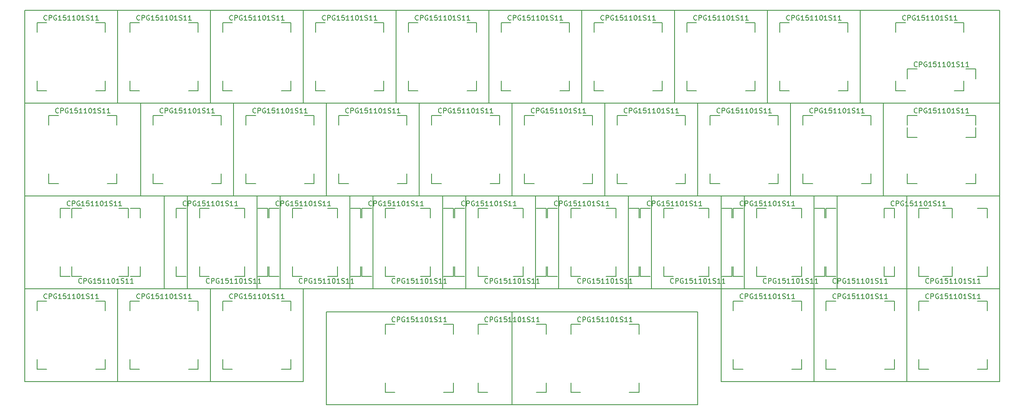
<source format=gbr>
%TF.GenerationSoftware,KiCad,Pcbnew,7.0.6*%
%TF.CreationDate,2023-09-25T18:19:59-04:00*%
%TF.ProjectId,cutiepie2040-dual-stagger-hotswap-pcb,63757469-6570-4696-9532-3034302d6475,rev?*%
%TF.SameCoordinates,PX2d6b3a0PY6f46b48*%
%TF.FileFunction,OtherDrawing,Comment*%
%FSLAX46Y46*%
G04 Gerber Fmt 4.6, Leading zero omitted, Abs format (unit mm)*
G04 Created by KiCad (PCBNEW 7.0.6) date 2023-09-25 18:19:59*
%MOMM*%
%LPD*%
G01*
G04 APERTURE LIST*
%ADD10C,0.150000*%
G04 APERTURE END LIST*
D10*
X183142637Y69490668D02*
X183095018Y69443048D01*
X183095018Y69443048D02*
X182952161Y69395429D01*
X182952161Y69395429D02*
X182856923Y69395429D01*
X182856923Y69395429D02*
X182714066Y69443048D01*
X182714066Y69443048D02*
X182618828Y69538287D01*
X182618828Y69538287D02*
X182571209Y69633525D01*
X182571209Y69633525D02*
X182523590Y69824001D01*
X182523590Y69824001D02*
X182523590Y69966858D01*
X182523590Y69966858D02*
X182571209Y70157334D01*
X182571209Y70157334D02*
X182618828Y70252572D01*
X182618828Y70252572D02*
X182714066Y70347810D01*
X182714066Y70347810D02*
X182856923Y70395429D01*
X182856923Y70395429D02*
X182952161Y70395429D01*
X182952161Y70395429D02*
X183095018Y70347810D01*
X183095018Y70347810D02*
X183142637Y70300191D01*
X183571209Y69395429D02*
X183571209Y70395429D01*
X183571209Y70395429D02*
X183952161Y70395429D01*
X183952161Y70395429D02*
X184047399Y70347810D01*
X184047399Y70347810D02*
X184095018Y70300191D01*
X184095018Y70300191D02*
X184142637Y70204953D01*
X184142637Y70204953D02*
X184142637Y70062096D01*
X184142637Y70062096D02*
X184095018Y69966858D01*
X184095018Y69966858D02*
X184047399Y69919239D01*
X184047399Y69919239D02*
X183952161Y69871620D01*
X183952161Y69871620D02*
X183571209Y69871620D01*
X185095018Y70347810D02*
X184999780Y70395429D01*
X184999780Y70395429D02*
X184856923Y70395429D01*
X184856923Y70395429D02*
X184714066Y70347810D01*
X184714066Y70347810D02*
X184618828Y70252572D01*
X184618828Y70252572D02*
X184571209Y70157334D01*
X184571209Y70157334D02*
X184523590Y69966858D01*
X184523590Y69966858D02*
X184523590Y69824001D01*
X184523590Y69824001D02*
X184571209Y69633525D01*
X184571209Y69633525D02*
X184618828Y69538287D01*
X184618828Y69538287D02*
X184714066Y69443048D01*
X184714066Y69443048D02*
X184856923Y69395429D01*
X184856923Y69395429D02*
X184952161Y69395429D01*
X184952161Y69395429D02*
X185095018Y69443048D01*
X185095018Y69443048D02*
X185142637Y69490668D01*
X185142637Y69490668D02*
X185142637Y69824001D01*
X185142637Y69824001D02*
X184952161Y69824001D01*
X186095018Y69395429D02*
X185523590Y69395429D01*
X185809304Y69395429D02*
X185809304Y70395429D01*
X185809304Y70395429D02*
X185714066Y70252572D01*
X185714066Y70252572D02*
X185618828Y70157334D01*
X185618828Y70157334D02*
X185523590Y70109715D01*
X186999780Y70395429D02*
X186523590Y70395429D01*
X186523590Y70395429D02*
X186475971Y69919239D01*
X186475971Y69919239D02*
X186523590Y69966858D01*
X186523590Y69966858D02*
X186618828Y70014477D01*
X186618828Y70014477D02*
X186856923Y70014477D01*
X186856923Y70014477D02*
X186952161Y69966858D01*
X186952161Y69966858D02*
X186999780Y69919239D01*
X186999780Y69919239D02*
X187047399Y69824001D01*
X187047399Y69824001D02*
X187047399Y69585906D01*
X187047399Y69585906D02*
X186999780Y69490668D01*
X186999780Y69490668D02*
X186952161Y69443048D01*
X186952161Y69443048D02*
X186856923Y69395429D01*
X186856923Y69395429D02*
X186618828Y69395429D01*
X186618828Y69395429D02*
X186523590Y69443048D01*
X186523590Y69443048D02*
X186475971Y69490668D01*
X187999780Y69395429D02*
X187428352Y69395429D01*
X187714066Y69395429D02*
X187714066Y70395429D01*
X187714066Y70395429D02*
X187618828Y70252572D01*
X187618828Y70252572D02*
X187523590Y70157334D01*
X187523590Y70157334D02*
X187428352Y70109715D01*
X188952161Y69395429D02*
X188380733Y69395429D01*
X188666447Y69395429D02*
X188666447Y70395429D01*
X188666447Y70395429D02*
X188571209Y70252572D01*
X188571209Y70252572D02*
X188475971Y70157334D01*
X188475971Y70157334D02*
X188380733Y70109715D01*
X189571209Y70395429D02*
X189666447Y70395429D01*
X189666447Y70395429D02*
X189761685Y70347810D01*
X189761685Y70347810D02*
X189809304Y70300191D01*
X189809304Y70300191D02*
X189856923Y70204953D01*
X189856923Y70204953D02*
X189904542Y70014477D01*
X189904542Y70014477D02*
X189904542Y69776382D01*
X189904542Y69776382D02*
X189856923Y69585906D01*
X189856923Y69585906D02*
X189809304Y69490668D01*
X189809304Y69490668D02*
X189761685Y69443048D01*
X189761685Y69443048D02*
X189666447Y69395429D01*
X189666447Y69395429D02*
X189571209Y69395429D01*
X189571209Y69395429D02*
X189475971Y69443048D01*
X189475971Y69443048D02*
X189428352Y69490668D01*
X189428352Y69490668D02*
X189380733Y69585906D01*
X189380733Y69585906D02*
X189333114Y69776382D01*
X189333114Y69776382D02*
X189333114Y70014477D01*
X189333114Y70014477D02*
X189380733Y70204953D01*
X189380733Y70204953D02*
X189428352Y70300191D01*
X189428352Y70300191D02*
X189475971Y70347810D01*
X189475971Y70347810D02*
X189571209Y70395429D01*
X190856923Y69395429D02*
X190285495Y69395429D01*
X190571209Y69395429D02*
X190571209Y70395429D01*
X190571209Y70395429D02*
X190475971Y70252572D01*
X190475971Y70252572D02*
X190380733Y70157334D01*
X190380733Y70157334D02*
X190285495Y70109715D01*
X191237876Y69443048D02*
X191380733Y69395429D01*
X191380733Y69395429D02*
X191618828Y69395429D01*
X191618828Y69395429D02*
X191714066Y69443048D01*
X191714066Y69443048D02*
X191761685Y69490668D01*
X191761685Y69490668D02*
X191809304Y69585906D01*
X191809304Y69585906D02*
X191809304Y69681144D01*
X191809304Y69681144D02*
X191761685Y69776382D01*
X191761685Y69776382D02*
X191714066Y69824001D01*
X191714066Y69824001D02*
X191618828Y69871620D01*
X191618828Y69871620D02*
X191428352Y69919239D01*
X191428352Y69919239D02*
X191333114Y69966858D01*
X191333114Y69966858D02*
X191285495Y70014477D01*
X191285495Y70014477D02*
X191237876Y70109715D01*
X191237876Y70109715D02*
X191237876Y70204953D01*
X191237876Y70204953D02*
X191285495Y70300191D01*
X191285495Y70300191D02*
X191333114Y70347810D01*
X191333114Y70347810D02*
X191428352Y70395429D01*
X191428352Y70395429D02*
X191666447Y70395429D01*
X191666447Y70395429D02*
X191809304Y70347810D01*
X192761685Y69395429D02*
X192190257Y69395429D01*
X192475971Y69395429D02*
X192475971Y70395429D01*
X192475971Y70395429D02*
X192380733Y70252572D01*
X192380733Y70252572D02*
X192285495Y70157334D01*
X192285495Y70157334D02*
X192190257Y70109715D01*
X193714066Y69395429D02*
X193142638Y69395429D01*
X193428352Y69395429D02*
X193428352Y70395429D01*
X193428352Y70395429D02*
X193333114Y70252572D01*
X193333114Y70252572D02*
X193237876Y70157334D01*
X193237876Y70157334D02*
X193142638Y70109715D01*
X180761189Y79015714D02*
X180713570Y78968094D01*
X180713570Y78968094D02*
X180570713Y78920475D01*
X180570713Y78920475D02*
X180475475Y78920475D01*
X180475475Y78920475D02*
X180332618Y78968094D01*
X180332618Y78968094D02*
X180237380Y79063333D01*
X180237380Y79063333D02*
X180189761Y79158571D01*
X180189761Y79158571D02*
X180142142Y79349047D01*
X180142142Y79349047D02*
X180142142Y79491904D01*
X180142142Y79491904D02*
X180189761Y79682380D01*
X180189761Y79682380D02*
X180237380Y79777618D01*
X180237380Y79777618D02*
X180332618Y79872856D01*
X180332618Y79872856D02*
X180475475Y79920475D01*
X180475475Y79920475D02*
X180570713Y79920475D01*
X180570713Y79920475D02*
X180713570Y79872856D01*
X180713570Y79872856D02*
X180761189Y79825237D01*
X181189761Y78920475D02*
X181189761Y79920475D01*
X181189761Y79920475D02*
X181570713Y79920475D01*
X181570713Y79920475D02*
X181665951Y79872856D01*
X181665951Y79872856D02*
X181713570Y79825237D01*
X181713570Y79825237D02*
X181761189Y79729999D01*
X181761189Y79729999D02*
X181761189Y79587142D01*
X181761189Y79587142D02*
X181713570Y79491904D01*
X181713570Y79491904D02*
X181665951Y79444285D01*
X181665951Y79444285D02*
X181570713Y79396666D01*
X181570713Y79396666D02*
X181189761Y79396666D01*
X182713570Y79872856D02*
X182618332Y79920475D01*
X182618332Y79920475D02*
X182475475Y79920475D01*
X182475475Y79920475D02*
X182332618Y79872856D01*
X182332618Y79872856D02*
X182237380Y79777618D01*
X182237380Y79777618D02*
X182189761Y79682380D01*
X182189761Y79682380D02*
X182142142Y79491904D01*
X182142142Y79491904D02*
X182142142Y79349047D01*
X182142142Y79349047D02*
X182189761Y79158571D01*
X182189761Y79158571D02*
X182237380Y79063333D01*
X182237380Y79063333D02*
X182332618Y78968094D01*
X182332618Y78968094D02*
X182475475Y78920475D01*
X182475475Y78920475D02*
X182570713Y78920475D01*
X182570713Y78920475D02*
X182713570Y78968094D01*
X182713570Y78968094D02*
X182761189Y79015714D01*
X182761189Y79015714D02*
X182761189Y79349047D01*
X182761189Y79349047D02*
X182570713Y79349047D01*
X183713570Y78920475D02*
X183142142Y78920475D01*
X183427856Y78920475D02*
X183427856Y79920475D01*
X183427856Y79920475D02*
X183332618Y79777618D01*
X183332618Y79777618D02*
X183237380Y79682380D01*
X183237380Y79682380D02*
X183142142Y79634761D01*
X184618332Y79920475D02*
X184142142Y79920475D01*
X184142142Y79920475D02*
X184094523Y79444285D01*
X184094523Y79444285D02*
X184142142Y79491904D01*
X184142142Y79491904D02*
X184237380Y79539523D01*
X184237380Y79539523D02*
X184475475Y79539523D01*
X184475475Y79539523D02*
X184570713Y79491904D01*
X184570713Y79491904D02*
X184618332Y79444285D01*
X184618332Y79444285D02*
X184665951Y79349047D01*
X184665951Y79349047D02*
X184665951Y79110952D01*
X184665951Y79110952D02*
X184618332Y79015714D01*
X184618332Y79015714D02*
X184570713Y78968094D01*
X184570713Y78968094D02*
X184475475Y78920475D01*
X184475475Y78920475D02*
X184237380Y78920475D01*
X184237380Y78920475D02*
X184142142Y78968094D01*
X184142142Y78968094D02*
X184094523Y79015714D01*
X185618332Y78920475D02*
X185046904Y78920475D01*
X185332618Y78920475D02*
X185332618Y79920475D01*
X185332618Y79920475D02*
X185237380Y79777618D01*
X185237380Y79777618D02*
X185142142Y79682380D01*
X185142142Y79682380D02*
X185046904Y79634761D01*
X186570713Y78920475D02*
X185999285Y78920475D01*
X186284999Y78920475D02*
X186284999Y79920475D01*
X186284999Y79920475D02*
X186189761Y79777618D01*
X186189761Y79777618D02*
X186094523Y79682380D01*
X186094523Y79682380D02*
X185999285Y79634761D01*
X187189761Y79920475D02*
X187284999Y79920475D01*
X187284999Y79920475D02*
X187380237Y79872856D01*
X187380237Y79872856D02*
X187427856Y79825237D01*
X187427856Y79825237D02*
X187475475Y79729999D01*
X187475475Y79729999D02*
X187523094Y79539523D01*
X187523094Y79539523D02*
X187523094Y79301428D01*
X187523094Y79301428D02*
X187475475Y79110952D01*
X187475475Y79110952D02*
X187427856Y79015714D01*
X187427856Y79015714D02*
X187380237Y78968094D01*
X187380237Y78968094D02*
X187284999Y78920475D01*
X187284999Y78920475D02*
X187189761Y78920475D01*
X187189761Y78920475D02*
X187094523Y78968094D01*
X187094523Y78968094D02*
X187046904Y79015714D01*
X187046904Y79015714D02*
X186999285Y79110952D01*
X186999285Y79110952D02*
X186951666Y79301428D01*
X186951666Y79301428D02*
X186951666Y79539523D01*
X186951666Y79539523D02*
X186999285Y79729999D01*
X186999285Y79729999D02*
X187046904Y79825237D01*
X187046904Y79825237D02*
X187094523Y79872856D01*
X187094523Y79872856D02*
X187189761Y79920475D01*
X188475475Y78920475D02*
X187904047Y78920475D01*
X188189761Y78920475D02*
X188189761Y79920475D01*
X188189761Y79920475D02*
X188094523Y79777618D01*
X188094523Y79777618D02*
X187999285Y79682380D01*
X187999285Y79682380D02*
X187904047Y79634761D01*
X188856428Y78968094D02*
X188999285Y78920475D01*
X188999285Y78920475D02*
X189237380Y78920475D01*
X189237380Y78920475D02*
X189332618Y78968094D01*
X189332618Y78968094D02*
X189380237Y79015714D01*
X189380237Y79015714D02*
X189427856Y79110952D01*
X189427856Y79110952D02*
X189427856Y79206190D01*
X189427856Y79206190D02*
X189380237Y79301428D01*
X189380237Y79301428D02*
X189332618Y79349047D01*
X189332618Y79349047D02*
X189237380Y79396666D01*
X189237380Y79396666D02*
X189046904Y79444285D01*
X189046904Y79444285D02*
X188951666Y79491904D01*
X188951666Y79491904D02*
X188904047Y79539523D01*
X188904047Y79539523D02*
X188856428Y79634761D01*
X188856428Y79634761D02*
X188856428Y79729999D01*
X188856428Y79729999D02*
X188904047Y79825237D01*
X188904047Y79825237D02*
X188951666Y79872856D01*
X188951666Y79872856D02*
X189046904Y79920475D01*
X189046904Y79920475D02*
X189284999Y79920475D01*
X189284999Y79920475D02*
X189427856Y79872856D01*
X190380237Y78920475D02*
X189808809Y78920475D01*
X190094523Y78920475D02*
X190094523Y79920475D01*
X190094523Y79920475D02*
X189999285Y79777618D01*
X189999285Y79777618D02*
X189904047Y79682380D01*
X189904047Y79682380D02*
X189808809Y79634761D01*
X191332618Y78920475D02*
X190761190Y78920475D01*
X191046904Y78920475D02*
X191046904Y79920475D01*
X191046904Y79920475D02*
X190951666Y79777618D01*
X190951666Y79777618D02*
X190856428Y79682380D01*
X190856428Y79682380D02*
X190761190Y79634761D01*
X4548689Y21865714D02*
X4501070Y21818094D01*
X4501070Y21818094D02*
X4358213Y21770475D01*
X4358213Y21770475D02*
X4262975Y21770475D01*
X4262975Y21770475D02*
X4120118Y21818094D01*
X4120118Y21818094D02*
X4024880Y21913333D01*
X4024880Y21913333D02*
X3977261Y22008571D01*
X3977261Y22008571D02*
X3929642Y22199047D01*
X3929642Y22199047D02*
X3929642Y22341904D01*
X3929642Y22341904D02*
X3977261Y22532380D01*
X3977261Y22532380D02*
X4024880Y22627618D01*
X4024880Y22627618D02*
X4120118Y22722856D01*
X4120118Y22722856D02*
X4262975Y22770475D01*
X4262975Y22770475D02*
X4358213Y22770475D01*
X4358213Y22770475D02*
X4501070Y22722856D01*
X4501070Y22722856D02*
X4548689Y22675237D01*
X4977261Y21770475D02*
X4977261Y22770475D01*
X4977261Y22770475D02*
X5358213Y22770475D01*
X5358213Y22770475D02*
X5453451Y22722856D01*
X5453451Y22722856D02*
X5501070Y22675237D01*
X5501070Y22675237D02*
X5548689Y22579999D01*
X5548689Y22579999D02*
X5548689Y22437142D01*
X5548689Y22437142D02*
X5501070Y22341904D01*
X5501070Y22341904D02*
X5453451Y22294285D01*
X5453451Y22294285D02*
X5358213Y22246666D01*
X5358213Y22246666D02*
X4977261Y22246666D01*
X6501070Y22722856D02*
X6405832Y22770475D01*
X6405832Y22770475D02*
X6262975Y22770475D01*
X6262975Y22770475D02*
X6120118Y22722856D01*
X6120118Y22722856D02*
X6024880Y22627618D01*
X6024880Y22627618D02*
X5977261Y22532380D01*
X5977261Y22532380D02*
X5929642Y22341904D01*
X5929642Y22341904D02*
X5929642Y22199047D01*
X5929642Y22199047D02*
X5977261Y22008571D01*
X5977261Y22008571D02*
X6024880Y21913333D01*
X6024880Y21913333D02*
X6120118Y21818094D01*
X6120118Y21818094D02*
X6262975Y21770475D01*
X6262975Y21770475D02*
X6358213Y21770475D01*
X6358213Y21770475D02*
X6501070Y21818094D01*
X6501070Y21818094D02*
X6548689Y21865714D01*
X6548689Y21865714D02*
X6548689Y22199047D01*
X6548689Y22199047D02*
X6358213Y22199047D01*
X7501070Y21770475D02*
X6929642Y21770475D01*
X7215356Y21770475D02*
X7215356Y22770475D01*
X7215356Y22770475D02*
X7120118Y22627618D01*
X7120118Y22627618D02*
X7024880Y22532380D01*
X7024880Y22532380D02*
X6929642Y22484761D01*
X8405832Y22770475D02*
X7929642Y22770475D01*
X7929642Y22770475D02*
X7882023Y22294285D01*
X7882023Y22294285D02*
X7929642Y22341904D01*
X7929642Y22341904D02*
X8024880Y22389523D01*
X8024880Y22389523D02*
X8262975Y22389523D01*
X8262975Y22389523D02*
X8358213Y22341904D01*
X8358213Y22341904D02*
X8405832Y22294285D01*
X8405832Y22294285D02*
X8453451Y22199047D01*
X8453451Y22199047D02*
X8453451Y21960952D01*
X8453451Y21960952D02*
X8405832Y21865714D01*
X8405832Y21865714D02*
X8358213Y21818094D01*
X8358213Y21818094D02*
X8262975Y21770475D01*
X8262975Y21770475D02*
X8024880Y21770475D01*
X8024880Y21770475D02*
X7929642Y21818094D01*
X7929642Y21818094D02*
X7882023Y21865714D01*
X9405832Y21770475D02*
X8834404Y21770475D01*
X9120118Y21770475D02*
X9120118Y22770475D01*
X9120118Y22770475D02*
X9024880Y22627618D01*
X9024880Y22627618D02*
X8929642Y22532380D01*
X8929642Y22532380D02*
X8834404Y22484761D01*
X10358213Y21770475D02*
X9786785Y21770475D01*
X10072499Y21770475D02*
X10072499Y22770475D01*
X10072499Y22770475D02*
X9977261Y22627618D01*
X9977261Y22627618D02*
X9882023Y22532380D01*
X9882023Y22532380D02*
X9786785Y22484761D01*
X10977261Y22770475D02*
X11072499Y22770475D01*
X11072499Y22770475D02*
X11167737Y22722856D01*
X11167737Y22722856D02*
X11215356Y22675237D01*
X11215356Y22675237D02*
X11262975Y22579999D01*
X11262975Y22579999D02*
X11310594Y22389523D01*
X11310594Y22389523D02*
X11310594Y22151428D01*
X11310594Y22151428D02*
X11262975Y21960952D01*
X11262975Y21960952D02*
X11215356Y21865714D01*
X11215356Y21865714D02*
X11167737Y21818094D01*
X11167737Y21818094D02*
X11072499Y21770475D01*
X11072499Y21770475D02*
X10977261Y21770475D01*
X10977261Y21770475D02*
X10882023Y21818094D01*
X10882023Y21818094D02*
X10834404Y21865714D01*
X10834404Y21865714D02*
X10786785Y21960952D01*
X10786785Y21960952D02*
X10739166Y22151428D01*
X10739166Y22151428D02*
X10739166Y22389523D01*
X10739166Y22389523D02*
X10786785Y22579999D01*
X10786785Y22579999D02*
X10834404Y22675237D01*
X10834404Y22675237D02*
X10882023Y22722856D01*
X10882023Y22722856D02*
X10977261Y22770475D01*
X12262975Y21770475D02*
X11691547Y21770475D01*
X11977261Y21770475D02*
X11977261Y22770475D01*
X11977261Y22770475D02*
X11882023Y22627618D01*
X11882023Y22627618D02*
X11786785Y22532380D01*
X11786785Y22532380D02*
X11691547Y22484761D01*
X12643928Y21818094D02*
X12786785Y21770475D01*
X12786785Y21770475D02*
X13024880Y21770475D01*
X13024880Y21770475D02*
X13120118Y21818094D01*
X13120118Y21818094D02*
X13167737Y21865714D01*
X13167737Y21865714D02*
X13215356Y21960952D01*
X13215356Y21960952D02*
X13215356Y22056190D01*
X13215356Y22056190D02*
X13167737Y22151428D01*
X13167737Y22151428D02*
X13120118Y22199047D01*
X13120118Y22199047D02*
X13024880Y22246666D01*
X13024880Y22246666D02*
X12834404Y22294285D01*
X12834404Y22294285D02*
X12739166Y22341904D01*
X12739166Y22341904D02*
X12691547Y22389523D01*
X12691547Y22389523D02*
X12643928Y22484761D01*
X12643928Y22484761D02*
X12643928Y22579999D01*
X12643928Y22579999D02*
X12691547Y22675237D01*
X12691547Y22675237D02*
X12739166Y22722856D01*
X12739166Y22722856D02*
X12834404Y22770475D01*
X12834404Y22770475D02*
X13072499Y22770475D01*
X13072499Y22770475D02*
X13215356Y22722856D01*
X14167737Y21770475D02*
X13596309Y21770475D01*
X13882023Y21770475D02*
X13882023Y22770475D01*
X13882023Y22770475D02*
X13786785Y22627618D01*
X13786785Y22627618D02*
X13691547Y22532380D01*
X13691547Y22532380D02*
X13596309Y22484761D01*
X15120118Y21770475D02*
X14548690Y21770475D01*
X14834404Y21770475D02*
X14834404Y22770475D01*
X14834404Y22770475D02*
X14739166Y22627618D01*
X14739166Y22627618D02*
X14643928Y22532380D01*
X14643928Y22532380D02*
X14548690Y22484761D01*
X4548689Y79015714D02*
X4501070Y78968094D01*
X4501070Y78968094D02*
X4358213Y78920475D01*
X4358213Y78920475D02*
X4262975Y78920475D01*
X4262975Y78920475D02*
X4120118Y78968094D01*
X4120118Y78968094D02*
X4024880Y79063333D01*
X4024880Y79063333D02*
X3977261Y79158571D01*
X3977261Y79158571D02*
X3929642Y79349047D01*
X3929642Y79349047D02*
X3929642Y79491904D01*
X3929642Y79491904D02*
X3977261Y79682380D01*
X3977261Y79682380D02*
X4024880Y79777618D01*
X4024880Y79777618D02*
X4120118Y79872856D01*
X4120118Y79872856D02*
X4262975Y79920475D01*
X4262975Y79920475D02*
X4358213Y79920475D01*
X4358213Y79920475D02*
X4501070Y79872856D01*
X4501070Y79872856D02*
X4548689Y79825237D01*
X4977261Y78920475D02*
X4977261Y79920475D01*
X4977261Y79920475D02*
X5358213Y79920475D01*
X5358213Y79920475D02*
X5453451Y79872856D01*
X5453451Y79872856D02*
X5501070Y79825237D01*
X5501070Y79825237D02*
X5548689Y79729999D01*
X5548689Y79729999D02*
X5548689Y79587142D01*
X5548689Y79587142D02*
X5501070Y79491904D01*
X5501070Y79491904D02*
X5453451Y79444285D01*
X5453451Y79444285D02*
X5358213Y79396666D01*
X5358213Y79396666D02*
X4977261Y79396666D01*
X6501070Y79872856D02*
X6405832Y79920475D01*
X6405832Y79920475D02*
X6262975Y79920475D01*
X6262975Y79920475D02*
X6120118Y79872856D01*
X6120118Y79872856D02*
X6024880Y79777618D01*
X6024880Y79777618D02*
X5977261Y79682380D01*
X5977261Y79682380D02*
X5929642Y79491904D01*
X5929642Y79491904D02*
X5929642Y79349047D01*
X5929642Y79349047D02*
X5977261Y79158571D01*
X5977261Y79158571D02*
X6024880Y79063333D01*
X6024880Y79063333D02*
X6120118Y78968094D01*
X6120118Y78968094D02*
X6262975Y78920475D01*
X6262975Y78920475D02*
X6358213Y78920475D01*
X6358213Y78920475D02*
X6501070Y78968094D01*
X6501070Y78968094D02*
X6548689Y79015714D01*
X6548689Y79015714D02*
X6548689Y79349047D01*
X6548689Y79349047D02*
X6358213Y79349047D01*
X7501070Y78920475D02*
X6929642Y78920475D01*
X7215356Y78920475D02*
X7215356Y79920475D01*
X7215356Y79920475D02*
X7120118Y79777618D01*
X7120118Y79777618D02*
X7024880Y79682380D01*
X7024880Y79682380D02*
X6929642Y79634761D01*
X8405832Y79920475D02*
X7929642Y79920475D01*
X7929642Y79920475D02*
X7882023Y79444285D01*
X7882023Y79444285D02*
X7929642Y79491904D01*
X7929642Y79491904D02*
X8024880Y79539523D01*
X8024880Y79539523D02*
X8262975Y79539523D01*
X8262975Y79539523D02*
X8358213Y79491904D01*
X8358213Y79491904D02*
X8405832Y79444285D01*
X8405832Y79444285D02*
X8453451Y79349047D01*
X8453451Y79349047D02*
X8453451Y79110952D01*
X8453451Y79110952D02*
X8405832Y79015714D01*
X8405832Y79015714D02*
X8358213Y78968094D01*
X8358213Y78968094D02*
X8262975Y78920475D01*
X8262975Y78920475D02*
X8024880Y78920475D01*
X8024880Y78920475D02*
X7929642Y78968094D01*
X7929642Y78968094D02*
X7882023Y79015714D01*
X9405832Y78920475D02*
X8834404Y78920475D01*
X9120118Y78920475D02*
X9120118Y79920475D01*
X9120118Y79920475D02*
X9024880Y79777618D01*
X9024880Y79777618D02*
X8929642Y79682380D01*
X8929642Y79682380D02*
X8834404Y79634761D01*
X10358213Y78920475D02*
X9786785Y78920475D01*
X10072499Y78920475D02*
X10072499Y79920475D01*
X10072499Y79920475D02*
X9977261Y79777618D01*
X9977261Y79777618D02*
X9882023Y79682380D01*
X9882023Y79682380D02*
X9786785Y79634761D01*
X10977261Y79920475D02*
X11072499Y79920475D01*
X11072499Y79920475D02*
X11167737Y79872856D01*
X11167737Y79872856D02*
X11215356Y79825237D01*
X11215356Y79825237D02*
X11262975Y79729999D01*
X11262975Y79729999D02*
X11310594Y79539523D01*
X11310594Y79539523D02*
X11310594Y79301428D01*
X11310594Y79301428D02*
X11262975Y79110952D01*
X11262975Y79110952D02*
X11215356Y79015714D01*
X11215356Y79015714D02*
X11167737Y78968094D01*
X11167737Y78968094D02*
X11072499Y78920475D01*
X11072499Y78920475D02*
X10977261Y78920475D01*
X10977261Y78920475D02*
X10882023Y78968094D01*
X10882023Y78968094D02*
X10834404Y79015714D01*
X10834404Y79015714D02*
X10786785Y79110952D01*
X10786785Y79110952D02*
X10739166Y79301428D01*
X10739166Y79301428D02*
X10739166Y79539523D01*
X10739166Y79539523D02*
X10786785Y79729999D01*
X10786785Y79729999D02*
X10834404Y79825237D01*
X10834404Y79825237D02*
X10882023Y79872856D01*
X10882023Y79872856D02*
X10977261Y79920475D01*
X12262975Y78920475D02*
X11691547Y78920475D01*
X11977261Y78920475D02*
X11977261Y79920475D01*
X11977261Y79920475D02*
X11882023Y79777618D01*
X11882023Y79777618D02*
X11786785Y79682380D01*
X11786785Y79682380D02*
X11691547Y79634761D01*
X12643928Y78968094D02*
X12786785Y78920475D01*
X12786785Y78920475D02*
X13024880Y78920475D01*
X13024880Y78920475D02*
X13120118Y78968094D01*
X13120118Y78968094D02*
X13167737Y79015714D01*
X13167737Y79015714D02*
X13215356Y79110952D01*
X13215356Y79110952D02*
X13215356Y79206190D01*
X13215356Y79206190D02*
X13167737Y79301428D01*
X13167737Y79301428D02*
X13120118Y79349047D01*
X13120118Y79349047D02*
X13024880Y79396666D01*
X13024880Y79396666D02*
X12834404Y79444285D01*
X12834404Y79444285D02*
X12739166Y79491904D01*
X12739166Y79491904D02*
X12691547Y79539523D01*
X12691547Y79539523D02*
X12643928Y79634761D01*
X12643928Y79634761D02*
X12643928Y79729999D01*
X12643928Y79729999D02*
X12691547Y79825237D01*
X12691547Y79825237D02*
X12739166Y79872856D01*
X12739166Y79872856D02*
X12834404Y79920475D01*
X12834404Y79920475D02*
X13072499Y79920475D01*
X13072499Y79920475D02*
X13215356Y79872856D01*
X14167737Y78920475D02*
X13596309Y78920475D01*
X13882023Y78920475D02*
X13882023Y79920475D01*
X13882023Y79920475D02*
X13786785Y79777618D01*
X13786785Y79777618D02*
X13691547Y79682380D01*
X13691547Y79682380D02*
X13596309Y79634761D01*
X15120118Y78920475D02*
X14548690Y78920475D01*
X14834404Y78920475D02*
X14834404Y79920475D01*
X14834404Y79920475D02*
X14739166Y79777618D01*
X14739166Y79777618D02*
X14643928Y79682380D01*
X14643928Y79682380D02*
X14548690Y79634761D01*
X109323689Y40915714D02*
X109276070Y40868094D01*
X109276070Y40868094D02*
X109133213Y40820475D01*
X109133213Y40820475D02*
X109037975Y40820475D01*
X109037975Y40820475D02*
X108895118Y40868094D01*
X108895118Y40868094D02*
X108799880Y40963333D01*
X108799880Y40963333D02*
X108752261Y41058571D01*
X108752261Y41058571D02*
X108704642Y41249047D01*
X108704642Y41249047D02*
X108704642Y41391904D01*
X108704642Y41391904D02*
X108752261Y41582380D01*
X108752261Y41582380D02*
X108799880Y41677618D01*
X108799880Y41677618D02*
X108895118Y41772856D01*
X108895118Y41772856D02*
X109037975Y41820475D01*
X109037975Y41820475D02*
X109133213Y41820475D01*
X109133213Y41820475D02*
X109276070Y41772856D01*
X109276070Y41772856D02*
X109323689Y41725237D01*
X109752261Y40820475D02*
X109752261Y41820475D01*
X109752261Y41820475D02*
X110133213Y41820475D01*
X110133213Y41820475D02*
X110228451Y41772856D01*
X110228451Y41772856D02*
X110276070Y41725237D01*
X110276070Y41725237D02*
X110323689Y41629999D01*
X110323689Y41629999D02*
X110323689Y41487142D01*
X110323689Y41487142D02*
X110276070Y41391904D01*
X110276070Y41391904D02*
X110228451Y41344285D01*
X110228451Y41344285D02*
X110133213Y41296666D01*
X110133213Y41296666D02*
X109752261Y41296666D01*
X111276070Y41772856D02*
X111180832Y41820475D01*
X111180832Y41820475D02*
X111037975Y41820475D01*
X111037975Y41820475D02*
X110895118Y41772856D01*
X110895118Y41772856D02*
X110799880Y41677618D01*
X110799880Y41677618D02*
X110752261Y41582380D01*
X110752261Y41582380D02*
X110704642Y41391904D01*
X110704642Y41391904D02*
X110704642Y41249047D01*
X110704642Y41249047D02*
X110752261Y41058571D01*
X110752261Y41058571D02*
X110799880Y40963333D01*
X110799880Y40963333D02*
X110895118Y40868094D01*
X110895118Y40868094D02*
X111037975Y40820475D01*
X111037975Y40820475D02*
X111133213Y40820475D01*
X111133213Y40820475D02*
X111276070Y40868094D01*
X111276070Y40868094D02*
X111323689Y40915714D01*
X111323689Y40915714D02*
X111323689Y41249047D01*
X111323689Y41249047D02*
X111133213Y41249047D01*
X112276070Y40820475D02*
X111704642Y40820475D01*
X111990356Y40820475D02*
X111990356Y41820475D01*
X111990356Y41820475D02*
X111895118Y41677618D01*
X111895118Y41677618D02*
X111799880Y41582380D01*
X111799880Y41582380D02*
X111704642Y41534761D01*
X113180832Y41820475D02*
X112704642Y41820475D01*
X112704642Y41820475D02*
X112657023Y41344285D01*
X112657023Y41344285D02*
X112704642Y41391904D01*
X112704642Y41391904D02*
X112799880Y41439523D01*
X112799880Y41439523D02*
X113037975Y41439523D01*
X113037975Y41439523D02*
X113133213Y41391904D01*
X113133213Y41391904D02*
X113180832Y41344285D01*
X113180832Y41344285D02*
X113228451Y41249047D01*
X113228451Y41249047D02*
X113228451Y41010952D01*
X113228451Y41010952D02*
X113180832Y40915714D01*
X113180832Y40915714D02*
X113133213Y40868094D01*
X113133213Y40868094D02*
X113037975Y40820475D01*
X113037975Y40820475D02*
X112799880Y40820475D01*
X112799880Y40820475D02*
X112704642Y40868094D01*
X112704642Y40868094D02*
X112657023Y40915714D01*
X114180832Y40820475D02*
X113609404Y40820475D01*
X113895118Y40820475D02*
X113895118Y41820475D01*
X113895118Y41820475D02*
X113799880Y41677618D01*
X113799880Y41677618D02*
X113704642Y41582380D01*
X113704642Y41582380D02*
X113609404Y41534761D01*
X115133213Y40820475D02*
X114561785Y40820475D01*
X114847499Y40820475D02*
X114847499Y41820475D01*
X114847499Y41820475D02*
X114752261Y41677618D01*
X114752261Y41677618D02*
X114657023Y41582380D01*
X114657023Y41582380D02*
X114561785Y41534761D01*
X115752261Y41820475D02*
X115847499Y41820475D01*
X115847499Y41820475D02*
X115942737Y41772856D01*
X115942737Y41772856D02*
X115990356Y41725237D01*
X115990356Y41725237D02*
X116037975Y41629999D01*
X116037975Y41629999D02*
X116085594Y41439523D01*
X116085594Y41439523D02*
X116085594Y41201428D01*
X116085594Y41201428D02*
X116037975Y41010952D01*
X116037975Y41010952D02*
X115990356Y40915714D01*
X115990356Y40915714D02*
X115942737Y40868094D01*
X115942737Y40868094D02*
X115847499Y40820475D01*
X115847499Y40820475D02*
X115752261Y40820475D01*
X115752261Y40820475D02*
X115657023Y40868094D01*
X115657023Y40868094D02*
X115609404Y40915714D01*
X115609404Y40915714D02*
X115561785Y41010952D01*
X115561785Y41010952D02*
X115514166Y41201428D01*
X115514166Y41201428D02*
X115514166Y41439523D01*
X115514166Y41439523D02*
X115561785Y41629999D01*
X115561785Y41629999D02*
X115609404Y41725237D01*
X115609404Y41725237D02*
X115657023Y41772856D01*
X115657023Y41772856D02*
X115752261Y41820475D01*
X117037975Y40820475D02*
X116466547Y40820475D01*
X116752261Y40820475D02*
X116752261Y41820475D01*
X116752261Y41820475D02*
X116657023Y41677618D01*
X116657023Y41677618D02*
X116561785Y41582380D01*
X116561785Y41582380D02*
X116466547Y41534761D01*
X117418928Y40868094D02*
X117561785Y40820475D01*
X117561785Y40820475D02*
X117799880Y40820475D01*
X117799880Y40820475D02*
X117895118Y40868094D01*
X117895118Y40868094D02*
X117942737Y40915714D01*
X117942737Y40915714D02*
X117990356Y41010952D01*
X117990356Y41010952D02*
X117990356Y41106190D01*
X117990356Y41106190D02*
X117942737Y41201428D01*
X117942737Y41201428D02*
X117895118Y41249047D01*
X117895118Y41249047D02*
X117799880Y41296666D01*
X117799880Y41296666D02*
X117609404Y41344285D01*
X117609404Y41344285D02*
X117514166Y41391904D01*
X117514166Y41391904D02*
X117466547Y41439523D01*
X117466547Y41439523D02*
X117418928Y41534761D01*
X117418928Y41534761D02*
X117418928Y41629999D01*
X117418928Y41629999D02*
X117466547Y41725237D01*
X117466547Y41725237D02*
X117514166Y41772856D01*
X117514166Y41772856D02*
X117609404Y41820475D01*
X117609404Y41820475D02*
X117847499Y41820475D01*
X117847499Y41820475D02*
X117990356Y41772856D01*
X118942737Y40820475D02*
X118371309Y40820475D01*
X118657023Y40820475D02*
X118657023Y41820475D01*
X118657023Y41820475D02*
X118561785Y41677618D01*
X118561785Y41677618D02*
X118466547Y41582380D01*
X118466547Y41582380D02*
X118371309Y41534761D01*
X119895118Y40820475D02*
X119323690Y40820475D01*
X119609404Y40820475D02*
X119609404Y41820475D01*
X119609404Y41820475D02*
X119514166Y41677618D01*
X119514166Y41677618D02*
X119418928Y41582380D01*
X119418928Y41582380D02*
X119323690Y41534761D01*
X85511189Y59965714D02*
X85463570Y59918094D01*
X85463570Y59918094D02*
X85320713Y59870475D01*
X85320713Y59870475D02*
X85225475Y59870475D01*
X85225475Y59870475D02*
X85082618Y59918094D01*
X85082618Y59918094D02*
X84987380Y60013333D01*
X84987380Y60013333D02*
X84939761Y60108571D01*
X84939761Y60108571D02*
X84892142Y60299047D01*
X84892142Y60299047D02*
X84892142Y60441904D01*
X84892142Y60441904D02*
X84939761Y60632380D01*
X84939761Y60632380D02*
X84987380Y60727618D01*
X84987380Y60727618D02*
X85082618Y60822856D01*
X85082618Y60822856D02*
X85225475Y60870475D01*
X85225475Y60870475D02*
X85320713Y60870475D01*
X85320713Y60870475D02*
X85463570Y60822856D01*
X85463570Y60822856D02*
X85511189Y60775237D01*
X85939761Y59870475D02*
X85939761Y60870475D01*
X85939761Y60870475D02*
X86320713Y60870475D01*
X86320713Y60870475D02*
X86415951Y60822856D01*
X86415951Y60822856D02*
X86463570Y60775237D01*
X86463570Y60775237D02*
X86511189Y60679999D01*
X86511189Y60679999D02*
X86511189Y60537142D01*
X86511189Y60537142D02*
X86463570Y60441904D01*
X86463570Y60441904D02*
X86415951Y60394285D01*
X86415951Y60394285D02*
X86320713Y60346666D01*
X86320713Y60346666D02*
X85939761Y60346666D01*
X87463570Y60822856D02*
X87368332Y60870475D01*
X87368332Y60870475D02*
X87225475Y60870475D01*
X87225475Y60870475D02*
X87082618Y60822856D01*
X87082618Y60822856D02*
X86987380Y60727618D01*
X86987380Y60727618D02*
X86939761Y60632380D01*
X86939761Y60632380D02*
X86892142Y60441904D01*
X86892142Y60441904D02*
X86892142Y60299047D01*
X86892142Y60299047D02*
X86939761Y60108571D01*
X86939761Y60108571D02*
X86987380Y60013333D01*
X86987380Y60013333D02*
X87082618Y59918094D01*
X87082618Y59918094D02*
X87225475Y59870475D01*
X87225475Y59870475D02*
X87320713Y59870475D01*
X87320713Y59870475D02*
X87463570Y59918094D01*
X87463570Y59918094D02*
X87511189Y59965714D01*
X87511189Y59965714D02*
X87511189Y60299047D01*
X87511189Y60299047D02*
X87320713Y60299047D01*
X88463570Y59870475D02*
X87892142Y59870475D01*
X88177856Y59870475D02*
X88177856Y60870475D01*
X88177856Y60870475D02*
X88082618Y60727618D01*
X88082618Y60727618D02*
X87987380Y60632380D01*
X87987380Y60632380D02*
X87892142Y60584761D01*
X89368332Y60870475D02*
X88892142Y60870475D01*
X88892142Y60870475D02*
X88844523Y60394285D01*
X88844523Y60394285D02*
X88892142Y60441904D01*
X88892142Y60441904D02*
X88987380Y60489523D01*
X88987380Y60489523D02*
X89225475Y60489523D01*
X89225475Y60489523D02*
X89320713Y60441904D01*
X89320713Y60441904D02*
X89368332Y60394285D01*
X89368332Y60394285D02*
X89415951Y60299047D01*
X89415951Y60299047D02*
X89415951Y60060952D01*
X89415951Y60060952D02*
X89368332Y59965714D01*
X89368332Y59965714D02*
X89320713Y59918094D01*
X89320713Y59918094D02*
X89225475Y59870475D01*
X89225475Y59870475D02*
X88987380Y59870475D01*
X88987380Y59870475D02*
X88892142Y59918094D01*
X88892142Y59918094D02*
X88844523Y59965714D01*
X90368332Y59870475D02*
X89796904Y59870475D01*
X90082618Y59870475D02*
X90082618Y60870475D01*
X90082618Y60870475D02*
X89987380Y60727618D01*
X89987380Y60727618D02*
X89892142Y60632380D01*
X89892142Y60632380D02*
X89796904Y60584761D01*
X91320713Y59870475D02*
X90749285Y59870475D01*
X91034999Y59870475D02*
X91034999Y60870475D01*
X91034999Y60870475D02*
X90939761Y60727618D01*
X90939761Y60727618D02*
X90844523Y60632380D01*
X90844523Y60632380D02*
X90749285Y60584761D01*
X91939761Y60870475D02*
X92034999Y60870475D01*
X92034999Y60870475D02*
X92130237Y60822856D01*
X92130237Y60822856D02*
X92177856Y60775237D01*
X92177856Y60775237D02*
X92225475Y60679999D01*
X92225475Y60679999D02*
X92273094Y60489523D01*
X92273094Y60489523D02*
X92273094Y60251428D01*
X92273094Y60251428D02*
X92225475Y60060952D01*
X92225475Y60060952D02*
X92177856Y59965714D01*
X92177856Y59965714D02*
X92130237Y59918094D01*
X92130237Y59918094D02*
X92034999Y59870475D01*
X92034999Y59870475D02*
X91939761Y59870475D01*
X91939761Y59870475D02*
X91844523Y59918094D01*
X91844523Y59918094D02*
X91796904Y59965714D01*
X91796904Y59965714D02*
X91749285Y60060952D01*
X91749285Y60060952D02*
X91701666Y60251428D01*
X91701666Y60251428D02*
X91701666Y60489523D01*
X91701666Y60489523D02*
X91749285Y60679999D01*
X91749285Y60679999D02*
X91796904Y60775237D01*
X91796904Y60775237D02*
X91844523Y60822856D01*
X91844523Y60822856D02*
X91939761Y60870475D01*
X93225475Y59870475D02*
X92654047Y59870475D01*
X92939761Y59870475D02*
X92939761Y60870475D01*
X92939761Y60870475D02*
X92844523Y60727618D01*
X92844523Y60727618D02*
X92749285Y60632380D01*
X92749285Y60632380D02*
X92654047Y60584761D01*
X93606428Y59918094D02*
X93749285Y59870475D01*
X93749285Y59870475D02*
X93987380Y59870475D01*
X93987380Y59870475D02*
X94082618Y59918094D01*
X94082618Y59918094D02*
X94130237Y59965714D01*
X94130237Y59965714D02*
X94177856Y60060952D01*
X94177856Y60060952D02*
X94177856Y60156190D01*
X94177856Y60156190D02*
X94130237Y60251428D01*
X94130237Y60251428D02*
X94082618Y60299047D01*
X94082618Y60299047D02*
X93987380Y60346666D01*
X93987380Y60346666D02*
X93796904Y60394285D01*
X93796904Y60394285D02*
X93701666Y60441904D01*
X93701666Y60441904D02*
X93654047Y60489523D01*
X93654047Y60489523D02*
X93606428Y60584761D01*
X93606428Y60584761D02*
X93606428Y60679999D01*
X93606428Y60679999D02*
X93654047Y60775237D01*
X93654047Y60775237D02*
X93701666Y60822856D01*
X93701666Y60822856D02*
X93796904Y60870475D01*
X93796904Y60870475D02*
X94034999Y60870475D01*
X94034999Y60870475D02*
X94177856Y60822856D01*
X95130237Y59870475D02*
X94558809Y59870475D01*
X94844523Y59870475D02*
X94844523Y60870475D01*
X94844523Y60870475D02*
X94749285Y60727618D01*
X94749285Y60727618D02*
X94654047Y60632380D01*
X94654047Y60632380D02*
X94558809Y60584761D01*
X96082618Y59870475D02*
X95511190Y59870475D01*
X95796904Y59870475D02*
X95796904Y60870475D01*
X95796904Y60870475D02*
X95701666Y60727618D01*
X95701666Y60727618D02*
X95606428Y60632380D01*
X95606428Y60632380D02*
X95511190Y60584761D01*
X75986243Y25040594D02*
X75938624Y24992974D01*
X75938624Y24992974D02*
X75795767Y24945355D01*
X75795767Y24945355D02*
X75700529Y24945355D01*
X75700529Y24945355D02*
X75557672Y24992974D01*
X75557672Y24992974D02*
X75462434Y25088213D01*
X75462434Y25088213D02*
X75414815Y25183451D01*
X75414815Y25183451D02*
X75367196Y25373927D01*
X75367196Y25373927D02*
X75367196Y25516784D01*
X75367196Y25516784D02*
X75414815Y25707260D01*
X75414815Y25707260D02*
X75462434Y25802498D01*
X75462434Y25802498D02*
X75557672Y25897736D01*
X75557672Y25897736D02*
X75700529Y25945355D01*
X75700529Y25945355D02*
X75795767Y25945355D01*
X75795767Y25945355D02*
X75938624Y25897736D01*
X75938624Y25897736D02*
X75986243Y25850117D01*
X76414815Y24945355D02*
X76414815Y25945355D01*
X76414815Y25945355D02*
X76795767Y25945355D01*
X76795767Y25945355D02*
X76891005Y25897736D01*
X76891005Y25897736D02*
X76938624Y25850117D01*
X76938624Y25850117D02*
X76986243Y25754879D01*
X76986243Y25754879D02*
X76986243Y25612022D01*
X76986243Y25612022D02*
X76938624Y25516784D01*
X76938624Y25516784D02*
X76891005Y25469165D01*
X76891005Y25469165D02*
X76795767Y25421546D01*
X76795767Y25421546D02*
X76414815Y25421546D01*
X77938624Y25897736D02*
X77843386Y25945355D01*
X77843386Y25945355D02*
X77700529Y25945355D01*
X77700529Y25945355D02*
X77557672Y25897736D01*
X77557672Y25897736D02*
X77462434Y25802498D01*
X77462434Y25802498D02*
X77414815Y25707260D01*
X77414815Y25707260D02*
X77367196Y25516784D01*
X77367196Y25516784D02*
X77367196Y25373927D01*
X77367196Y25373927D02*
X77414815Y25183451D01*
X77414815Y25183451D02*
X77462434Y25088213D01*
X77462434Y25088213D02*
X77557672Y24992974D01*
X77557672Y24992974D02*
X77700529Y24945355D01*
X77700529Y24945355D02*
X77795767Y24945355D01*
X77795767Y24945355D02*
X77938624Y24992974D01*
X77938624Y24992974D02*
X77986243Y25040594D01*
X77986243Y25040594D02*
X77986243Y25373927D01*
X77986243Y25373927D02*
X77795767Y25373927D01*
X78938624Y24945355D02*
X78367196Y24945355D01*
X78652910Y24945355D02*
X78652910Y25945355D01*
X78652910Y25945355D02*
X78557672Y25802498D01*
X78557672Y25802498D02*
X78462434Y25707260D01*
X78462434Y25707260D02*
X78367196Y25659641D01*
X79843386Y25945355D02*
X79367196Y25945355D01*
X79367196Y25945355D02*
X79319577Y25469165D01*
X79319577Y25469165D02*
X79367196Y25516784D01*
X79367196Y25516784D02*
X79462434Y25564403D01*
X79462434Y25564403D02*
X79700529Y25564403D01*
X79700529Y25564403D02*
X79795767Y25516784D01*
X79795767Y25516784D02*
X79843386Y25469165D01*
X79843386Y25469165D02*
X79891005Y25373927D01*
X79891005Y25373927D02*
X79891005Y25135832D01*
X79891005Y25135832D02*
X79843386Y25040594D01*
X79843386Y25040594D02*
X79795767Y24992974D01*
X79795767Y24992974D02*
X79700529Y24945355D01*
X79700529Y24945355D02*
X79462434Y24945355D01*
X79462434Y24945355D02*
X79367196Y24992974D01*
X79367196Y24992974D02*
X79319577Y25040594D01*
X80843386Y24945355D02*
X80271958Y24945355D01*
X80557672Y24945355D02*
X80557672Y25945355D01*
X80557672Y25945355D02*
X80462434Y25802498D01*
X80462434Y25802498D02*
X80367196Y25707260D01*
X80367196Y25707260D02*
X80271958Y25659641D01*
X81795767Y24945355D02*
X81224339Y24945355D01*
X81510053Y24945355D02*
X81510053Y25945355D01*
X81510053Y25945355D02*
X81414815Y25802498D01*
X81414815Y25802498D02*
X81319577Y25707260D01*
X81319577Y25707260D02*
X81224339Y25659641D01*
X82414815Y25945355D02*
X82510053Y25945355D01*
X82510053Y25945355D02*
X82605291Y25897736D01*
X82605291Y25897736D02*
X82652910Y25850117D01*
X82652910Y25850117D02*
X82700529Y25754879D01*
X82700529Y25754879D02*
X82748148Y25564403D01*
X82748148Y25564403D02*
X82748148Y25326308D01*
X82748148Y25326308D02*
X82700529Y25135832D01*
X82700529Y25135832D02*
X82652910Y25040594D01*
X82652910Y25040594D02*
X82605291Y24992974D01*
X82605291Y24992974D02*
X82510053Y24945355D01*
X82510053Y24945355D02*
X82414815Y24945355D01*
X82414815Y24945355D02*
X82319577Y24992974D01*
X82319577Y24992974D02*
X82271958Y25040594D01*
X82271958Y25040594D02*
X82224339Y25135832D01*
X82224339Y25135832D02*
X82176720Y25326308D01*
X82176720Y25326308D02*
X82176720Y25564403D01*
X82176720Y25564403D02*
X82224339Y25754879D01*
X82224339Y25754879D02*
X82271958Y25850117D01*
X82271958Y25850117D02*
X82319577Y25897736D01*
X82319577Y25897736D02*
X82414815Y25945355D01*
X83700529Y24945355D02*
X83129101Y24945355D01*
X83414815Y24945355D02*
X83414815Y25945355D01*
X83414815Y25945355D02*
X83319577Y25802498D01*
X83319577Y25802498D02*
X83224339Y25707260D01*
X83224339Y25707260D02*
X83129101Y25659641D01*
X84081482Y24992974D02*
X84224339Y24945355D01*
X84224339Y24945355D02*
X84462434Y24945355D01*
X84462434Y24945355D02*
X84557672Y24992974D01*
X84557672Y24992974D02*
X84605291Y25040594D01*
X84605291Y25040594D02*
X84652910Y25135832D01*
X84652910Y25135832D02*
X84652910Y25231070D01*
X84652910Y25231070D02*
X84605291Y25326308D01*
X84605291Y25326308D02*
X84557672Y25373927D01*
X84557672Y25373927D02*
X84462434Y25421546D01*
X84462434Y25421546D02*
X84271958Y25469165D01*
X84271958Y25469165D02*
X84176720Y25516784D01*
X84176720Y25516784D02*
X84129101Y25564403D01*
X84129101Y25564403D02*
X84081482Y25659641D01*
X84081482Y25659641D02*
X84081482Y25754879D01*
X84081482Y25754879D02*
X84129101Y25850117D01*
X84129101Y25850117D02*
X84176720Y25897736D01*
X84176720Y25897736D02*
X84271958Y25945355D01*
X84271958Y25945355D02*
X84510053Y25945355D01*
X84510053Y25945355D02*
X84652910Y25897736D01*
X85605291Y24945355D02*
X85033863Y24945355D01*
X85319577Y24945355D02*
X85319577Y25945355D01*
X85319577Y25945355D02*
X85224339Y25802498D01*
X85224339Y25802498D02*
X85129101Y25707260D01*
X85129101Y25707260D02*
X85033863Y25659641D01*
X86557672Y24945355D02*
X85986244Y24945355D01*
X86271958Y24945355D02*
X86271958Y25945355D01*
X86271958Y25945355D02*
X86176720Y25802498D01*
X86176720Y25802498D02*
X86081482Y25707260D01*
X86081482Y25707260D02*
X85986244Y25659641D01*
X6929939Y59965714D02*
X6882320Y59918094D01*
X6882320Y59918094D02*
X6739463Y59870475D01*
X6739463Y59870475D02*
X6644225Y59870475D01*
X6644225Y59870475D02*
X6501368Y59918094D01*
X6501368Y59918094D02*
X6406130Y60013333D01*
X6406130Y60013333D02*
X6358511Y60108571D01*
X6358511Y60108571D02*
X6310892Y60299047D01*
X6310892Y60299047D02*
X6310892Y60441904D01*
X6310892Y60441904D02*
X6358511Y60632380D01*
X6358511Y60632380D02*
X6406130Y60727618D01*
X6406130Y60727618D02*
X6501368Y60822856D01*
X6501368Y60822856D02*
X6644225Y60870475D01*
X6644225Y60870475D02*
X6739463Y60870475D01*
X6739463Y60870475D02*
X6882320Y60822856D01*
X6882320Y60822856D02*
X6929939Y60775237D01*
X7358511Y59870475D02*
X7358511Y60870475D01*
X7358511Y60870475D02*
X7739463Y60870475D01*
X7739463Y60870475D02*
X7834701Y60822856D01*
X7834701Y60822856D02*
X7882320Y60775237D01*
X7882320Y60775237D02*
X7929939Y60679999D01*
X7929939Y60679999D02*
X7929939Y60537142D01*
X7929939Y60537142D02*
X7882320Y60441904D01*
X7882320Y60441904D02*
X7834701Y60394285D01*
X7834701Y60394285D02*
X7739463Y60346666D01*
X7739463Y60346666D02*
X7358511Y60346666D01*
X8882320Y60822856D02*
X8787082Y60870475D01*
X8787082Y60870475D02*
X8644225Y60870475D01*
X8644225Y60870475D02*
X8501368Y60822856D01*
X8501368Y60822856D02*
X8406130Y60727618D01*
X8406130Y60727618D02*
X8358511Y60632380D01*
X8358511Y60632380D02*
X8310892Y60441904D01*
X8310892Y60441904D02*
X8310892Y60299047D01*
X8310892Y60299047D02*
X8358511Y60108571D01*
X8358511Y60108571D02*
X8406130Y60013333D01*
X8406130Y60013333D02*
X8501368Y59918094D01*
X8501368Y59918094D02*
X8644225Y59870475D01*
X8644225Y59870475D02*
X8739463Y59870475D01*
X8739463Y59870475D02*
X8882320Y59918094D01*
X8882320Y59918094D02*
X8929939Y59965714D01*
X8929939Y59965714D02*
X8929939Y60299047D01*
X8929939Y60299047D02*
X8739463Y60299047D01*
X9882320Y59870475D02*
X9310892Y59870475D01*
X9596606Y59870475D02*
X9596606Y60870475D01*
X9596606Y60870475D02*
X9501368Y60727618D01*
X9501368Y60727618D02*
X9406130Y60632380D01*
X9406130Y60632380D02*
X9310892Y60584761D01*
X10787082Y60870475D02*
X10310892Y60870475D01*
X10310892Y60870475D02*
X10263273Y60394285D01*
X10263273Y60394285D02*
X10310892Y60441904D01*
X10310892Y60441904D02*
X10406130Y60489523D01*
X10406130Y60489523D02*
X10644225Y60489523D01*
X10644225Y60489523D02*
X10739463Y60441904D01*
X10739463Y60441904D02*
X10787082Y60394285D01*
X10787082Y60394285D02*
X10834701Y60299047D01*
X10834701Y60299047D02*
X10834701Y60060952D01*
X10834701Y60060952D02*
X10787082Y59965714D01*
X10787082Y59965714D02*
X10739463Y59918094D01*
X10739463Y59918094D02*
X10644225Y59870475D01*
X10644225Y59870475D02*
X10406130Y59870475D01*
X10406130Y59870475D02*
X10310892Y59918094D01*
X10310892Y59918094D02*
X10263273Y59965714D01*
X11787082Y59870475D02*
X11215654Y59870475D01*
X11501368Y59870475D02*
X11501368Y60870475D01*
X11501368Y60870475D02*
X11406130Y60727618D01*
X11406130Y60727618D02*
X11310892Y60632380D01*
X11310892Y60632380D02*
X11215654Y60584761D01*
X12739463Y59870475D02*
X12168035Y59870475D01*
X12453749Y59870475D02*
X12453749Y60870475D01*
X12453749Y60870475D02*
X12358511Y60727618D01*
X12358511Y60727618D02*
X12263273Y60632380D01*
X12263273Y60632380D02*
X12168035Y60584761D01*
X13358511Y60870475D02*
X13453749Y60870475D01*
X13453749Y60870475D02*
X13548987Y60822856D01*
X13548987Y60822856D02*
X13596606Y60775237D01*
X13596606Y60775237D02*
X13644225Y60679999D01*
X13644225Y60679999D02*
X13691844Y60489523D01*
X13691844Y60489523D02*
X13691844Y60251428D01*
X13691844Y60251428D02*
X13644225Y60060952D01*
X13644225Y60060952D02*
X13596606Y59965714D01*
X13596606Y59965714D02*
X13548987Y59918094D01*
X13548987Y59918094D02*
X13453749Y59870475D01*
X13453749Y59870475D02*
X13358511Y59870475D01*
X13358511Y59870475D02*
X13263273Y59918094D01*
X13263273Y59918094D02*
X13215654Y59965714D01*
X13215654Y59965714D02*
X13168035Y60060952D01*
X13168035Y60060952D02*
X13120416Y60251428D01*
X13120416Y60251428D02*
X13120416Y60489523D01*
X13120416Y60489523D02*
X13168035Y60679999D01*
X13168035Y60679999D02*
X13215654Y60775237D01*
X13215654Y60775237D02*
X13263273Y60822856D01*
X13263273Y60822856D02*
X13358511Y60870475D01*
X14644225Y59870475D02*
X14072797Y59870475D01*
X14358511Y59870475D02*
X14358511Y60870475D01*
X14358511Y60870475D02*
X14263273Y60727618D01*
X14263273Y60727618D02*
X14168035Y60632380D01*
X14168035Y60632380D02*
X14072797Y60584761D01*
X15025178Y59918094D02*
X15168035Y59870475D01*
X15168035Y59870475D02*
X15406130Y59870475D01*
X15406130Y59870475D02*
X15501368Y59918094D01*
X15501368Y59918094D02*
X15548987Y59965714D01*
X15548987Y59965714D02*
X15596606Y60060952D01*
X15596606Y60060952D02*
X15596606Y60156190D01*
X15596606Y60156190D02*
X15548987Y60251428D01*
X15548987Y60251428D02*
X15501368Y60299047D01*
X15501368Y60299047D02*
X15406130Y60346666D01*
X15406130Y60346666D02*
X15215654Y60394285D01*
X15215654Y60394285D02*
X15120416Y60441904D01*
X15120416Y60441904D02*
X15072797Y60489523D01*
X15072797Y60489523D02*
X15025178Y60584761D01*
X15025178Y60584761D02*
X15025178Y60679999D01*
X15025178Y60679999D02*
X15072797Y60775237D01*
X15072797Y60775237D02*
X15120416Y60822856D01*
X15120416Y60822856D02*
X15215654Y60870475D01*
X15215654Y60870475D02*
X15453749Y60870475D01*
X15453749Y60870475D02*
X15596606Y60822856D01*
X16548987Y59870475D02*
X15977559Y59870475D01*
X16263273Y59870475D02*
X16263273Y60870475D01*
X16263273Y60870475D02*
X16168035Y60727618D01*
X16168035Y60727618D02*
X16072797Y60632380D01*
X16072797Y60632380D02*
X15977559Y60584761D01*
X17501368Y59870475D02*
X16929940Y59870475D01*
X17215654Y59870475D02*
X17215654Y60870475D01*
X17215654Y60870475D02*
X17120416Y60727618D01*
X17120416Y60727618D02*
X17025178Y60632380D01*
X17025178Y60632380D02*
X16929940Y60584761D01*
X52173689Y40915714D02*
X52126070Y40868094D01*
X52126070Y40868094D02*
X51983213Y40820475D01*
X51983213Y40820475D02*
X51887975Y40820475D01*
X51887975Y40820475D02*
X51745118Y40868094D01*
X51745118Y40868094D02*
X51649880Y40963333D01*
X51649880Y40963333D02*
X51602261Y41058571D01*
X51602261Y41058571D02*
X51554642Y41249047D01*
X51554642Y41249047D02*
X51554642Y41391904D01*
X51554642Y41391904D02*
X51602261Y41582380D01*
X51602261Y41582380D02*
X51649880Y41677618D01*
X51649880Y41677618D02*
X51745118Y41772856D01*
X51745118Y41772856D02*
X51887975Y41820475D01*
X51887975Y41820475D02*
X51983213Y41820475D01*
X51983213Y41820475D02*
X52126070Y41772856D01*
X52126070Y41772856D02*
X52173689Y41725237D01*
X52602261Y40820475D02*
X52602261Y41820475D01*
X52602261Y41820475D02*
X52983213Y41820475D01*
X52983213Y41820475D02*
X53078451Y41772856D01*
X53078451Y41772856D02*
X53126070Y41725237D01*
X53126070Y41725237D02*
X53173689Y41629999D01*
X53173689Y41629999D02*
X53173689Y41487142D01*
X53173689Y41487142D02*
X53126070Y41391904D01*
X53126070Y41391904D02*
X53078451Y41344285D01*
X53078451Y41344285D02*
X52983213Y41296666D01*
X52983213Y41296666D02*
X52602261Y41296666D01*
X54126070Y41772856D02*
X54030832Y41820475D01*
X54030832Y41820475D02*
X53887975Y41820475D01*
X53887975Y41820475D02*
X53745118Y41772856D01*
X53745118Y41772856D02*
X53649880Y41677618D01*
X53649880Y41677618D02*
X53602261Y41582380D01*
X53602261Y41582380D02*
X53554642Y41391904D01*
X53554642Y41391904D02*
X53554642Y41249047D01*
X53554642Y41249047D02*
X53602261Y41058571D01*
X53602261Y41058571D02*
X53649880Y40963333D01*
X53649880Y40963333D02*
X53745118Y40868094D01*
X53745118Y40868094D02*
X53887975Y40820475D01*
X53887975Y40820475D02*
X53983213Y40820475D01*
X53983213Y40820475D02*
X54126070Y40868094D01*
X54126070Y40868094D02*
X54173689Y40915714D01*
X54173689Y40915714D02*
X54173689Y41249047D01*
X54173689Y41249047D02*
X53983213Y41249047D01*
X55126070Y40820475D02*
X54554642Y40820475D01*
X54840356Y40820475D02*
X54840356Y41820475D01*
X54840356Y41820475D02*
X54745118Y41677618D01*
X54745118Y41677618D02*
X54649880Y41582380D01*
X54649880Y41582380D02*
X54554642Y41534761D01*
X56030832Y41820475D02*
X55554642Y41820475D01*
X55554642Y41820475D02*
X55507023Y41344285D01*
X55507023Y41344285D02*
X55554642Y41391904D01*
X55554642Y41391904D02*
X55649880Y41439523D01*
X55649880Y41439523D02*
X55887975Y41439523D01*
X55887975Y41439523D02*
X55983213Y41391904D01*
X55983213Y41391904D02*
X56030832Y41344285D01*
X56030832Y41344285D02*
X56078451Y41249047D01*
X56078451Y41249047D02*
X56078451Y41010952D01*
X56078451Y41010952D02*
X56030832Y40915714D01*
X56030832Y40915714D02*
X55983213Y40868094D01*
X55983213Y40868094D02*
X55887975Y40820475D01*
X55887975Y40820475D02*
X55649880Y40820475D01*
X55649880Y40820475D02*
X55554642Y40868094D01*
X55554642Y40868094D02*
X55507023Y40915714D01*
X57030832Y40820475D02*
X56459404Y40820475D01*
X56745118Y40820475D02*
X56745118Y41820475D01*
X56745118Y41820475D02*
X56649880Y41677618D01*
X56649880Y41677618D02*
X56554642Y41582380D01*
X56554642Y41582380D02*
X56459404Y41534761D01*
X57983213Y40820475D02*
X57411785Y40820475D01*
X57697499Y40820475D02*
X57697499Y41820475D01*
X57697499Y41820475D02*
X57602261Y41677618D01*
X57602261Y41677618D02*
X57507023Y41582380D01*
X57507023Y41582380D02*
X57411785Y41534761D01*
X58602261Y41820475D02*
X58697499Y41820475D01*
X58697499Y41820475D02*
X58792737Y41772856D01*
X58792737Y41772856D02*
X58840356Y41725237D01*
X58840356Y41725237D02*
X58887975Y41629999D01*
X58887975Y41629999D02*
X58935594Y41439523D01*
X58935594Y41439523D02*
X58935594Y41201428D01*
X58935594Y41201428D02*
X58887975Y41010952D01*
X58887975Y41010952D02*
X58840356Y40915714D01*
X58840356Y40915714D02*
X58792737Y40868094D01*
X58792737Y40868094D02*
X58697499Y40820475D01*
X58697499Y40820475D02*
X58602261Y40820475D01*
X58602261Y40820475D02*
X58507023Y40868094D01*
X58507023Y40868094D02*
X58459404Y40915714D01*
X58459404Y40915714D02*
X58411785Y41010952D01*
X58411785Y41010952D02*
X58364166Y41201428D01*
X58364166Y41201428D02*
X58364166Y41439523D01*
X58364166Y41439523D02*
X58411785Y41629999D01*
X58411785Y41629999D02*
X58459404Y41725237D01*
X58459404Y41725237D02*
X58507023Y41772856D01*
X58507023Y41772856D02*
X58602261Y41820475D01*
X59887975Y40820475D02*
X59316547Y40820475D01*
X59602261Y40820475D02*
X59602261Y41820475D01*
X59602261Y41820475D02*
X59507023Y41677618D01*
X59507023Y41677618D02*
X59411785Y41582380D01*
X59411785Y41582380D02*
X59316547Y41534761D01*
X60268928Y40868094D02*
X60411785Y40820475D01*
X60411785Y40820475D02*
X60649880Y40820475D01*
X60649880Y40820475D02*
X60745118Y40868094D01*
X60745118Y40868094D02*
X60792737Y40915714D01*
X60792737Y40915714D02*
X60840356Y41010952D01*
X60840356Y41010952D02*
X60840356Y41106190D01*
X60840356Y41106190D02*
X60792737Y41201428D01*
X60792737Y41201428D02*
X60745118Y41249047D01*
X60745118Y41249047D02*
X60649880Y41296666D01*
X60649880Y41296666D02*
X60459404Y41344285D01*
X60459404Y41344285D02*
X60364166Y41391904D01*
X60364166Y41391904D02*
X60316547Y41439523D01*
X60316547Y41439523D02*
X60268928Y41534761D01*
X60268928Y41534761D02*
X60268928Y41629999D01*
X60268928Y41629999D02*
X60316547Y41725237D01*
X60316547Y41725237D02*
X60364166Y41772856D01*
X60364166Y41772856D02*
X60459404Y41820475D01*
X60459404Y41820475D02*
X60697499Y41820475D01*
X60697499Y41820475D02*
X60840356Y41772856D01*
X61792737Y40820475D02*
X61221309Y40820475D01*
X61507023Y40820475D02*
X61507023Y41820475D01*
X61507023Y41820475D02*
X61411785Y41677618D01*
X61411785Y41677618D02*
X61316547Y41582380D01*
X61316547Y41582380D02*
X61221309Y41534761D01*
X62745118Y40820475D02*
X62173690Y40820475D01*
X62459404Y40820475D02*
X62459404Y41820475D01*
X62459404Y41820475D02*
X62364166Y41677618D01*
X62364166Y41677618D02*
X62268928Y41582380D01*
X62268928Y41582380D02*
X62173690Y41534761D01*
X47411189Y59965714D02*
X47363570Y59918094D01*
X47363570Y59918094D02*
X47220713Y59870475D01*
X47220713Y59870475D02*
X47125475Y59870475D01*
X47125475Y59870475D02*
X46982618Y59918094D01*
X46982618Y59918094D02*
X46887380Y60013333D01*
X46887380Y60013333D02*
X46839761Y60108571D01*
X46839761Y60108571D02*
X46792142Y60299047D01*
X46792142Y60299047D02*
X46792142Y60441904D01*
X46792142Y60441904D02*
X46839761Y60632380D01*
X46839761Y60632380D02*
X46887380Y60727618D01*
X46887380Y60727618D02*
X46982618Y60822856D01*
X46982618Y60822856D02*
X47125475Y60870475D01*
X47125475Y60870475D02*
X47220713Y60870475D01*
X47220713Y60870475D02*
X47363570Y60822856D01*
X47363570Y60822856D02*
X47411189Y60775237D01*
X47839761Y59870475D02*
X47839761Y60870475D01*
X47839761Y60870475D02*
X48220713Y60870475D01*
X48220713Y60870475D02*
X48315951Y60822856D01*
X48315951Y60822856D02*
X48363570Y60775237D01*
X48363570Y60775237D02*
X48411189Y60679999D01*
X48411189Y60679999D02*
X48411189Y60537142D01*
X48411189Y60537142D02*
X48363570Y60441904D01*
X48363570Y60441904D02*
X48315951Y60394285D01*
X48315951Y60394285D02*
X48220713Y60346666D01*
X48220713Y60346666D02*
X47839761Y60346666D01*
X49363570Y60822856D02*
X49268332Y60870475D01*
X49268332Y60870475D02*
X49125475Y60870475D01*
X49125475Y60870475D02*
X48982618Y60822856D01*
X48982618Y60822856D02*
X48887380Y60727618D01*
X48887380Y60727618D02*
X48839761Y60632380D01*
X48839761Y60632380D02*
X48792142Y60441904D01*
X48792142Y60441904D02*
X48792142Y60299047D01*
X48792142Y60299047D02*
X48839761Y60108571D01*
X48839761Y60108571D02*
X48887380Y60013333D01*
X48887380Y60013333D02*
X48982618Y59918094D01*
X48982618Y59918094D02*
X49125475Y59870475D01*
X49125475Y59870475D02*
X49220713Y59870475D01*
X49220713Y59870475D02*
X49363570Y59918094D01*
X49363570Y59918094D02*
X49411189Y59965714D01*
X49411189Y59965714D02*
X49411189Y60299047D01*
X49411189Y60299047D02*
X49220713Y60299047D01*
X50363570Y59870475D02*
X49792142Y59870475D01*
X50077856Y59870475D02*
X50077856Y60870475D01*
X50077856Y60870475D02*
X49982618Y60727618D01*
X49982618Y60727618D02*
X49887380Y60632380D01*
X49887380Y60632380D02*
X49792142Y60584761D01*
X51268332Y60870475D02*
X50792142Y60870475D01*
X50792142Y60870475D02*
X50744523Y60394285D01*
X50744523Y60394285D02*
X50792142Y60441904D01*
X50792142Y60441904D02*
X50887380Y60489523D01*
X50887380Y60489523D02*
X51125475Y60489523D01*
X51125475Y60489523D02*
X51220713Y60441904D01*
X51220713Y60441904D02*
X51268332Y60394285D01*
X51268332Y60394285D02*
X51315951Y60299047D01*
X51315951Y60299047D02*
X51315951Y60060952D01*
X51315951Y60060952D02*
X51268332Y59965714D01*
X51268332Y59965714D02*
X51220713Y59918094D01*
X51220713Y59918094D02*
X51125475Y59870475D01*
X51125475Y59870475D02*
X50887380Y59870475D01*
X50887380Y59870475D02*
X50792142Y59918094D01*
X50792142Y59918094D02*
X50744523Y59965714D01*
X52268332Y59870475D02*
X51696904Y59870475D01*
X51982618Y59870475D02*
X51982618Y60870475D01*
X51982618Y60870475D02*
X51887380Y60727618D01*
X51887380Y60727618D02*
X51792142Y60632380D01*
X51792142Y60632380D02*
X51696904Y60584761D01*
X53220713Y59870475D02*
X52649285Y59870475D01*
X52934999Y59870475D02*
X52934999Y60870475D01*
X52934999Y60870475D02*
X52839761Y60727618D01*
X52839761Y60727618D02*
X52744523Y60632380D01*
X52744523Y60632380D02*
X52649285Y60584761D01*
X53839761Y60870475D02*
X53934999Y60870475D01*
X53934999Y60870475D02*
X54030237Y60822856D01*
X54030237Y60822856D02*
X54077856Y60775237D01*
X54077856Y60775237D02*
X54125475Y60679999D01*
X54125475Y60679999D02*
X54173094Y60489523D01*
X54173094Y60489523D02*
X54173094Y60251428D01*
X54173094Y60251428D02*
X54125475Y60060952D01*
X54125475Y60060952D02*
X54077856Y59965714D01*
X54077856Y59965714D02*
X54030237Y59918094D01*
X54030237Y59918094D02*
X53934999Y59870475D01*
X53934999Y59870475D02*
X53839761Y59870475D01*
X53839761Y59870475D02*
X53744523Y59918094D01*
X53744523Y59918094D02*
X53696904Y59965714D01*
X53696904Y59965714D02*
X53649285Y60060952D01*
X53649285Y60060952D02*
X53601666Y60251428D01*
X53601666Y60251428D02*
X53601666Y60489523D01*
X53601666Y60489523D02*
X53649285Y60679999D01*
X53649285Y60679999D02*
X53696904Y60775237D01*
X53696904Y60775237D02*
X53744523Y60822856D01*
X53744523Y60822856D02*
X53839761Y60870475D01*
X55125475Y59870475D02*
X54554047Y59870475D01*
X54839761Y59870475D02*
X54839761Y60870475D01*
X54839761Y60870475D02*
X54744523Y60727618D01*
X54744523Y60727618D02*
X54649285Y60632380D01*
X54649285Y60632380D02*
X54554047Y60584761D01*
X55506428Y59918094D02*
X55649285Y59870475D01*
X55649285Y59870475D02*
X55887380Y59870475D01*
X55887380Y59870475D02*
X55982618Y59918094D01*
X55982618Y59918094D02*
X56030237Y59965714D01*
X56030237Y59965714D02*
X56077856Y60060952D01*
X56077856Y60060952D02*
X56077856Y60156190D01*
X56077856Y60156190D02*
X56030237Y60251428D01*
X56030237Y60251428D02*
X55982618Y60299047D01*
X55982618Y60299047D02*
X55887380Y60346666D01*
X55887380Y60346666D02*
X55696904Y60394285D01*
X55696904Y60394285D02*
X55601666Y60441904D01*
X55601666Y60441904D02*
X55554047Y60489523D01*
X55554047Y60489523D02*
X55506428Y60584761D01*
X55506428Y60584761D02*
X55506428Y60679999D01*
X55506428Y60679999D02*
X55554047Y60775237D01*
X55554047Y60775237D02*
X55601666Y60822856D01*
X55601666Y60822856D02*
X55696904Y60870475D01*
X55696904Y60870475D02*
X55934999Y60870475D01*
X55934999Y60870475D02*
X56077856Y60822856D01*
X57030237Y59870475D02*
X56458809Y59870475D01*
X56744523Y59870475D02*
X56744523Y60870475D01*
X56744523Y60870475D02*
X56649285Y60727618D01*
X56649285Y60727618D02*
X56554047Y60632380D01*
X56554047Y60632380D02*
X56458809Y60584761D01*
X57982618Y59870475D02*
X57411190Y59870475D01*
X57696904Y59870475D02*
X57696904Y60870475D01*
X57696904Y60870475D02*
X57601666Y60727618D01*
X57601666Y60727618D02*
X57506428Y60632380D01*
X57506428Y60632380D02*
X57411190Y60584761D01*
X90273689Y40915714D02*
X90226070Y40868094D01*
X90226070Y40868094D02*
X90083213Y40820475D01*
X90083213Y40820475D02*
X89987975Y40820475D01*
X89987975Y40820475D02*
X89845118Y40868094D01*
X89845118Y40868094D02*
X89749880Y40963333D01*
X89749880Y40963333D02*
X89702261Y41058571D01*
X89702261Y41058571D02*
X89654642Y41249047D01*
X89654642Y41249047D02*
X89654642Y41391904D01*
X89654642Y41391904D02*
X89702261Y41582380D01*
X89702261Y41582380D02*
X89749880Y41677618D01*
X89749880Y41677618D02*
X89845118Y41772856D01*
X89845118Y41772856D02*
X89987975Y41820475D01*
X89987975Y41820475D02*
X90083213Y41820475D01*
X90083213Y41820475D02*
X90226070Y41772856D01*
X90226070Y41772856D02*
X90273689Y41725237D01*
X90702261Y40820475D02*
X90702261Y41820475D01*
X90702261Y41820475D02*
X91083213Y41820475D01*
X91083213Y41820475D02*
X91178451Y41772856D01*
X91178451Y41772856D02*
X91226070Y41725237D01*
X91226070Y41725237D02*
X91273689Y41629999D01*
X91273689Y41629999D02*
X91273689Y41487142D01*
X91273689Y41487142D02*
X91226070Y41391904D01*
X91226070Y41391904D02*
X91178451Y41344285D01*
X91178451Y41344285D02*
X91083213Y41296666D01*
X91083213Y41296666D02*
X90702261Y41296666D01*
X92226070Y41772856D02*
X92130832Y41820475D01*
X92130832Y41820475D02*
X91987975Y41820475D01*
X91987975Y41820475D02*
X91845118Y41772856D01*
X91845118Y41772856D02*
X91749880Y41677618D01*
X91749880Y41677618D02*
X91702261Y41582380D01*
X91702261Y41582380D02*
X91654642Y41391904D01*
X91654642Y41391904D02*
X91654642Y41249047D01*
X91654642Y41249047D02*
X91702261Y41058571D01*
X91702261Y41058571D02*
X91749880Y40963333D01*
X91749880Y40963333D02*
X91845118Y40868094D01*
X91845118Y40868094D02*
X91987975Y40820475D01*
X91987975Y40820475D02*
X92083213Y40820475D01*
X92083213Y40820475D02*
X92226070Y40868094D01*
X92226070Y40868094D02*
X92273689Y40915714D01*
X92273689Y40915714D02*
X92273689Y41249047D01*
X92273689Y41249047D02*
X92083213Y41249047D01*
X93226070Y40820475D02*
X92654642Y40820475D01*
X92940356Y40820475D02*
X92940356Y41820475D01*
X92940356Y41820475D02*
X92845118Y41677618D01*
X92845118Y41677618D02*
X92749880Y41582380D01*
X92749880Y41582380D02*
X92654642Y41534761D01*
X94130832Y41820475D02*
X93654642Y41820475D01*
X93654642Y41820475D02*
X93607023Y41344285D01*
X93607023Y41344285D02*
X93654642Y41391904D01*
X93654642Y41391904D02*
X93749880Y41439523D01*
X93749880Y41439523D02*
X93987975Y41439523D01*
X93987975Y41439523D02*
X94083213Y41391904D01*
X94083213Y41391904D02*
X94130832Y41344285D01*
X94130832Y41344285D02*
X94178451Y41249047D01*
X94178451Y41249047D02*
X94178451Y41010952D01*
X94178451Y41010952D02*
X94130832Y40915714D01*
X94130832Y40915714D02*
X94083213Y40868094D01*
X94083213Y40868094D02*
X93987975Y40820475D01*
X93987975Y40820475D02*
X93749880Y40820475D01*
X93749880Y40820475D02*
X93654642Y40868094D01*
X93654642Y40868094D02*
X93607023Y40915714D01*
X95130832Y40820475D02*
X94559404Y40820475D01*
X94845118Y40820475D02*
X94845118Y41820475D01*
X94845118Y41820475D02*
X94749880Y41677618D01*
X94749880Y41677618D02*
X94654642Y41582380D01*
X94654642Y41582380D02*
X94559404Y41534761D01*
X96083213Y40820475D02*
X95511785Y40820475D01*
X95797499Y40820475D02*
X95797499Y41820475D01*
X95797499Y41820475D02*
X95702261Y41677618D01*
X95702261Y41677618D02*
X95607023Y41582380D01*
X95607023Y41582380D02*
X95511785Y41534761D01*
X96702261Y41820475D02*
X96797499Y41820475D01*
X96797499Y41820475D02*
X96892737Y41772856D01*
X96892737Y41772856D02*
X96940356Y41725237D01*
X96940356Y41725237D02*
X96987975Y41629999D01*
X96987975Y41629999D02*
X97035594Y41439523D01*
X97035594Y41439523D02*
X97035594Y41201428D01*
X97035594Y41201428D02*
X96987975Y41010952D01*
X96987975Y41010952D02*
X96940356Y40915714D01*
X96940356Y40915714D02*
X96892737Y40868094D01*
X96892737Y40868094D02*
X96797499Y40820475D01*
X96797499Y40820475D02*
X96702261Y40820475D01*
X96702261Y40820475D02*
X96607023Y40868094D01*
X96607023Y40868094D02*
X96559404Y40915714D01*
X96559404Y40915714D02*
X96511785Y41010952D01*
X96511785Y41010952D02*
X96464166Y41201428D01*
X96464166Y41201428D02*
X96464166Y41439523D01*
X96464166Y41439523D02*
X96511785Y41629999D01*
X96511785Y41629999D02*
X96559404Y41725237D01*
X96559404Y41725237D02*
X96607023Y41772856D01*
X96607023Y41772856D02*
X96702261Y41820475D01*
X97987975Y40820475D02*
X97416547Y40820475D01*
X97702261Y40820475D02*
X97702261Y41820475D01*
X97702261Y41820475D02*
X97607023Y41677618D01*
X97607023Y41677618D02*
X97511785Y41582380D01*
X97511785Y41582380D02*
X97416547Y41534761D01*
X98368928Y40868094D02*
X98511785Y40820475D01*
X98511785Y40820475D02*
X98749880Y40820475D01*
X98749880Y40820475D02*
X98845118Y40868094D01*
X98845118Y40868094D02*
X98892737Y40915714D01*
X98892737Y40915714D02*
X98940356Y41010952D01*
X98940356Y41010952D02*
X98940356Y41106190D01*
X98940356Y41106190D02*
X98892737Y41201428D01*
X98892737Y41201428D02*
X98845118Y41249047D01*
X98845118Y41249047D02*
X98749880Y41296666D01*
X98749880Y41296666D02*
X98559404Y41344285D01*
X98559404Y41344285D02*
X98464166Y41391904D01*
X98464166Y41391904D02*
X98416547Y41439523D01*
X98416547Y41439523D02*
X98368928Y41534761D01*
X98368928Y41534761D02*
X98368928Y41629999D01*
X98368928Y41629999D02*
X98416547Y41725237D01*
X98416547Y41725237D02*
X98464166Y41772856D01*
X98464166Y41772856D02*
X98559404Y41820475D01*
X98559404Y41820475D02*
X98797499Y41820475D01*
X98797499Y41820475D02*
X98940356Y41772856D01*
X99892737Y40820475D02*
X99321309Y40820475D01*
X99607023Y40820475D02*
X99607023Y41820475D01*
X99607023Y41820475D02*
X99511785Y41677618D01*
X99511785Y41677618D02*
X99416547Y41582380D01*
X99416547Y41582380D02*
X99321309Y41534761D01*
X100845118Y40820475D02*
X100273690Y40820475D01*
X100559404Y40820475D02*
X100559404Y41820475D01*
X100559404Y41820475D02*
X100464166Y41677618D01*
X100464166Y41677618D02*
X100368928Y41582380D01*
X100368928Y41582380D02*
X100273690Y41534761D01*
X147423689Y21865714D02*
X147376070Y21818094D01*
X147376070Y21818094D02*
X147233213Y21770475D01*
X147233213Y21770475D02*
X147137975Y21770475D01*
X147137975Y21770475D02*
X146995118Y21818094D01*
X146995118Y21818094D02*
X146899880Y21913333D01*
X146899880Y21913333D02*
X146852261Y22008571D01*
X146852261Y22008571D02*
X146804642Y22199047D01*
X146804642Y22199047D02*
X146804642Y22341904D01*
X146804642Y22341904D02*
X146852261Y22532380D01*
X146852261Y22532380D02*
X146899880Y22627618D01*
X146899880Y22627618D02*
X146995118Y22722856D01*
X146995118Y22722856D02*
X147137975Y22770475D01*
X147137975Y22770475D02*
X147233213Y22770475D01*
X147233213Y22770475D02*
X147376070Y22722856D01*
X147376070Y22722856D02*
X147423689Y22675237D01*
X147852261Y21770475D02*
X147852261Y22770475D01*
X147852261Y22770475D02*
X148233213Y22770475D01*
X148233213Y22770475D02*
X148328451Y22722856D01*
X148328451Y22722856D02*
X148376070Y22675237D01*
X148376070Y22675237D02*
X148423689Y22579999D01*
X148423689Y22579999D02*
X148423689Y22437142D01*
X148423689Y22437142D02*
X148376070Y22341904D01*
X148376070Y22341904D02*
X148328451Y22294285D01*
X148328451Y22294285D02*
X148233213Y22246666D01*
X148233213Y22246666D02*
X147852261Y22246666D01*
X149376070Y22722856D02*
X149280832Y22770475D01*
X149280832Y22770475D02*
X149137975Y22770475D01*
X149137975Y22770475D02*
X148995118Y22722856D01*
X148995118Y22722856D02*
X148899880Y22627618D01*
X148899880Y22627618D02*
X148852261Y22532380D01*
X148852261Y22532380D02*
X148804642Y22341904D01*
X148804642Y22341904D02*
X148804642Y22199047D01*
X148804642Y22199047D02*
X148852261Y22008571D01*
X148852261Y22008571D02*
X148899880Y21913333D01*
X148899880Y21913333D02*
X148995118Y21818094D01*
X148995118Y21818094D02*
X149137975Y21770475D01*
X149137975Y21770475D02*
X149233213Y21770475D01*
X149233213Y21770475D02*
X149376070Y21818094D01*
X149376070Y21818094D02*
X149423689Y21865714D01*
X149423689Y21865714D02*
X149423689Y22199047D01*
X149423689Y22199047D02*
X149233213Y22199047D01*
X150376070Y21770475D02*
X149804642Y21770475D01*
X150090356Y21770475D02*
X150090356Y22770475D01*
X150090356Y22770475D02*
X149995118Y22627618D01*
X149995118Y22627618D02*
X149899880Y22532380D01*
X149899880Y22532380D02*
X149804642Y22484761D01*
X151280832Y22770475D02*
X150804642Y22770475D01*
X150804642Y22770475D02*
X150757023Y22294285D01*
X150757023Y22294285D02*
X150804642Y22341904D01*
X150804642Y22341904D02*
X150899880Y22389523D01*
X150899880Y22389523D02*
X151137975Y22389523D01*
X151137975Y22389523D02*
X151233213Y22341904D01*
X151233213Y22341904D02*
X151280832Y22294285D01*
X151280832Y22294285D02*
X151328451Y22199047D01*
X151328451Y22199047D02*
X151328451Y21960952D01*
X151328451Y21960952D02*
X151280832Y21865714D01*
X151280832Y21865714D02*
X151233213Y21818094D01*
X151233213Y21818094D02*
X151137975Y21770475D01*
X151137975Y21770475D02*
X150899880Y21770475D01*
X150899880Y21770475D02*
X150804642Y21818094D01*
X150804642Y21818094D02*
X150757023Y21865714D01*
X152280832Y21770475D02*
X151709404Y21770475D01*
X151995118Y21770475D02*
X151995118Y22770475D01*
X151995118Y22770475D02*
X151899880Y22627618D01*
X151899880Y22627618D02*
X151804642Y22532380D01*
X151804642Y22532380D02*
X151709404Y22484761D01*
X153233213Y21770475D02*
X152661785Y21770475D01*
X152947499Y21770475D02*
X152947499Y22770475D01*
X152947499Y22770475D02*
X152852261Y22627618D01*
X152852261Y22627618D02*
X152757023Y22532380D01*
X152757023Y22532380D02*
X152661785Y22484761D01*
X153852261Y22770475D02*
X153947499Y22770475D01*
X153947499Y22770475D02*
X154042737Y22722856D01*
X154042737Y22722856D02*
X154090356Y22675237D01*
X154090356Y22675237D02*
X154137975Y22579999D01*
X154137975Y22579999D02*
X154185594Y22389523D01*
X154185594Y22389523D02*
X154185594Y22151428D01*
X154185594Y22151428D02*
X154137975Y21960952D01*
X154137975Y21960952D02*
X154090356Y21865714D01*
X154090356Y21865714D02*
X154042737Y21818094D01*
X154042737Y21818094D02*
X153947499Y21770475D01*
X153947499Y21770475D02*
X153852261Y21770475D01*
X153852261Y21770475D02*
X153757023Y21818094D01*
X153757023Y21818094D02*
X153709404Y21865714D01*
X153709404Y21865714D02*
X153661785Y21960952D01*
X153661785Y21960952D02*
X153614166Y22151428D01*
X153614166Y22151428D02*
X153614166Y22389523D01*
X153614166Y22389523D02*
X153661785Y22579999D01*
X153661785Y22579999D02*
X153709404Y22675237D01*
X153709404Y22675237D02*
X153757023Y22722856D01*
X153757023Y22722856D02*
X153852261Y22770475D01*
X155137975Y21770475D02*
X154566547Y21770475D01*
X154852261Y21770475D02*
X154852261Y22770475D01*
X154852261Y22770475D02*
X154757023Y22627618D01*
X154757023Y22627618D02*
X154661785Y22532380D01*
X154661785Y22532380D02*
X154566547Y22484761D01*
X155518928Y21818094D02*
X155661785Y21770475D01*
X155661785Y21770475D02*
X155899880Y21770475D01*
X155899880Y21770475D02*
X155995118Y21818094D01*
X155995118Y21818094D02*
X156042737Y21865714D01*
X156042737Y21865714D02*
X156090356Y21960952D01*
X156090356Y21960952D02*
X156090356Y22056190D01*
X156090356Y22056190D02*
X156042737Y22151428D01*
X156042737Y22151428D02*
X155995118Y22199047D01*
X155995118Y22199047D02*
X155899880Y22246666D01*
X155899880Y22246666D02*
X155709404Y22294285D01*
X155709404Y22294285D02*
X155614166Y22341904D01*
X155614166Y22341904D02*
X155566547Y22389523D01*
X155566547Y22389523D02*
X155518928Y22484761D01*
X155518928Y22484761D02*
X155518928Y22579999D01*
X155518928Y22579999D02*
X155566547Y22675237D01*
X155566547Y22675237D02*
X155614166Y22722856D01*
X155614166Y22722856D02*
X155709404Y22770475D01*
X155709404Y22770475D02*
X155947499Y22770475D01*
X155947499Y22770475D02*
X156090356Y22722856D01*
X157042737Y21770475D02*
X156471309Y21770475D01*
X156757023Y21770475D02*
X156757023Y22770475D01*
X156757023Y22770475D02*
X156661785Y22627618D01*
X156661785Y22627618D02*
X156566547Y22532380D01*
X156566547Y22532380D02*
X156471309Y22484761D01*
X157995118Y21770475D02*
X157423690Y21770475D01*
X157709404Y21770475D02*
X157709404Y22770475D01*
X157709404Y22770475D02*
X157614166Y22627618D01*
X157614166Y22627618D02*
X157518928Y22532380D01*
X157518928Y22532380D02*
X157423690Y22484761D01*
X114086189Y17102944D02*
X114038570Y17055324D01*
X114038570Y17055324D02*
X113895713Y17007705D01*
X113895713Y17007705D02*
X113800475Y17007705D01*
X113800475Y17007705D02*
X113657618Y17055324D01*
X113657618Y17055324D02*
X113562380Y17150563D01*
X113562380Y17150563D02*
X113514761Y17245801D01*
X113514761Y17245801D02*
X113467142Y17436277D01*
X113467142Y17436277D02*
X113467142Y17579134D01*
X113467142Y17579134D02*
X113514761Y17769610D01*
X113514761Y17769610D02*
X113562380Y17864848D01*
X113562380Y17864848D02*
X113657618Y17960086D01*
X113657618Y17960086D02*
X113800475Y18007705D01*
X113800475Y18007705D02*
X113895713Y18007705D01*
X113895713Y18007705D02*
X114038570Y17960086D01*
X114038570Y17960086D02*
X114086189Y17912467D01*
X114514761Y17007705D02*
X114514761Y18007705D01*
X114514761Y18007705D02*
X114895713Y18007705D01*
X114895713Y18007705D02*
X114990951Y17960086D01*
X114990951Y17960086D02*
X115038570Y17912467D01*
X115038570Y17912467D02*
X115086189Y17817229D01*
X115086189Y17817229D02*
X115086189Y17674372D01*
X115086189Y17674372D02*
X115038570Y17579134D01*
X115038570Y17579134D02*
X114990951Y17531515D01*
X114990951Y17531515D02*
X114895713Y17483896D01*
X114895713Y17483896D02*
X114514761Y17483896D01*
X116038570Y17960086D02*
X115943332Y18007705D01*
X115943332Y18007705D02*
X115800475Y18007705D01*
X115800475Y18007705D02*
X115657618Y17960086D01*
X115657618Y17960086D02*
X115562380Y17864848D01*
X115562380Y17864848D02*
X115514761Y17769610D01*
X115514761Y17769610D02*
X115467142Y17579134D01*
X115467142Y17579134D02*
X115467142Y17436277D01*
X115467142Y17436277D02*
X115514761Y17245801D01*
X115514761Y17245801D02*
X115562380Y17150563D01*
X115562380Y17150563D02*
X115657618Y17055324D01*
X115657618Y17055324D02*
X115800475Y17007705D01*
X115800475Y17007705D02*
X115895713Y17007705D01*
X115895713Y17007705D02*
X116038570Y17055324D01*
X116038570Y17055324D02*
X116086189Y17102944D01*
X116086189Y17102944D02*
X116086189Y17436277D01*
X116086189Y17436277D02*
X115895713Y17436277D01*
X117038570Y17007705D02*
X116467142Y17007705D01*
X116752856Y17007705D02*
X116752856Y18007705D01*
X116752856Y18007705D02*
X116657618Y17864848D01*
X116657618Y17864848D02*
X116562380Y17769610D01*
X116562380Y17769610D02*
X116467142Y17721991D01*
X117943332Y18007705D02*
X117467142Y18007705D01*
X117467142Y18007705D02*
X117419523Y17531515D01*
X117419523Y17531515D02*
X117467142Y17579134D01*
X117467142Y17579134D02*
X117562380Y17626753D01*
X117562380Y17626753D02*
X117800475Y17626753D01*
X117800475Y17626753D02*
X117895713Y17579134D01*
X117895713Y17579134D02*
X117943332Y17531515D01*
X117943332Y17531515D02*
X117990951Y17436277D01*
X117990951Y17436277D02*
X117990951Y17198182D01*
X117990951Y17198182D02*
X117943332Y17102944D01*
X117943332Y17102944D02*
X117895713Y17055324D01*
X117895713Y17055324D02*
X117800475Y17007705D01*
X117800475Y17007705D02*
X117562380Y17007705D01*
X117562380Y17007705D02*
X117467142Y17055324D01*
X117467142Y17055324D02*
X117419523Y17102944D01*
X118943332Y17007705D02*
X118371904Y17007705D01*
X118657618Y17007705D02*
X118657618Y18007705D01*
X118657618Y18007705D02*
X118562380Y17864848D01*
X118562380Y17864848D02*
X118467142Y17769610D01*
X118467142Y17769610D02*
X118371904Y17721991D01*
X119895713Y17007705D02*
X119324285Y17007705D01*
X119609999Y17007705D02*
X119609999Y18007705D01*
X119609999Y18007705D02*
X119514761Y17864848D01*
X119514761Y17864848D02*
X119419523Y17769610D01*
X119419523Y17769610D02*
X119324285Y17721991D01*
X120514761Y18007705D02*
X120609999Y18007705D01*
X120609999Y18007705D02*
X120705237Y17960086D01*
X120705237Y17960086D02*
X120752856Y17912467D01*
X120752856Y17912467D02*
X120800475Y17817229D01*
X120800475Y17817229D02*
X120848094Y17626753D01*
X120848094Y17626753D02*
X120848094Y17388658D01*
X120848094Y17388658D02*
X120800475Y17198182D01*
X120800475Y17198182D02*
X120752856Y17102944D01*
X120752856Y17102944D02*
X120705237Y17055324D01*
X120705237Y17055324D02*
X120609999Y17007705D01*
X120609999Y17007705D02*
X120514761Y17007705D01*
X120514761Y17007705D02*
X120419523Y17055324D01*
X120419523Y17055324D02*
X120371904Y17102944D01*
X120371904Y17102944D02*
X120324285Y17198182D01*
X120324285Y17198182D02*
X120276666Y17388658D01*
X120276666Y17388658D02*
X120276666Y17626753D01*
X120276666Y17626753D02*
X120324285Y17817229D01*
X120324285Y17817229D02*
X120371904Y17912467D01*
X120371904Y17912467D02*
X120419523Y17960086D01*
X120419523Y17960086D02*
X120514761Y18007705D01*
X121800475Y17007705D02*
X121229047Y17007705D01*
X121514761Y17007705D02*
X121514761Y18007705D01*
X121514761Y18007705D02*
X121419523Y17864848D01*
X121419523Y17864848D02*
X121324285Y17769610D01*
X121324285Y17769610D02*
X121229047Y17721991D01*
X122181428Y17055324D02*
X122324285Y17007705D01*
X122324285Y17007705D02*
X122562380Y17007705D01*
X122562380Y17007705D02*
X122657618Y17055324D01*
X122657618Y17055324D02*
X122705237Y17102944D01*
X122705237Y17102944D02*
X122752856Y17198182D01*
X122752856Y17198182D02*
X122752856Y17293420D01*
X122752856Y17293420D02*
X122705237Y17388658D01*
X122705237Y17388658D02*
X122657618Y17436277D01*
X122657618Y17436277D02*
X122562380Y17483896D01*
X122562380Y17483896D02*
X122371904Y17531515D01*
X122371904Y17531515D02*
X122276666Y17579134D01*
X122276666Y17579134D02*
X122229047Y17626753D01*
X122229047Y17626753D02*
X122181428Y17721991D01*
X122181428Y17721991D02*
X122181428Y17817229D01*
X122181428Y17817229D02*
X122229047Y17912467D01*
X122229047Y17912467D02*
X122276666Y17960086D01*
X122276666Y17960086D02*
X122371904Y18007705D01*
X122371904Y18007705D02*
X122609999Y18007705D01*
X122609999Y18007705D02*
X122752856Y17960086D01*
X123705237Y17007705D02*
X123133809Y17007705D01*
X123419523Y17007705D02*
X123419523Y18007705D01*
X123419523Y18007705D02*
X123324285Y17864848D01*
X123324285Y17864848D02*
X123229047Y17769610D01*
X123229047Y17769610D02*
X123133809Y17721991D01*
X124657618Y17007705D02*
X124086190Y17007705D01*
X124371904Y17007705D02*
X124371904Y18007705D01*
X124371904Y18007705D02*
X124276666Y17864848D01*
X124276666Y17864848D02*
X124181428Y17769610D01*
X124181428Y17769610D02*
X124086190Y17721991D01*
X133136243Y25040644D02*
X133088624Y24993024D01*
X133088624Y24993024D02*
X132945767Y24945405D01*
X132945767Y24945405D02*
X132850529Y24945405D01*
X132850529Y24945405D02*
X132707672Y24993024D01*
X132707672Y24993024D02*
X132612434Y25088263D01*
X132612434Y25088263D02*
X132564815Y25183501D01*
X132564815Y25183501D02*
X132517196Y25373977D01*
X132517196Y25373977D02*
X132517196Y25516834D01*
X132517196Y25516834D02*
X132564815Y25707310D01*
X132564815Y25707310D02*
X132612434Y25802548D01*
X132612434Y25802548D02*
X132707672Y25897786D01*
X132707672Y25897786D02*
X132850529Y25945405D01*
X132850529Y25945405D02*
X132945767Y25945405D01*
X132945767Y25945405D02*
X133088624Y25897786D01*
X133088624Y25897786D02*
X133136243Y25850167D01*
X133564815Y24945405D02*
X133564815Y25945405D01*
X133564815Y25945405D02*
X133945767Y25945405D01*
X133945767Y25945405D02*
X134041005Y25897786D01*
X134041005Y25897786D02*
X134088624Y25850167D01*
X134088624Y25850167D02*
X134136243Y25754929D01*
X134136243Y25754929D02*
X134136243Y25612072D01*
X134136243Y25612072D02*
X134088624Y25516834D01*
X134088624Y25516834D02*
X134041005Y25469215D01*
X134041005Y25469215D02*
X133945767Y25421596D01*
X133945767Y25421596D02*
X133564815Y25421596D01*
X135088624Y25897786D02*
X134993386Y25945405D01*
X134993386Y25945405D02*
X134850529Y25945405D01*
X134850529Y25945405D02*
X134707672Y25897786D01*
X134707672Y25897786D02*
X134612434Y25802548D01*
X134612434Y25802548D02*
X134564815Y25707310D01*
X134564815Y25707310D02*
X134517196Y25516834D01*
X134517196Y25516834D02*
X134517196Y25373977D01*
X134517196Y25373977D02*
X134564815Y25183501D01*
X134564815Y25183501D02*
X134612434Y25088263D01*
X134612434Y25088263D02*
X134707672Y24993024D01*
X134707672Y24993024D02*
X134850529Y24945405D01*
X134850529Y24945405D02*
X134945767Y24945405D01*
X134945767Y24945405D02*
X135088624Y24993024D01*
X135088624Y24993024D02*
X135136243Y25040644D01*
X135136243Y25040644D02*
X135136243Y25373977D01*
X135136243Y25373977D02*
X134945767Y25373977D01*
X136088624Y24945405D02*
X135517196Y24945405D01*
X135802910Y24945405D02*
X135802910Y25945405D01*
X135802910Y25945405D02*
X135707672Y25802548D01*
X135707672Y25802548D02*
X135612434Y25707310D01*
X135612434Y25707310D02*
X135517196Y25659691D01*
X136993386Y25945405D02*
X136517196Y25945405D01*
X136517196Y25945405D02*
X136469577Y25469215D01*
X136469577Y25469215D02*
X136517196Y25516834D01*
X136517196Y25516834D02*
X136612434Y25564453D01*
X136612434Y25564453D02*
X136850529Y25564453D01*
X136850529Y25564453D02*
X136945767Y25516834D01*
X136945767Y25516834D02*
X136993386Y25469215D01*
X136993386Y25469215D02*
X137041005Y25373977D01*
X137041005Y25373977D02*
X137041005Y25135882D01*
X137041005Y25135882D02*
X136993386Y25040644D01*
X136993386Y25040644D02*
X136945767Y24993024D01*
X136945767Y24993024D02*
X136850529Y24945405D01*
X136850529Y24945405D02*
X136612434Y24945405D01*
X136612434Y24945405D02*
X136517196Y24993024D01*
X136517196Y24993024D02*
X136469577Y25040644D01*
X137993386Y24945405D02*
X137421958Y24945405D01*
X137707672Y24945405D02*
X137707672Y25945405D01*
X137707672Y25945405D02*
X137612434Y25802548D01*
X137612434Y25802548D02*
X137517196Y25707310D01*
X137517196Y25707310D02*
X137421958Y25659691D01*
X138945767Y24945405D02*
X138374339Y24945405D01*
X138660053Y24945405D02*
X138660053Y25945405D01*
X138660053Y25945405D02*
X138564815Y25802548D01*
X138564815Y25802548D02*
X138469577Y25707310D01*
X138469577Y25707310D02*
X138374339Y25659691D01*
X139564815Y25945405D02*
X139660053Y25945405D01*
X139660053Y25945405D02*
X139755291Y25897786D01*
X139755291Y25897786D02*
X139802910Y25850167D01*
X139802910Y25850167D02*
X139850529Y25754929D01*
X139850529Y25754929D02*
X139898148Y25564453D01*
X139898148Y25564453D02*
X139898148Y25326358D01*
X139898148Y25326358D02*
X139850529Y25135882D01*
X139850529Y25135882D02*
X139802910Y25040644D01*
X139802910Y25040644D02*
X139755291Y24993024D01*
X139755291Y24993024D02*
X139660053Y24945405D01*
X139660053Y24945405D02*
X139564815Y24945405D01*
X139564815Y24945405D02*
X139469577Y24993024D01*
X139469577Y24993024D02*
X139421958Y25040644D01*
X139421958Y25040644D02*
X139374339Y25135882D01*
X139374339Y25135882D02*
X139326720Y25326358D01*
X139326720Y25326358D02*
X139326720Y25564453D01*
X139326720Y25564453D02*
X139374339Y25754929D01*
X139374339Y25754929D02*
X139421958Y25850167D01*
X139421958Y25850167D02*
X139469577Y25897786D01*
X139469577Y25897786D02*
X139564815Y25945405D01*
X140850529Y24945405D02*
X140279101Y24945405D01*
X140564815Y24945405D02*
X140564815Y25945405D01*
X140564815Y25945405D02*
X140469577Y25802548D01*
X140469577Y25802548D02*
X140374339Y25707310D01*
X140374339Y25707310D02*
X140279101Y25659691D01*
X141231482Y24993024D02*
X141374339Y24945405D01*
X141374339Y24945405D02*
X141612434Y24945405D01*
X141612434Y24945405D02*
X141707672Y24993024D01*
X141707672Y24993024D02*
X141755291Y25040644D01*
X141755291Y25040644D02*
X141802910Y25135882D01*
X141802910Y25135882D02*
X141802910Y25231120D01*
X141802910Y25231120D02*
X141755291Y25326358D01*
X141755291Y25326358D02*
X141707672Y25373977D01*
X141707672Y25373977D02*
X141612434Y25421596D01*
X141612434Y25421596D02*
X141421958Y25469215D01*
X141421958Y25469215D02*
X141326720Y25516834D01*
X141326720Y25516834D02*
X141279101Y25564453D01*
X141279101Y25564453D02*
X141231482Y25659691D01*
X141231482Y25659691D02*
X141231482Y25754929D01*
X141231482Y25754929D02*
X141279101Y25850167D01*
X141279101Y25850167D02*
X141326720Y25897786D01*
X141326720Y25897786D02*
X141421958Y25945405D01*
X141421958Y25945405D02*
X141660053Y25945405D01*
X141660053Y25945405D02*
X141802910Y25897786D01*
X142755291Y24945405D02*
X142183863Y24945405D01*
X142469577Y24945405D02*
X142469577Y25945405D01*
X142469577Y25945405D02*
X142374339Y25802548D01*
X142374339Y25802548D02*
X142279101Y25707310D01*
X142279101Y25707310D02*
X142183863Y25659691D01*
X143707672Y24945405D02*
X143136244Y24945405D01*
X143421958Y24945405D02*
X143421958Y25945405D01*
X143421958Y25945405D02*
X143326720Y25802548D01*
X143326720Y25802548D02*
X143231482Y25707310D01*
X143231482Y25707310D02*
X143136244Y25659691D01*
X178379993Y40915434D02*
X178332374Y40867814D01*
X178332374Y40867814D02*
X178189517Y40820195D01*
X178189517Y40820195D02*
X178094279Y40820195D01*
X178094279Y40820195D02*
X177951422Y40867814D01*
X177951422Y40867814D02*
X177856184Y40963053D01*
X177856184Y40963053D02*
X177808565Y41058291D01*
X177808565Y41058291D02*
X177760946Y41248767D01*
X177760946Y41248767D02*
X177760946Y41391624D01*
X177760946Y41391624D02*
X177808565Y41582100D01*
X177808565Y41582100D02*
X177856184Y41677338D01*
X177856184Y41677338D02*
X177951422Y41772576D01*
X177951422Y41772576D02*
X178094279Y41820195D01*
X178094279Y41820195D02*
X178189517Y41820195D01*
X178189517Y41820195D02*
X178332374Y41772576D01*
X178332374Y41772576D02*
X178379993Y41724957D01*
X178808565Y40820195D02*
X178808565Y41820195D01*
X178808565Y41820195D02*
X179189517Y41820195D01*
X179189517Y41820195D02*
X179284755Y41772576D01*
X179284755Y41772576D02*
X179332374Y41724957D01*
X179332374Y41724957D02*
X179379993Y41629719D01*
X179379993Y41629719D02*
X179379993Y41486862D01*
X179379993Y41486862D02*
X179332374Y41391624D01*
X179332374Y41391624D02*
X179284755Y41344005D01*
X179284755Y41344005D02*
X179189517Y41296386D01*
X179189517Y41296386D02*
X178808565Y41296386D01*
X180332374Y41772576D02*
X180237136Y41820195D01*
X180237136Y41820195D02*
X180094279Y41820195D01*
X180094279Y41820195D02*
X179951422Y41772576D01*
X179951422Y41772576D02*
X179856184Y41677338D01*
X179856184Y41677338D02*
X179808565Y41582100D01*
X179808565Y41582100D02*
X179760946Y41391624D01*
X179760946Y41391624D02*
X179760946Y41248767D01*
X179760946Y41248767D02*
X179808565Y41058291D01*
X179808565Y41058291D02*
X179856184Y40963053D01*
X179856184Y40963053D02*
X179951422Y40867814D01*
X179951422Y40867814D02*
X180094279Y40820195D01*
X180094279Y40820195D02*
X180189517Y40820195D01*
X180189517Y40820195D02*
X180332374Y40867814D01*
X180332374Y40867814D02*
X180379993Y40915434D01*
X180379993Y40915434D02*
X180379993Y41248767D01*
X180379993Y41248767D02*
X180189517Y41248767D01*
X181332374Y40820195D02*
X180760946Y40820195D01*
X181046660Y40820195D02*
X181046660Y41820195D01*
X181046660Y41820195D02*
X180951422Y41677338D01*
X180951422Y41677338D02*
X180856184Y41582100D01*
X180856184Y41582100D02*
X180760946Y41534481D01*
X182237136Y41820195D02*
X181760946Y41820195D01*
X181760946Y41820195D02*
X181713327Y41344005D01*
X181713327Y41344005D02*
X181760946Y41391624D01*
X181760946Y41391624D02*
X181856184Y41439243D01*
X181856184Y41439243D02*
X182094279Y41439243D01*
X182094279Y41439243D02*
X182189517Y41391624D01*
X182189517Y41391624D02*
X182237136Y41344005D01*
X182237136Y41344005D02*
X182284755Y41248767D01*
X182284755Y41248767D02*
X182284755Y41010672D01*
X182284755Y41010672D02*
X182237136Y40915434D01*
X182237136Y40915434D02*
X182189517Y40867814D01*
X182189517Y40867814D02*
X182094279Y40820195D01*
X182094279Y40820195D02*
X181856184Y40820195D01*
X181856184Y40820195D02*
X181760946Y40867814D01*
X181760946Y40867814D02*
X181713327Y40915434D01*
X183237136Y40820195D02*
X182665708Y40820195D01*
X182951422Y40820195D02*
X182951422Y41820195D01*
X182951422Y41820195D02*
X182856184Y41677338D01*
X182856184Y41677338D02*
X182760946Y41582100D01*
X182760946Y41582100D02*
X182665708Y41534481D01*
X184189517Y40820195D02*
X183618089Y40820195D01*
X183903803Y40820195D02*
X183903803Y41820195D01*
X183903803Y41820195D02*
X183808565Y41677338D01*
X183808565Y41677338D02*
X183713327Y41582100D01*
X183713327Y41582100D02*
X183618089Y41534481D01*
X184808565Y41820195D02*
X184903803Y41820195D01*
X184903803Y41820195D02*
X184999041Y41772576D01*
X184999041Y41772576D02*
X185046660Y41724957D01*
X185046660Y41724957D02*
X185094279Y41629719D01*
X185094279Y41629719D02*
X185141898Y41439243D01*
X185141898Y41439243D02*
X185141898Y41201148D01*
X185141898Y41201148D02*
X185094279Y41010672D01*
X185094279Y41010672D02*
X185046660Y40915434D01*
X185046660Y40915434D02*
X184999041Y40867814D01*
X184999041Y40867814D02*
X184903803Y40820195D01*
X184903803Y40820195D02*
X184808565Y40820195D01*
X184808565Y40820195D02*
X184713327Y40867814D01*
X184713327Y40867814D02*
X184665708Y40915434D01*
X184665708Y40915434D02*
X184618089Y41010672D01*
X184618089Y41010672D02*
X184570470Y41201148D01*
X184570470Y41201148D02*
X184570470Y41439243D01*
X184570470Y41439243D02*
X184618089Y41629719D01*
X184618089Y41629719D02*
X184665708Y41724957D01*
X184665708Y41724957D02*
X184713327Y41772576D01*
X184713327Y41772576D02*
X184808565Y41820195D01*
X186094279Y40820195D02*
X185522851Y40820195D01*
X185808565Y40820195D02*
X185808565Y41820195D01*
X185808565Y41820195D02*
X185713327Y41677338D01*
X185713327Y41677338D02*
X185618089Y41582100D01*
X185618089Y41582100D02*
X185522851Y41534481D01*
X186475232Y40867814D02*
X186618089Y40820195D01*
X186618089Y40820195D02*
X186856184Y40820195D01*
X186856184Y40820195D02*
X186951422Y40867814D01*
X186951422Y40867814D02*
X186999041Y40915434D01*
X186999041Y40915434D02*
X187046660Y41010672D01*
X187046660Y41010672D02*
X187046660Y41105910D01*
X187046660Y41105910D02*
X186999041Y41201148D01*
X186999041Y41201148D02*
X186951422Y41248767D01*
X186951422Y41248767D02*
X186856184Y41296386D01*
X186856184Y41296386D02*
X186665708Y41344005D01*
X186665708Y41344005D02*
X186570470Y41391624D01*
X186570470Y41391624D02*
X186522851Y41439243D01*
X186522851Y41439243D02*
X186475232Y41534481D01*
X186475232Y41534481D02*
X186475232Y41629719D01*
X186475232Y41629719D02*
X186522851Y41724957D01*
X186522851Y41724957D02*
X186570470Y41772576D01*
X186570470Y41772576D02*
X186665708Y41820195D01*
X186665708Y41820195D02*
X186903803Y41820195D01*
X186903803Y41820195D02*
X187046660Y41772576D01*
X187999041Y40820195D02*
X187427613Y40820195D01*
X187713327Y40820195D02*
X187713327Y41820195D01*
X187713327Y41820195D02*
X187618089Y41677338D01*
X187618089Y41677338D02*
X187522851Y41582100D01*
X187522851Y41582100D02*
X187427613Y41534481D01*
X188951422Y40820195D02*
X188379994Y40820195D01*
X188665708Y40820195D02*
X188665708Y41820195D01*
X188665708Y41820195D02*
X188570470Y41677338D01*
X188570470Y41677338D02*
X188475232Y41582100D01*
X188475232Y41582100D02*
X188379994Y41534481D01*
X166473689Y25040714D02*
X166426070Y24993094D01*
X166426070Y24993094D02*
X166283213Y24945475D01*
X166283213Y24945475D02*
X166187975Y24945475D01*
X166187975Y24945475D02*
X166045118Y24993094D01*
X166045118Y24993094D02*
X165949880Y25088333D01*
X165949880Y25088333D02*
X165902261Y25183571D01*
X165902261Y25183571D02*
X165854642Y25374047D01*
X165854642Y25374047D02*
X165854642Y25516904D01*
X165854642Y25516904D02*
X165902261Y25707380D01*
X165902261Y25707380D02*
X165949880Y25802618D01*
X165949880Y25802618D02*
X166045118Y25897856D01*
X166045118Y25897856D02*
X166187975Y25945475D01*
X166187975Y25945475D02*
X166283213Y25945475D01*
X166283213Y25945475D02*
X166426070Y25897856D01*
X166426070Y25897856D02*
X166473689Y25850237D01*
X166902261Y24945475D02*
X166902261Y25945475D01*
X166902261Y25945475D02*
X167283213Y25945475D01*
X167283213Y25945475D02*
X167378451Y25897856D01*
X167378451Y25897856D02*
X167426070Y25850237D01*
X167426070Y25850237D02*
X167473689Y25754999D01*
X167473689Y25754999D02*
X167473689Y25612142D01*
X167473689Y25612142D02*
X167426070Y25516904D01*
X167426070Y25516904D02*
X167378451Y25469285D01*
X167378451Y25469285D02*
X167283213Y25421666D01*
X167283213Y25421666D02*
X166902261Y25421666D01*
X168426070Y25897856D02*
X168330832Y25945475D01*
X168330832Y25945475D02*
X168187975Y25945475D01*
X168187975Y25945475D02*
X168045118Y25897856D01*
X168045118Y25897856D02*
X167949880Y25802618D01*
X167949880Y25802618D02*
X167902261Y25707380D01*
X167902261Y25707380D02*
X167854642Y25516904D01*
X167854642Y25516904D02*
X167854642Y25374047D01*
X167854642Y25374047D02*
X167902261Y25183571D01*
X167902261Y25183571D02*
X167949880Y25088333D01*
X167949880Y25088333D02*
X168045118Y24993094D01*
X168045118Y24993094D02*
X168187975Y24945475D01*
X168187975Y24945475D02*
X168283213Y24945475D01*
X168283213Y24945475D02*
X168426070Y24993094D01*
X168426070Y24993094D02*
X168473689Y25040714D01*
X168473689Y25040714D02*
X168473689Y25374047D01*
X168473689Y25374047D02*
X168283213Y25374047D01*
X169426070Y24945475D02*
X168854642Y24945475D01*
X169140356Y24945475D02*
X169140356Y25945475D01*
X169140356Y25945475D02*
X169045118Y25802618D01*
X169045118Y25802618D02*
X168949880Y25707380D01*
X168949880Y25707380D02*
X168854642Y25659761D01*
X170330832Y25945475D02*
X169854642Y25945475D01*
X169854642Y25945475D02*
X169807023Y25469285D01*
X169807023Y25469285D02*
X169854642Y25516904D01*
X169854642Y25516904D02*
X169949880Y25564523D01*
X169949880Y25564523D02*
X170187975Y25564523D01*
X170187975Y25564523D02*
X170283213Y25516904D01*
X170283213Y25516904D02*
X170330832Y25469285D01*
X170330832Y25469285D02*
X170378451Y25374047D01*
X170378451Y25374047D02*
X170378451Y25135952D01*
X170378451Y25135952D02*
X170330832Y25040714D01*
X170330832Y25040714D02*
X170283213Y24993094D01*
X170283213Y24993094D02*
X170187975Y24945475D01*
X170187975Y24945475D02*
X169949880Y24945475D01*
X169949880Y24945475D02*
X169854642Y24993094D01*
X169854642Y24993094D02*
X169807023Y25040714D01*
X171330832Y24945475D02*
X170759404Y24945475D01*
X171045118Y24945475D02*
X171045118Y25945475D01*
X171045118Y25945475D02*
X170949880Y25802618D01*
X170949880Y25802618D02*
X170854642Y25707380D01*
X170854642Y25707380D02*
X170759404Y25659761D01*
X172283213Y24945475D02*
X171711785Y24945475D01*
X171997499Y24945475D02*
X171997499Y25945475D01*
X171997499Y25945475D02*
X171902261Y25802618D01*
X171902261Y25802618D02*
X171807023Y25707380D01*
X171807023Y25707380D02*
X171711785Y25659761D01*
X172902261Y25945475D02*
X172997499Y25945475D01*
X172997499Y25945475D02*
X173092737Y25897856D01*
X173092737Y25897856D02*
X173140356Y25850237D01*
X173140356Y25850237D02*
X173187975Y25754999D01*
X173187975Y25754999D02*
X173235594Y25564523D01*
X173235594Y25564523D02*
X173235594Y25326428D01*
X173235594Y25326428D02*
X173187975Y25135952D01*
X173187975Y25135952D02*
X173140356Y25040714D01*
X173140356Y25040714D02*
X173092737Y24993094D01*
X173092737Y24993094D02*
X172997499Y24945475D01*
X172997499Y24945475D02*
X172902261Y24945475D01*
X172902261Y24945475D02*
X172807023Y24993094D01*
X172807023Y24993094D02*
X172759404Y25040714D01*
X172759404Y25040714D02*
X172711785Y25135952D01*
X172711785Y25135952D02*
X172664166Y25326428D01*
X172664166Y25326428D02*
X172664166Y25564523D01*
X172664166Y25564523D02*
X172711785Y25754999D01*
X172711785Y25754999D02*
X172759404Y25850237D01*
X172759404Y25850237D02*
X172807023Y25897856D01*
X172807023Y25897856D02*
X172902261Y25945475D01*
X174187975Y24945475D02*
X173616547Y24945475D01*
X173902261Y24945475D02*
X173902261Y25945475D01*
X173902261Y25945475D02*
X173807023Y25802618D01*
X173807023Y25802618D02*
X173711785Y25707380D01*
X173711785Y25707380D02*
X173616547Y25659761D01*
X174568928Y24993094D02*
X174711785Y24945475D01*
X174711785Y24945475D02*
X174949880Y24945475D01*
X174949880Y24945475D02*
X175045118Y24993094D01*
X175045118Y24993094D02*
X175092737Y25040714D01*
X175092737Y25040714D02*
X175140356Y25135952D01*
X175140356Y25135952D02*
X175140356Y25231190D01*
X175140356Y25231190D02*
X175092737Y25326428D01*
X175092737Y25326428D02*
X175045118Y25374047D01*
X175045118Y25374047D02*
X174949880Y25421666D01*
X174949880Y25421666D02*
X174759404Y25469285D01*
X174759404Y25469285D02*
X174664166Y25516904D01*
X174664166Y25516904D02*
X174616547Y25564523D01*
X174616547Y25564523D02*
X174568928Y25659761D01*
X174568928Y25659761D02*
X174568928Y25754999D01*
X174568928Y25754999D02*
X174616547Y25850237D01*
X174616547Y25850237D02*
X174664166Y25897856D01*
X174664166Y25897856D02*
X174759404Y25945475D01*
X174759404Y25945475D02*
X174997499Y25945475D01*
X174997499Y25945475D02*
X175140356Y25897856D01*
X176092737Y24945475D02*
X175521309Y24945475D01*
X175807023Y24945475D02*
X175807023Y25945475D01*
X175807023Y25945475D02*
X175711785Y25802618D01*
X175711785Y25802618D02*
X175616547Y25707380D01*
X175616547Y25707380D02*
X175521309Y25659761D01*
X177045118Y24945475D02*
X176473690Y24945475D01*
X176759404Y24945475D02*
X176759404Y25945475D01*
X176759404Y25945475D02*
X176664166Y25802618D01*
X176664166Y25802618D02*
X176568928Y25707380D01*
X176568928Y25707380D02*
X176473690Y25659761D01*
X61698689Y79015714D02*
X61651070Y78968094D01*
X61651070Y78968094D02*
X61508213Y78920475D01*
X61508213Y78920475D02*
X61412975Y78920475D01*
X61412975Y78920475D02*
X61270118Y78968094D01*
X61270118Y78968094D02*
X61174880Y79063333D01*
X61174880Y79063333D02*
X61127261Y79158571D01*
X61127261Y79158571D02*
X61079642Y79349047D01*
X61079642Y79349047D02*
X61079642Y79491904D01*
X61079642Y79491904D02*
X61127261Y79682380D01*
X61127261Y79682380D02*
X61174880Y79777618D01*
X61174880Y79777618D02*
X61270118Y79872856D01*
X61270118Y79872856D02*
X61412975Y79920475D01*
X61412975Y79920475D02*
X61508213Y79920475D01*
X61508213Y79920475D02*
X61651070Y79872856D01*
X61651070Y79872856D02*
X61698689Y79825237D01*
X62127261Y78920475D02*
X62127261Y79920475D01*
X62127261Y79920475D02*
X62508213Y79920475D01*
X62508213Y79920475D02*
X62603451Y79872856D01*
X62603451Y79872856D02*
X62651070Y79825237D01*
X62651070Y79825237D02*
X62698689Y79729999D01*
X62698689Y79729999D02*
X62698689Y79587142D01*
X62698689Y79587142D02*
X62651070Y79491904D01*
X62651070Y79491904D02*
X62603451Y79444285D01*
X62603451Y79444285D02*
X62508213Y79396666D01*
X62508213Y79396666D02*
X62127261Y79396666D01*
X63651070Y79872856D02*
X63555832Y79920475D01*
X63555832Y79920475D02*
X63412975Y79920475D01*
X63412975Y79920475D02*
X63270118Y79872856D01*
X63270118Y79872856D02*
X63174880Y79777618D01*
X63174880Y79777618D02*
X63127261Y79682380D01*
X63127261Y79682380D02*
X63079642Y79491904D01*
X63079642Y79491904D02*
X63079642Y79349047D01*
X63079642Y79349047D02*
X63127261Y79158571D01*
X63127261Y79158571D02*
X63174880Y79063333D01*
X63174880Y79063333D02*
X63270118Y78968094D01*
X63270118Y78968094D02*
X63412975Y78920475D01*
X63412975Y78920475D02*
X63508213Y78920475D01*
X63508213Y78920475D02*
X63651070Y78968094D01*
X63651070Y78968094D02*
X63698689Y79015714D01*
X63698689Y79015714D02*
X63698689Y79349047D01*
X63698689Y79349047D02*
X63508213Y79349047D01*
X64651070Y78920475D02*
X64079642Y78920475D01*
X64365356Y78920475D02*
X64365356Y79920475D01*
X64365356Y79920475D02*
X64270118Y79777618D01*
X64270118Y79777618D02*
X64174880Y79682380D01*
X64174880Y79682380D02*
X64079642Y79634761D01*
X65555832Y79920475D02*
X65079642Y79920475D01*
X65079642Y79920475D02*
X65032023Y79444285D01*
X65032023Y79444285D02*
X65079642Y79491904D01*
X65079642Y79491904D02*
X65174880Y79539523D01*
X65174880Y79539523D02*
X65412975Y79539523D01*
X65412975Y79539523D02*
X65508213Y79491904D01*
X65508213Y79491904D02*
X65555832Y79444285D01*
X65555832Y79444285D02*
X65603451Y79349047D01*
X65603451Y79349047D02*
X65603451Y79110952D01*
X65603451Y79110952D02*
X65555832Y79015714D01*
X65555832Y79015714D02*
X65508213Y78968094D01*
X65508213Y78968094D02*
X65412975Y78920475D01*
X65412975Y78920475D02*
X65174880Y78920475D01*
X65174880Y78920475D02*
X65079642Y78968094D01*
X65079642Y78968094D02*
X65032023Y79015714D01*
X66555832Y78920475D02*
X65984404Y78920475D01*
X66270118Y78920475D02*
X66270118Y79920475D01*
X66270118Y79920475D02*
X66174880Y79777618D01*
X66174880Y79777618D02*
X66079642Y79682380D01*
X66079642Y79682380D02*
X65984404Y79634761D01*
X67508213Y78920475D02*
X66936785Y78920475D01*
X67222499Y78920475D02*
X67222499Y79920475D01*
X67222499Y79920475D02*
X67127261Y79777618D01*
X67127261Y79777618D02*
X67032023Y79682380D01*
X67032023Y79682380D02*
X66936785Y79634761D01*
X68127261Y79920475D02*
X68222499Y79920475D01*
X68222499Y79920475D02*
X68317737Y79872856D01*
X68317737Y79872856D02*
X68365356Y79825237D01*
X68365356Y79825237D02*
X68412975Y79729999D01*
X68412975Y79729999D02*
X68460594Y79539523D01*
X68460594Y79539523D02*
X68460594Y79301428D01*
X68460594Y79301428D02*
X68412975Y79110952D01*
X68412975Y79110952D02*
X68365356Y79015714D01*
X68365356Y79015714D02*
X68317737Y78968094D01*
X68317737Y78968094D02*
X68222499Y78920475D01*
X68222499Y78920475D02*
X68127261Y78920475D01*
X68127261Y78920475D02*
X68032023Y78968094D01*
X68032023Y78968094D02*
X67984404Y79015714D01*
X67984404Y79015714D02*
X67936785Y79110952D01*
X67936785Y79110952D02*
X67889166Y79301428D01*
X67889166Y79301428D02*
X67889166Y79539523D01*
X67889166Y79539523D02*
X67936785Y79729999D01*
X67936785Y79729999D02*
X67984404Y79825237D01*
X67984404Y79825237D02*
X68032023Y79872856D01*
X68032023Y79872856D02*
X68127261Y79920475D01*
X69412975Y78920475D02*
X68841547Y78920475D01*
X69127261Y78920475D02*
X69127261Y79920475D01*
X69127261Y79920475D02*
X69032023Y79777618D01*
X69032023Y79777618D02*
X68936785Y79682380D01*
X68936785Y79682380D02*
X68841547Y79634761D01*
X69793928Y78968094D02*
X69936785Y78920475D01*
X69936785Y78920475D02*
X70174880Y78920475D01*
X70174880Y78920475D02*
X70270118Y78968094D01*
X70270118Y78968094D02*
X70317737Y79015714D01*
X70317737Y79015714D02*
X70365356Y79110952D01*
X70365356Y79110952D02*
X70365356Y79206190D01*
X70365356Y79206190D02*
X70317737Y79301428D01*
X70317737Y79301428D02*
X70270118Y79349047D01*
X70270118Y79349047D02*
X70174880Y79396666D01*
X70174880Y79396666D02*
X69984404Y79444285D01*
X69984404Y79444285D02*
X69889166Y79491904D01*
X69889166Y79491904D02*
X69841547Y79539523D01*
X69841547Y79539523D02*
X69793928Y79634761D01*
X69793928Y79634761D02*
X69793928Y79729999D01*
X69793928Y79729999D02*
X69841547Y79825237D01*
X69841547Y79825237D02*
X69889166Y79872856D01*
X69889166Y79872856D02*
X69984404Y79920475D01*
X69984404Y79920475D02*
X70222499Y79920475D01*
X70222499Y79920475D02*
X70365356Y79872856D01*
X71317737Y78920475D02*
X70746309Y78920475D01*
X71032023Y78920475D02*
X71032023Y79920475D01*
X71032023Y79920475D02*
X70936785Y79777618D01*
X70936785Y79777618D02*
X70841547Y79682380D01*
X70841547Y79682380D02*
X70746309Y79634761D01*
X72270118Y78920475D02*
X71698690Y78920475D01*
X71984404Y78920475D02*
X71984404Y79920475D01*
X71984404Y79920475D02*
X71889166Y79777618D01*
X71889166Y79777618D02*
X71793928Y79682380D01*
X71793928Y79682380D02*
X71698690Y79634761D01*
X147423689Y40915714D02*
X147376070Y40868094D01*
X147376070Y40868094D02*
X147233213Y40820475D01*
X147233213Y40820475D02*
X147137975Y40820475D01*
X147137975Y40820475D02*
X146995118Y40868094D01*
X146995118Y40868094D02*
X146899880Y40963333D01*
X146899880Y40963333D02*
X146852261Y41058571D01*
X146852261Y41058571D02*
X146804642Y41249047D01*
X146804642Y41249047D02*
X146804642Y41391904D01*
X146804642Y41391904D02*
X146852261Y41582380D01*
X146852261Y41582380D02*
X146899880Y41677618D01*
X146899880Y41677618D02*
X146995118Y41772856D01*
X146995118Y41772856D02*
X147137975Y41820475D01*
X147137975Y41820475D02*
X147233213Y41820475D01*
X147233213Y41820475D02*
X147376070Y41772856D01*
X147376070Y41772856D02*
X147423689Y41725237D01*
X147852261Y40820475D02*
X147852261Y41820475D01*
X147852261Y41820475D02*
X148233213Y41820475D01*
X148233213Y41820475D02*
X148328451Y41772856D01*
X148328451Y41772856D02*
X148376070Y41725237D01*
X148376070Y41725237D02*
X148423689Y41629999D01*
X148423689Y41629999D02*
X148423689Y41487142D01*
X148423689Y41487142D02*
X148376070Y41391904D01*
X148376070Y41391904D02*
X148328451Y41344285D01*
X148328451Y41344285D02*
X148233213Y41296666D01*
X148233213Y41296666D02*
X147852261Y41296666D01*
X149376070Y41772856D02*
X149280832Y41820475D01*
X149280832Y41820475D02*
X149137975Y41820475D01*
X149137975Y41820475D02*
X148995118Y41772856D01*
X148995118Y41772856D02*
X148899880Y41677618D01*
X148899880Y41677618D02*
X148852261Y41582380D01*
X148852261Y41582380D02*
X148804642Y41391904D01*
X148804642Y41391904D02*
X148804642Y41249047D01*
X148804642Y41249047D02*
X148852261Y41058571D01*
X148852261Y41058571D02*
X148899880Y40963333D01*
X148899880Y40963333D02*
X148995118Y40868094D01*
X148995118Y40868094D02*
X149137975Y40820475D01*
X149137975Y40820475D02*
X149233213Y40820475D01*
X149233213Y40820475D02*
X149376070Y40868094D01*
X149376070Y40868094D02*
X149423689Y40915714D01*
X149423689Y40915714D02*
X149423689Y41249047D01*
X149423689Y41249047D02*
X149233213Y41249047D01*
X150376070Y40820475D02*
X149804642Y40820475D01*
X150090356Y40820475D02*
X150090356Y41820475D01*
X150090356Y41820475D02*
X149995118Y41677618D01*
X149995118Y41677618D02*
X149899880Y41582380D01*
X149899880Y41582380D02*
X149804642Y41534761D01*
X151280832Y41820475D02*
X150804642Y41820475D01*
X150804642Y41820475D02*
X150757023Y41344285D01*
X150757023Y41344285D02*
X150804642Y41391904D01*
X150804642Y41391904D02*
X150899880Y41439523D01*
X150899880Y41439523D02*
X151137975Y41439523D01*
X151137975Y41439523D02*
X151233213Y41391904D01*
X151233213Y41391904D02*
X151280832Y41344285D01*
X151280832Y41344285D02*
X151328451Y41249047D01*
X151328451Y41249047D02*
X151328451Y41010952D01*
X151328451Y41010952D02*
X151280832Y40915714D01*
X151280832Y40915714D02*
X151233213Y40868094D01*
X151233213Y40868094D02*
X151137975Y40820475D01*
X151137975Y40820475D02*
X150899880Y40820475D01*
X150899880Y40820475D02*
X150804642Y40868094D01*
X150804642Y40868094D02*
X150757023Y40915714D01*
X152280832Y40820475D02*
X151709404Y40820475D01*
X151995118Y40820475D02*
X151995118Y41820475D01*
X151995118Y41820475D02*
X151899880Y41677618D01*
X151899880Y41677618D02*
X151804642Y41582380D01*
X151804642Y41582380D02*
X151709404Y41534761D01*
X153233213Y40820475D02*
X152661785Y40820475D01*
X152947499Y40820475D02*
X152947499Y41820475D01*
X152947499Y41820475D02*
X152852261Y41677618D01*
X152852261Y41677618D02*
X152757023Y41582380D01*
X152757023Y41582380D02*
X152661785Y41534761D01*
X153852261Y41820475D02*
X153947499Y41820475D01*
X153947499Y41820475D02*
X154042737Y41772856D01*
X154042737Y41772856D02*
X154090356Y41725237D01*
X154090356Y41725237D02*
X154137975Y41629999D01*
X154137975Y41629999D02*
X154185594Y41439523D01*
X154185594Y41439523D02*
X154185594Y41201428D01*
X154185594Y41201428D02*
X154137975Y41010952D01*
X154137975Y41010952D02*
X154090356Y40915714D01*
X154090356Y40915714D02*
X154042737Y40868094D01*
X154042737Y40868094D02*
X153947499Y40820475D01*
X153947499Y40820475D02*
X153852261Y40820475D01*
X153852261Y40820475D02*
X153757023Y40868094D01*
X153757023Y40868094D02*
X153709404Y40915714D01*
X153709404Y40915714D02*
X153661785Y41010952D01*
X153661785Y41010952D02*
X153614166Y41201428D01*
X153614166Y41201428D02*
X153614166Y41439523D01*
X153614166Y41439523D02*
X153661785Y41629999D01*
X153661785Y41629999D02*
X153709404Y41725237D01*
X153709404Y41725237D02*
X153757023Y41772856D01*
X153757023Y41772856D02*
X153852261Y41820475D01*
X155137975Y40820475D02*
X154566547Y40820475D01*
X154852261Y40820475D02*
X154852261Y41820475D01*
X154852261Y41820475D02*
X154757023Y41677618D01*
X154757023Y41677618D02*
X154661785Y41582380D01*
X154661785Y41582380D02*
X154566547Y41534761D01*
X155518928Y40868094D02*
X155661785Y40820475D01*
X155661785Y40820475D02*
X155899880Y40820475D01*
X155899880Y40820475D02*
X155995118Y40868094D01*
X155995118Y40868094D02*
X156042737Y40915714D01*
X156042737Y40915714D02*
X156090356Y41010952D01*
X156090356Y41010952D02*
X156090356Y41106190D01*
X156090356Y41106190D02*
X156042737Y41201428D01*
X156042737Y41201428D02*
X155995118Y41249047D01*
X155995118Y41249047D02*
X155899880Y41296666D01*
X155899880Y41296666D02*
X155709404Y41344285D01*
X155709404Y41344285D02*
X155614166Y41391904D01*
X155614166Y41391904D02*
X155566547Y41439523D01*
X155566547Y41439523D02*
X155518928Y41534761D01*
X155518928Y41534761D02*
X155518928Y41629999D01*
X155518928Y41629999D02*
X155566547Y41725237D01*
X155566547Y41725237D02*
X155614166Y41772856D01*
X155614166Y41772856D02*
X155709404Y41820475D01*
X155709404Y41820475D02*
X155947499Y41820475D01*
X155947499Y41820475D02*
X156090356Y41772856D01*
X157042737Y40820475D02*
X156471309Y40820475D01*
X156757023Y40820475D02*
X156757023Y41820475D01*
X156757023Y41820475D02*
X156661785Y41677618D01*
X156661785Y41677618D02*
X156566547Y41582380D01*
X156566547Y41582380D02*
X156471309Y41534761D01*
X157995118Y40820475D02*
X157423690Y40820475D01*
X157709404Y40820475D02*
X157709404Y41820475D01*
X157709404Y41820475D02*
X157614166Y41677618D01*
X157614166Y41677618D02*
X157518928Y41582380D01*
X157518928Y41582380D02*
X157423690Y41534761D01*
X71223689Y40915714D02*
X71176070Y40868094D01*
X71176070Y40868094D02*
X71033213Y40820475D01*
X71033213Y40820475D02*
X70937975Y40820475D01*
X70937975Y40820475D02*
X70795118Y40868094D01*
X70795118Y40868094D02*
X70699880Y40963333D01*
X70699880Y40963333D02*
X70652261Y41058571D01*
X70652261Y41058571D02*
X70604642Y41249047D01*
X70604642Y41249047D02*
X70604642Y41391904D01*
X70604642Y41391904D02*
X70652261Y41582380D01*
X70652261Y41582380D02*
X70699880Y41677618D01*
X70699880Y41677618D02*
X70795118Y41772856D01*
X70795118Y41772856D02*
X70937975Y41820475D01*
X70937975Y41820475D02*
X71033213Y41820475D01*
X71033213Y41820475D02*
X71176070Y41772856D01*
X71176070Y41772856D02*
X71223689Y41725237D01*
X71652261Y40820475D02*
X71652261Y41820475D01*
X71652261Y41820475D02*
X72033213Y41820475D01*
X72033213Y41820475D02*
X72128451Y41772856D01*
X72128451Y41772856D02*
X72176070Y41725237D01*
X72176070Y41725237D02*
X72223689Y41629999D01*
X72223689Y41629999D02*
X72223689Y41487142D01*
X72223689Y41487142D02*
X72176070Y41391904D01*
X72176070Y41391904D02*
X72128451Y41344285D01*
X72128451Y41344285D02*
X72033213Y41296666D01*
X72033213Y41296666D02*
X71652261Y41296666D01*
X73176070Y41772856D02*
X73080832Y41820475D01*
X73080832Y41820475D02*
X72937975Y41820475D01*
X72937975Y41820475D02*
X72795118Y41772856D01*
X72795118Y41772856D02*
X72699880Y41677618D01*
X72699880Y41677618D02*
X72652261Y41582380D01*
X72652261Y41582380D02*
X72604642Y41391904D01*
X72604642Y41391904D02*
X72604642Y41249047D01*
X72604642Y41249047D02*
X72652261Y41058571D01*
X72652261Y41058571D02*
X72699880Y40963333D01*
X72699880Y40963333D02*
X72795118Y40868094D01*
X72795118Y40868094D02*
X72937975Y40820475D01*
X72937975Y40820475D02*
X73033213Y40820475D01*
X73033213Y40820475D02*
X73176070Y40868094D01*
X73176070Y40868094D02*
X73223689Y40915714D01*
X73223689Y40915714D02*
X73223689Y41249047D01*
X73223689Y41249047D02*
X73033213Y41249047D01*
X74176070Y40820475D02*
X73604642Y40820475D01*
X73890356Y40820475D02*
X73890356Y41820475D01*
X73890356Y41820475D02*
X73795118Y41677618D01*
X73795118Y41677618D02*
X73699880Y41582380D01*
X73699880Y41582380D02*
X73604642Y41534761D01*
X75080832Y41820475D02*
X74604642Y41820475D01*
X74604642Y41820475D02*
X74557023Y41344285D01*
X74557023Y41344285D02*
X74604642Y41391904D01*
X74604642Y41391904D02*
X74699880Y41439523D01*
X74699880Y41439523D02*
X74937975Y41439523D01*
X74937975Y41439523D02*
X75033213Y41391904D01*
X75033213Y41391904D02*
X75080832Y41344285D01*
X75080832Y41344285D02*
X75128451Y41249047D01*
X75128451Y41249047D02*
X75128451Y41010952D01*
X75128451Y41010952D02*
X75080832Y40915714D01*
X75080832Y40915714D02*
X75033213Y40868094D01*
X75033213Y40868094D02*
X74937975Y40820475D01*
X74937975Y40820475D02*
X74699880Y40820475D01*
X74699880Y40820475D02*
X74604642Y40868094D01*
X74604642Y40868094D02*
X74557023Y40915714D01*
X76080832Y40820475D02*
X75509404Y40820475D01*
X75795118Y40820475D02*
X75795118Y41820475D01*
X75795118Y41820475D02*
X75699880Y41677618D01*
X75699880Y41677618D02*
X75604642Y41582380D01*
X75604642Y41582380D02*
X75509404Y41534761D01*
X77033213Y40820475D02*
X76461785Y40820475D01*
X76747499Y40820475D02*
X76747499Y41820475D01*
X76747499Y41820475D02*
X76652261Y41677618D01*
X76652261Y41677618D02*
X76557023Y41582380D01*
X76557023Y41582380D02*
X76461785Y41534761D01*
X77652261Y41820475D02*
X77747499Y41820475D01*
X77747499Y41820475D02*
X77842737Y41772856D01*
X77842737Y41772856D02*
X77890356Y41725237D01*
X77890356Y41725237D02*
X77937975Y41629999D01*
X77937975Y41629999D02*
X77985594Y41439523D01*
X77985594Y41439523D02*
X77985594Y41201428D01*
X77985594Y41201428D02*
X77937975Y41010952D01*
X77937975Y41010952D02*
X77890356Y40915714D01*
X77890356Y40915714D02*
X77842737Y40868094D01*
X77842737Y40868094D02*
X77747499Y40820475D01*
X77747499Y40820475D02*
X77652261Y40820475D01*
X77652261Y40820475D02*
X77557023Y40868094D01*
X77557023Y40868094D02*
X77509404Y40915714D01*
X77509404Y40915714D02*
X77461785Y41010952D01*
X77461785Y41010952D02*
X77414166Y41201428D01*
X77414166Y41201428D02*
X77414166Y41439523D01*
X77414166Y41439523D02*
X77461785Y41629999D01*
X77461785Y41629999D02*
X77509404Y41725237D01*
X77509404Y41725237D02*
X77557023Y41772856D01*
X77557023Y41772856D02*
X77652261Y41820475D01*
X78937975Y40820475D02*
X78366547Y40820475D01*
X78652261Y40820475D02*
X78652261Y41820475D01*
X78652261Y41820475D02*
X78557023Y41677618D01*
X78557023Y41677618D02*
X78461785Y41582380D01*
X78461785Y41582380D02*
X78366547Y41534761D01*
X79318928Y40868094D02*
X79461785Y40820475D01*
X79461785Y40820475D02*
X79699880Y40820475D01*
X79699880Y40820475D02*
X79795118Y40868094D01*
X79795118Y40868094D02*
X79842737Y40915714D01*
X79842737Y40915714D02*
X79890356Y41010952D01*
X79890356Y41010952D02*
X79890356Y41106190D01*
X79890356Y41106190D02*
X79842737Y41201428D01*
X79842737Y41201428D02*
X79795118Y41249047D01*
X79795118Y41249047D02*
X79699880Y41296666D01*
X79699880Y41296666D02*
X79509404Y41344285D01*
X79509404Y41344285D02*
X79414166Y41391904D01*
X79414166Y41391904D02*
X79366547Y41439523D01*
X79366547Y41439523D02*
X79318928Y41534761D01*
X79318928Y41534761D02*
X79318928Y41629999D01*
X79318928Y41629999D02*
X79366547Y41725237D01*
X79366547Y41725237D02*
X79414166Y41772856D01*
X79414166Y41772856D02*
X79509404Y41820475D01*
X79509404Y41820475D02*
X79747499Y41820475D01*
X79747499Y41820475D02*
X79890356Y41772856D01*
X80842737Y40820475D02*
X80271309Y40820475D01*
X80557023Y40820475D02*
X80557023Y41820475D01*
X80557023Y41820475D02*
X80461785Y41677618D01*
X80461785Y41677618D02*
X80366547Y41582380D01*
X80366547Y41582380D02*
X80271309Y41534761D01*
X81795118Y40820475D02*
X81223690Y40820475D01*
X81509404Y40820475D02*
X81509404Y41820475D01*
X81509404Y41820475D02*
X81414166Y41677618D01*
X81414166Y41677618D02*
X81318928Y41582380D01*
X81318928Y41582380D02*
X81223690Y41534761D01*
X37886243Y25040644D02*
X37838624Y24993024D01*
X37838624Y24993024D02*
X37695767Y24945405D01*
X37695767Y24945405D02*
X37600529Y24945405D01*
X37600529Y24945405D02*
X37457672Y24993024D01*
X37457672Y24993024D02*
X37362434Y25088263D01*
X37362434Y25088263D02*
X37314815Y25183501D01*
X37314815Y25183501D02*
X37267196Y25373977D01*
X37267196Y25373977D02*
X37267196Y25516834D01*
X37267196Y25516834D02*
X37314815Y25707310D01*
X37314815Y25707310D02*
X37362434Y25802548D01*
X37362434Y25802548D02*
X37457672Y25897786D01*
X37457672Y25897786D02*
X37600529Y25945405D01*
X37600529Y25945405D02*
X37695767Y25945405D01*
X37695767Y25945405D02*
X37838624Y25897786D01*
X37838624Y25897786D02*
X37886243Y25850167D01*
X38314815Y24945405D02*
X38314815Y25945405D01*
X38314815Y25945405D02*
X38695767Y25945405D01*
X38695767Y25945405D02*
X38791005Y25897786D01*
X38791005Y25897786D02*
X38838624Y25850167D01*
X38838624Y25850167D02*
X38886243Y25754929D01*
X38886243Y25754929D02*
X38886243Y25612072D01*
X38886243Y25612072D02*
X38838624Y25516834D01*
X38838624Y25516834D02*
X38791005Y25469215D01*
X38791005Y25469215D02*
X38695767Y25421596D01*
X38695767Y25421596D02*
X38314815Y25421596D01*
X39838624Y25897786D02*
X39743386Y25945405D01*
X39743386Y25945405D02*
X39600529Y25945405D01*
X39600529Y25945405D02*
X39457672Y25897786D01*
X39457672Y25897786D02*
X39362434Y25802548D01*
X39362434Y25802548D02*
X39314815Y25707310D01*
X39314815Y25707310D02*
X39267196Y25516834D01*
X39267196Y25516834D02*
X39267196Y25373977D01*
X39267196Y25373977D02*
X39314815Y25183501D01*
X39314815Y25183501D02*
X39362434Y25088263D01*
X39362434Y25088263D02*
X39457672Y24993024D01*
X39457672Y24993024D02*
X39600529Y24945405D01*
X39600529Y24945405D02*
X39695767Y24945405D01*
X39695767Y24945405D02*
X39838624Y24993024D01*
X39838624Y24993024D02*
X39886243Y25040644D01*
X39886243Y25040644D02*
X39886243Y25373977D01*
X39886243Y25373977D02*
X39695767Y25373977D01*
X40838624Y24945405D02*
X40267196Y24945405D01*
X40552910Y24945405D02*
X40552910Y25945405D01*
X40552910Y25945405D02*
X40457672Y25802548D01*
X40457672Y25802548D02*
X40362434Y25707310D01*
X40362434Y25707310D02*
X40267196Y25659691D01*
X41743386Y25945405D02*
X41267196Y25945405D01*
X41267196Y25945405D02*
X41219577Y25469215D01*
X41219577Y25469215D02*
X41267196Y25516834D01*
X41267196Y25516834D02*
X41362434Y25564453D01*
X41362434Y25564453D02*
X41600529Y25564453D01*
X41600529Y25564453D02*
X41695767Y25516834D01*
X41695767Y25516834D02*
X41743386Y25469215D01*
X41743386Y25469215D02*
X41791005Y25373977D01*
X41791005Y25373977D02*
X41791005Y25135882D01*
X41791005Y25135882D02*
X41743386Y25040644D01*
X41743386Y25040644D02*
X41695767Y24993024D01*
X41695767Y24993024D02*
X41600529Y24945405D01*
X41600529Y24945405D02*
X41362434Y24945405D01*
X41362434Y24945405D02*
X41267196Y24993024D01*
X41267196Y24993024D02*
X41219577Y25040644D01*
X42743386Y24945405D02*
X42171958Y24945405D01*
X42457672Y24945405D02*
X42457672Y25945405D01*
X42457672Y25945405D02*
X42362434Y25802548D01*
X42362434Y25802548D02*
X42267196Y25707310D01*
X42267196Y25707310D02*
X42171958Y25659691D01*
X43695767Y24945405D02*
X43124339Y24945405D01*
X43410053Y24945405D02*
X43410053Y25945405D01*
X43410053Y25945405D02*
X43314815Y25802548D01*
X43314815Y25802548D02*
X43219577Y25707310D01*
X43219577Y25707310D02*
X43124339Y25659691D01*
X44314815Y25945405D02*
X44410053Y25945405D01*
X44410053Y25945405D02*
X44505291Y25897786D01*
X44505291Y25897786D02*
X44552910Y25850167D01*
X44552910Y25850167D02*
X44600529Y25754929D01*
X44600529Y25754929D02*
X44648148Y25564453D01*
X44648148Y25564453D02*
X44648148Y25326358D01*
X44648148Y25326358D02*
X44600529Y25135882D01*
X44600529Y25135882D02*
X44552910Y25040644D01*
X44552910Y25040644D02*
X44505291Y24993024D01*
X44505291Y24993024D02*
X44410053Y24945405D01*
X44410053Y24945405D02*
X44314815Y24945405D01*
X44314815Y24945405D02*
X44219577Y24993024D01*
X44219577Y24993024D02*
X44171958Y25040644D01*
X44171958Y25040644D02*
X44124339Y25135882D01*
X44124339Y25135882D02*
X44076720Y25326358D01*
X44076720Y25326358D02*
X44076720Y25564453D01*
X44076720Y25564453D02*
X44124339Y25754929D01*
X44124339Y25754929D02*
X44171958Y25850167D01*
X44171958Y25850167D02*
X44219577Y25897786D01*
X44219577Y25897786D02*
X44314815Y25945405D01*
X45600529Y24945405D02*
X45029101Y24945405D01*
X45314815Y24945405D02*
X45314815Y25945405D01*
X45314815Y25945405D02*
X45219577Y25802548D01*
X45219577Y25802548D02*
X45124339Y25707310D01*
X45124339Y25707310D02*
X45029101Y25659691D01*
X45981482Y24993024D02*
X46124339Y24945405D01*
X46124339Y24945405D02*
X46362434Y24945405D01*
X46362434Y24945405D02*
X46457672Y24993024D01*
X46457672Y24993024D02*
X46505291Y25040644D01*
X46505291Y25040644D02*
X46552910Y25135882D01*
X46552910Y25135882D02*
X46552910Y25231120D01*
X46552910Y25231120D02*
X46505291Y25326358D01*
X46505291Y25326358D02*
X46457672Y25373977D01*
X46457672Y25373977D02*
X46362434Y25421596D01*
X46362434Y25421596D02*
X46171958Y25469215D01*
X46171958Y25469215D02*
X46076720Y25516834D01*
X46076720Y25516834D02*
X46029101Y25564453D01*
X46029101Y25564453D02*
X45981482Y25659691D01*
X45981482Y25659691D02*
X45981482Y25754929D01*
X45981482Y25754929D02*
X46029101Y25850167D01*
X46029101Y25850167D02*
X46076720Y25897786D01*
X46076720Y25897786D02*
X46171958Y25945405D01*
X46171958Y25945405D02*
X46410053Y25945405D01*
X46410053Y25945405D02*
X46552910Y25897786D01*
X47505291Y24945405D02*
X46933863Y24945405D01*
X47219577Y24945405D02*
X47219577Y25945405D01*
X47219577Y25945405D02*
X47124339Y25802548D01*
X47124339Y25802548D02*
X47029101Y25707310D01*
X47029101Y25707310D02*
X46933863Y25659691D01*
X48457672Y24945405D02*
X47886244Y24945405D01*
X48171958Y24945405D02*
X48171958Y25945405D01*
X48171958Y25945405D02*
X48076720Y25802548D01*
X48076720Y25802548D02*
X47981482Y25707310D01*
X47981482Y25707310D02*
X47886244Y25659691D01*
X95036189Y17102944D02*
X94988570Y17055324D01*
X94988570Y17055324D02*
X94845713Y17007705D01*
X94845713Y17007705D02*
X94750475Y17007705D01*
X94750475Y17007705D02*
X94607618Y17055324D01*
X94607618Y17055324D02*
X94512380Y17150563D01*
X94512380Y17150563D02*
X94464761Y17245801D01*
X94464761Y17245801D02*
X94417142Y17436277D01*
X94417142Y17436277D02*
X94417142Y17579134D01*
X94417142Y17579134D02*
X94464761Y17769610D01*
X94464761Y17769610D02*
X94512380Y17864848D01*
X94512380Y17864848D02*
X94607618Y17960086D01*
X94607618Y17960086D02*
X94750475Y18007705D01*
X94750475Y18007705D02*
X94845713Y18007705D01*
X94845713Y18007705D02*
X94988570Y17960086D01*
X94988570Y17960086D02*
X95036189Y17912467D01*
X95464761Y17007705D02*
X95464761Y18007705D01*
X95464761Y18007705D02*
X95845713Y18007705D01*
X95845713Y18007705D02*
X95940951Y17960086D01*
X95940951Y17960086D02*
X95988570Y17912467D01*
X95988570Y17912467D02*
X96036189Y17817229D01*
X96036189Y17817229D02*
X96036189Y17674372D01*
X96036189Y17674372D02*
X95988570Y17579134D01*
X95988570Y17579134D02*
X95940951Y17531515D01*
X95940951Y17531515D02*
X95845713Y17483896D01*
X95845713Y17483896D02*
X95464761Y17483896D01*
X96988570Y17960086D02*
X96893332Y18007705D01*
X96893332Y18007705D02*
X96750475Y18007705D01*
X96750475Y18007705D02*
X96607618Y17960086D01*
X96607618Y17960086D02*
X96512380Y17864848D01*
X96512380Y17864848D02*
X96464761Y17769610D01*
X96464761Y17769610D02*
X96417142Y17579134D01*
X96417142Y17579134D02*
X96417142Y17436277D01*
X96417142Y17436277D02*
X96464761Y17245801D01*
X96464761Y17245801D02*
X96512380Y17150563D01*
X96512380Y17150563D02*
X96607618Y17055324D01*
X96607618Y17055324D02*
X96750475Y17007705D01*
X96750475Y17007705D02*
X96845713Y17007705D01*
X96845713Y17007705D02*
X96988570Y17055324D01*
X96988570Y17055324D02*
X97036189Y17102944D01*
X97036189Y17102944D02*
X97036189Y17436277D01*
X97036189Y17436277D02*
X96845713Y17436277D01*
X97988570Y17007705D02*
X97417142Y17007705D01*
X97702856Y17007705D02*
X97702856Y18007705D01*
X97702856Y18007705D02*
X97607618Y17864848D01*
X97607618Y17864848D02*
X97512380Y17769610D01*
X97512380Y17769610D02*
X97417142Y17721991D01*
X98893332Y18007705D02*
X98417142Y18007705D01*
X98417142Y18007705D02*
X98369523Y17531515D01*
X98369523Y17531515D02*
X98417142Y17579134D01*
X98417142Y17579134D02*
X98512380Y17626753D01*
X98512380Y17626753D02*
X98750475Y17626753D01*
X98750475Y17626753D02*
X98845713Y17579134D01*
X98845713Y17579134D02*
X98893332Y17531515D01*
X98893332Y17531515D02*
X98940951Y17436277D01*
X98940951Y17436277D02*
X98940951Y17198182D01*
X98940951Y17198182D02*
X98893332Y17102944D01*
X98893332Y17102944D02*
X98845713Y17055324D01*
X98845713Y17055324D02*
X98750475Y17007705D01*
X98750475Y17007705D02*
X98512380Y17007705D01*
X98512380Y17007705D02*
X98417142Y17055324D01*
X98417142Y17055324D02*
X98369523Y17102944D01*
X99893332Y17007705D02*
X99321904Y17007705D01*
X99607618Y17007705D02*
X99607618Y18007705D01*
X99607618Y18007705D02*
X99512380Y17864848D01*
X99512380Y17864848D02*
X99417142Y17769610D01*
X99417142Y17769610D02*
X99321904Y17721991D01*
X100845713Y17007705D02*
X100274285Y17007705D01*
X100559999Y17007705D02*
X100559999Y18007705D01*
X100559999Y18007705D02*
X100464761Y17864848D01*
X100464761Y17864848D02*
X100369523Y17769610D01*
X100369523Y17769610D02*
X100274285Y17721991D01*
X101464761Y18007705D02*
X101559999Y18007705D01*
X101559999Y18007705D02*
X101655237Y17960086D01*
X101655237Y17960086D02*
X101702856Y17912467D01*
X101702856Y17912467D02*
X101750475Y17817229D01*
X101750475Y17817229D02*
X101798094Y17626753D01*
X101798094Y17626753D02*
X101798094Y17388658D01*
X101798094Y17388658D02*
X101750475Y17198182D01*
X101750475Y17198182D02*
X101702856Y17102944D01*
X101702856Y17102944D02*
X101655237Y17055324D01*
X101655237Y17055324D02*
X101559999Y17007705D01*
X101559999Y17007705D02*
X101464761Y17007705D01*
X101464761Y17007705D02*
X101369523Y17055324D01*
X101369523Y17055324D02*
X101321904Y17102944D01*
X101321904Y17102944D02*
X101274285Y17198182D01*
X101274285Y17198182D02*
X101226666Y17388658D01*
X101226666Y17388658D02*
X101226666Y17626753D01*
X101226666Y17626753D02*
X101274285Y17817229D01*
X101274285Y17817229D02*
X101321904Y17912467D01*
X101321904Y17912467D02*
X101369523Y17960086D01*
X101369523Y17960086D02*
X101464761Y18007705D01*
X102750475Y17007705D02*
X102179047Y17007705D01*
X102464761Y17007705D02*
X102464761Y18007705D01*
X102464761Y18007705D02*
X102369523Y17864848D01*
X102369523Y17864848D02*
X102274285Y17769610D01*
X102274285Y17769610D02*
X102179047Y17721991D01*
X103131428Y17055324D02*
X103274285Y17007705D01*
X103274285Y17007705D02*
X103512380Y17007705D01*
X103512380Y17007705D02*
X103607618Y17055324D01*
X103607618Y17055324D02*
X103655237Y17102944D01*
X103655237Y17102944D02*
X103702856Y17198182D01*
X103702856Y17198182D02*
X103702856Y17293420D01*
X103702856Y17293420D02*
X103655237Y17388658D01*
X103655237Y17388658D02*
X103607618Y17436277D01*
X103607618Y17436277D02*
X103512380Y17483896D01*
X103512380Y17483896D02*
X103321904Y17531515D01*
X103321904Y17531515D02*
X103226666Y17579134D01*
X103226666Y17579134D02*
X103179047Y17626753D01*
X103179047Y17626753D02*
X103131428Y17721991D01*
X103131428Y17721991D02*
X103131428Y17817229D01*
X103131428Y17817229D02*
X103179047Y17912467D01*
X103179047Y17912467D02*
X103226666Y17960086D01*
X103226666Y17960086D02*
X103321904Y18007705D01*
X103321904Y18007705D02*
X103559999Y18007705D01*
X103559999Y18007705D02*
X103702856Y17960086D01*
X104655237Y17007705D02*
X104083809Y17007705D01*
X104369523Y17007705D02*
X104369523Y18007705D01*
X104369523Y18007705D02*
X104274285Y17864848D01*
X104274285Y17864848D02*
X104179047Y17769610D01*
X104179047Y17769610D02*
X104083809Y17721991D01*
X105607618Y17007705D02*
X105036190Y17007705D01*
X105321904Y17007705D02*
X105321904Y18007705D01*
X105321904Y18007705D02*
X105226666Y17864848D01*
X105226666Y17864848D02*
X105131428Y17769610D01*
X105131428Y17769610D02*
X105036190Y17721991D01*
X66461189Y59965714D02*
X66413570Y59918094D01*
X66413570Y59918094D02*
X66270713Y59870475D01*
X66270713Y59870475D02*
X66175475Y59870475D01*
X66175475Y59870475D02*
X66032618Y59918094D01*
X66032618Y59918094D02*
X65937380Y60013333D01*
X65937380Y60013333D02*
X65889761Y60108571D01*
X65889761Y60108571D02*
X65842142Y60299047D01*
X65842142Y60299047D02*
X65842142Y60441904D01*
X65842142Y60441904D02*
X65889761Y60632380D01*
X65889761Y60632380D02*
X65937380Y60727618D01*
X65937380Y60727618D02*
X66032618Y60822856D01*
X66032618Y60822856D02*
X66175475Y60870475D01*
X66175475Y60870475D02*
X66270713Y60870475D01*
X66270713Y60870475D02*
X66413570Y60822856D01*
X66413570Y60822856D02*
X66461189Y60775237D01*
X66889761Y59870475D02*
X66889761Y60870475D01*
X66889761Y60870475D02*
X67270713Y60870475D01*
X67270713Y60870475D02*
X67365951Y60822856D01*
X67365951Y60822856D02*
X67413570Y60775237D01*
X67413570Y60775237D02*
X67461189Y60679999D01*
X67461189Y60679999D02*
X67461189Y60537142D01*
X67461189Y60537142D02*
X67413570Y60441904D01*
X67413570Y60441904D02*
X67365951Y60394285D01*
X67365951Y60394285D02*
X67270713Y60346666D01*
X67270713Y60346666D02*
X66889761Y60346666D01*
X68413570Y60822856D02*
X68318332Y60870475D01*
X68318332Y60870475D02*
X68175475Y60870475D01*
X68175475Y60870475D02*
X68032618Y60822856D01*
X68032618Y60822856D02*
X67937380Y60727618D01*
X67937380Y60727618D02*
X67889761Y60632380D01*
X67889761Y60632380D02*
X67842142Y60441904D01*
X67842142Y60441904D02*
X67842142Y60299047D01*
X67842142Y60299047D02*
X67889761Y60108571D01*
X67889761Y60108571D02*
X67937380Y60013333D01*
X67937380Y60013333D02*
X68032618Y59918094D01*
X68032618Y59918094D02*
X68175475Y59870475D01*
X68175475Y59870475D02*
X68270713Y59870475D01*
X68270713Y59870475D02*
X68413570Y59918094D01*
X68413570Y59918094D02*
X68461189Y59965714D01*
X68461189Y59965714D02*
X68461189Y60299047D01*
X68461189Y60299047D02*
X68270713Y60299047D01*
X69413570Y59870475D02*
X68842142Y59870475D01*
X69127856Y59870475D02*
X69127856Y60870475D01*
X69127856Y60870475D02*
X69032618Y60727618D01*
X69032618Y60727618D02*
X68937380Y60632380D01*
X68937380Y60632380D02*
X68842142Y60584761D01*
X70318332Y60870475D02*
X69842142Y60870475D01*
X69842142Y60870475D02*
X69794523Y60394285D01*
X69794523Y60394285D02*
X69842142Y60441904D01*
X69842142Y60441904D02*
X69937380Y60489523D01*
X69937380Y60489523D02*
X70175475Y60489523D01*
X70175475Y60489523D02*
X70270713Y60441904D01*
X70270713Y60441904D02*
X70318332Y60394285D01*
X70318332Y60394285D02*
X70365951Y60299047D01*
X70365951Y60299047D02*
X70365951Y60060952D01*
X70365951Y60060952D02*
X70318332Y59965714D01*
X70318332Y59965714D02*
X70270713Y59918094D01*
X70270713Y59918094D02*
X70175475Y59870475D01*
X70175475Y59870475D02*
X69937380Y59870475D01*
X69937380Y59870475D02*
X69842142Y59918094D01*
X69842142Y59918094D02*
X69794523Y59965714D01*
X71318332Y59870475D02*
X70746904Y59870475D01*
X71032618Y59870475D02*
X71032618Y60870475D01*
X71032618Y60870475D02*
X70937380Y60727618D01*
X70937380Y60727618D02*
X70842142Y60632380D01*
X70842142Y60632380D02*
X70746904Y60584761D01*
X72270713Y59870475D02*
X71699285Y59870475D01*
X71984999Y59870475D02*
X71984999Y60870475D01*
X71984999Y60870475D02*
X71889761Y60727618D01*
X71889761Y60727618D02*
X71794523Y60632380D01*
X71794523Y60632380D02*
X71699285Y60584761D01*
X72889761Y60870475D02*
X72984999Y60870475D01*
X72984999Y60870475D02*
X73080237Y60822856D01*
X73080237Y60822856D02*
X73127856Y60775237D01*
X73127856Y60775237D02*
X73175475Y60679999D01*
X73175475Y60679999D02*
X73223094Y60489523D01*
X73223094Y60489523D02*
X73223094Y60251428D01*
X73223094Y60251428D02*
X73175475Y60060952D01*
X73175475Y60060952D02*
X73127856Y59965714D01*
X73127856Y59965714D02*
X73080237Y59918094D01*
X73080237Y59918094D02*
X72984999Y59870475D01*
X72984999Y59870475D02*
X72889761Y59870475D01*
X72889761Y59870475D02*
X72794523Y59918094D01*
X72794523Y59918094D02*
X72746904Y59965714D01*
X72746904Y59965714D02*
X72699285Y60060952D01*
X72699285Y60060952D02*
X72651666Y60251428D01*
X72651666Y60251428D02*
X72651666Y60489523D01*
X72651666Y60489523D02*
X72699285Y60679999D01*
X72699285Y60679999D02*
X72746904Y60775237D01*
X72746904Y60775237D02*
X72794523Y60822856D01*
X72794523Y60822856D02*
X72889761Y60870475D01*
X74175475Y59870475D02*
X73604047Y59870475D01*
X73889761Y59870475D02*
X73889761Y60870475D01*
X73889761Y60870475D02*
X73794523Y60727618D01*
X73794523Y60727618D02*
X73699285Y60632380D01*
X73699285Y60632380D02*
X73604047Y60584761D01*
X74556428Y59918094D02*
X74699285Y59870475D01*
X74699285Y59870475D02*
X74937380Y59870475D01*
X74937380Y59870475D02*
X75032618Y59918094D01*
X75032618Y59918094D02*
X75080237Y59965714D01*
X75080237Y59965714D02*
X75127856Y60060952D01*
X75127856Y60060952D02*
X75127856Y60156190D01*
X75127856Y60156190D02*
X75080237Y60251428D01*
X75080237Y60251428D02*
X75032618Y60299047D01*
X75032618Y60299047D02*
X74937380Y60346666D01*
X74937380Y60346666D02*
X74746904Y60394285D01*
X74746904Y60394285D02*
X74651666Y60441904D01*
X74651666Y60441904D02*
X74604047Y60489523D01*
X74604047Y60489523D02*
X74556428Y60584761D01*
X74556428Y60584761D02*
X74556428Y60679999D01*
X74556428Y60679999D02*
X74604047Y60775237D01*
X74604047Y60775237D02*
X74651666Y60822856D01*
X74651666Y60822856D02*
X74746904Y60870475D01*
X74746904Y60870475D02*
X74984999Y60870475D01*
X74984999Y60870475D02*
X75127856Y60822856D01*
X76080237Y59870475D02*
X75508809Y59870475D01*
X75794523Y59870475D02*
X75794523Y60870475D01*
X75794523Y60870475D02*
X75699285Y60727618D01*
X75699285Y60727618D02*
X75604047Y60632380D01*
X75604047Y60632380D02*
X75508809Y60584761D01*
X77032618Y59870475D02*
X76461190Y59870475D01*
X76746904Y59870475D02*
X76746904Y60870475D01*
X76746904Y60870475D02*
X76651666Y60727618D01*
X76651666Y60727618D02*
X76556428Y60632380D01*
X76556428Y60632380D02*
X76461190Y60584761D01*
X80748689Y79015714D02*
X80701070Y78968094D01*
X80701070Y78968094D02*
X80558213Y78920475D01*
X80558213Y78920475D02*
X80462975Y78920475D01*
X80462975Y78920475D02*
X80320118Y78968094D01*
X80320118Y78968094D02*
X80224880Y79063333D01*
X80224880Y79063333D02*
X80177261Y79158571D01*
X80177261Y79158571D02*
X80129642Y79349047D01*
X80129642Y79349047D02*
X80129642Y79491904D01*
X80129642Y79491904D02*
X80177261Y79682380D01*
X80177261Y79682380D02*
X80224880Y79777618D01*
X80224880Y79777618D02*
X80320118Y79872856D01*
X80320118Y79872856D02*
X80462975Y79920475D01*
X80462975Y79920475D02*
X80558213Y79920475D01*
X80558213Y79920475D02*
X80701070Y79872856D01*
X80701070Y79872856D02*
X80748689Y79825237D01*
X81177261Y78920475D02*
X81177261Y79920475D01*
X81177261Y79920475D02*
X81558213Y79920475D01*
X81558213Y79920475D02*
X81653451Y79872856D01*
X81653451Y79872856D02*
X81701070Y79825237D01*
X81701070Y79825237D02*
X81748689Y79729999D01*
X81748689Y79729999D02*
X81748689Y79587142D01*
X81748689Y79587142D02*
X81701070Y79491904D01*
X81701070Y79491904D02*
X81653451Y79444285D01*
X81653451Y79444285D02*
X81558213Y79396666D01*
X81558213Y79396666D02*
X81177261Y79396666D01*
X82701070Y79872856D02*
X82605832Y79920475D01*
X82605832Y79920475D02*
X82462975Y79920475D01*
X82462975Y79920475D02*
X82320118Y79872856D01*
X82320118Y79872856D02*
X82224880Y79777618D01*
X82224880Y79777618D02*
X82177261Y79682380D01*
X82177261Y79682380D02*
X82129642Y79491904D01*
X82129642Y79491904D02*
X82129642Y79349047D01*
X82129642Y79349047D02*
X82177261Y79158571D01*
X82177261Y79158571D02*
X82224880Y79063333D01*
X82224880Y79063333D02*
X82320118Y78968094D01*
X82320118Y78968094D02*
X82462975Y78920475D01*
X82462975Y78920475D02*
X82558213Y78920475D01*
X82558213Y78920475D02*
X82701070Y78968094D01*
X82701070Y78968094D02*
X82748689Y79015714D01*
X82748689Y79015714D02*
X82748689Y79349047D01*
X82748689Y79349047D02*
X82558213Y79349047D01*
X83701070Y78920475D02*
X83129642Y78920475D01*
X83415356Y78920475D02*
X83415356Y79920475D01*
X83415356Y79920475D02*
X83320118Y79777618D01*
X83320118Y79777618D02*
X83224880Y79682380D01*
X83224880Y79682380D02*
X83129642Y79634761D01*
X84605832Y79920475D02*
X84129642Y79920475D01*
X84129642Y79920475D02*
X84082023Y79444285D01*
X84082023Y79444285D02*
X84129642Y79491904D01*
X84129642Y79491904D02*
X84224880Y79539523D01*
X84224880Y79539523D02*
X84462975Y79539523D01*
X84462975Y79539523D02*
X84558213Y79491904D01*
X84558213Y79491904D02*
X84605832Y79444285D01*
X84605832Y79444285D02*
X84653451Y79349047D01*
X84653451Y79349047D02*
X84653451Y79110952D01*
X84653451Y79110952D02*
X84605832Y79015714D01*
X84605832Y79015714D02*
X84558213Y78968094D01*
X84558213Y78968094D02*
X84462975Y78920475D01*
X84462975Y78920475D02*
X84224880Y78920475D01*
X84224880Y78920475D02*
X84129642Y78968094D01*
X84129642Y78968094D02*
X84082023Y79015714D01*
X85605832Y78920475D02*
X85034404Y78920475D01*
X85320118Y78920475D02*
X85320118Y79920475D01*
X85320118Y79920475D02*
X85224880Y79777618D01*
X85224880Y79777618D02*
X85129642Y79682380D01*
X85129642Y79682380D02*
X85034404Y79634761D01*
X86558213Y78920475D02*
X85986785Y78920475D01*
X86272499Y78920475D02*
X86272499Y79920475D01*
X86272499Y79920475D02*
X86177261Y79777618D01*
X86177261Y79777618D02*
X86082023Y79682380D01*
X86082023Y79682380D02*
X85986785Y79634761D01*
X87177261Y79920475D02*
X87272499Y79920475D01*
X87272499Y79920475D02*
X87367737Y79872856D01*
X87367737Y79872856D02*
X87415356Y79825237D01*
X87415356Y79825237D02*
X87462975Y79729999D01*
X87462975Y79729999D02*
X87510594Y79539523D01*
X87510594Y79539523D02*
X87510594Y79301428D01*
X87510594Y79301428D02*
X87462975Y79110952D01*
X87462975Y79110952D02*
X87415356Y79015714D01*
X87415356Y79015714D02*
X87367737Y78968094D01*
X87367737Y78968094D02*
X87272499Y78920475D01*
X87272499Y78920475D02*
X87177261Y78920475D01*
X87177261Y78920475D02*
X87082023Y78968094D01*
X87082023Y78968094D02*
X87034404Y79015714D01*
X87034404Y79015714D02*
X86986785Y79110952D01*
X86986785Y79110952D02*
X86939166Y79301428D01*
X86939166Y79301428D02*
X86939166Y79539523D01*
X86939166Y79539523D02*
X86986785Y79729999D01*
X86986785Y79729999D02*
X87034404Y79825237D01*
X87034404Y79825237D02*
X87082023Y79872856D01*
X87082023Y79872856D02*
X87177261Y79920475D01*
X88462975Y78920475D02*
X87891547Y78920475D01*
X88177261Y78920475D02*
X88177261Y79920475D01*
X88177261Y79920475D02*
X88082023Y79777618D01*
X88082023Y79777618D02*
X87986785Y79682380D01*
X87986785Y79682380D02*
X87891547Y79634761D01*
X88843928Y78968094D02*
X88986785Y78920475D01*
X88986785Y78920475D02*
X89224880Y78920475D01*
X89224880Y78920475D02*
X89320118Y78968094D01*
X89320118Y78968094D02*
X89367737Y79015714D01*
X89367737Y79015714D02*
X89415356Y79110952D01*
X89415356Y79110952D02*
X89415356Y79206190D01*
X89415356Y79206190D02*
X89367737Y79301428D01*
X89367737Y79301428D02*
X89320118Y79349047D01*
X89320118Y79349047D02*
X89224880Y79396666D01*
X89224880Y79396666D02*
X89034404Y79444285D01*
X89034404Y79444285D02*
X88939166Y79491904D01*
X88939166Y79491904D02*
X88891547Y79539523D01*
X88891547Y79539523D02*
X88843928Y79634761D01*
X88843928Y79634761D02*
X88843928Y79729999D01*
X88843928Y79729999D02*
X88891547Y79825237D01*
X88891547Y79825237D02*
X88939166Y79872856D01*
X88939166Y79872856D02*
X89034404Y79920475D01*
X89034404Y79920475D02*
X89272499Y79920475D01*
X89272499Y79920475D02*
X89415356Y79872856D01*
X90367737Y78920475D02*
X89796309Y78920475D01*
X90082023Y78920475D02*
X90082023Y79920475D01*
X90082023Y79920475D02*
X89986785Y79777618D01*
X89986785Y79777618D02*
X89891547Y79682380D01*
X89891547Y79682380D02*
X89796309Y79634761D01*
X91320118Y78920475D02*
X90748690Y78920475D01*
X91034404Y78920475D02*
X91034404Y79920475D01*
X91034404Y79920475D02*
X90939166Y79777618D01*
X90939166Y79777618D02*
X90843928Y79682380D01*
X90843928Y79682380D02*
X90748690Y79634761D01*
X23598689Y79015714D02*
X23551070Y78968094D01*
X23551070Y78968094D02*
X23408213Y78920475D01*
X23408213Y78920475D02*
X23312975Y78920475D01*
X23312975Y78920475D02*
X23170118Y78968094D01*
X23170118Y78968094D02*
X23074880Y79063333D01*
X23074880Y79063333D02*
X23027261Y79158571D01*
X23027261Y79158571D02*
X22979642Y79349047D01*
X22979642Y79349047D02*
X22979642Y79491904D01*
X22979642Y79491904D02*
X23027261Y79682380D01*
X23027261Y79682380D02*
X23074880Y79777618D01*
X23074880Y79777618D02*
X23170118Y79872856D01*
X23170118Y79872856D02*
X23312975Y79920475D01*
X23312975Y79920475D02*
X23408213Y79920475D01*
X23408213Y79920475D02*
X23551070Y79872856D01*
X23551070Y79872856D02*
X23598689Y79825237D01*
X24027261Y78920475D02*
X24027261Y79920475D01*
X24027261Y79920475D02*
X24408213Y79920475D01*
X24408213Y79920475D02*
X24503451Y79872856D01*
X24503451Y79872856D02*
X24551070Y79825237D01*
X24551070Y79825237D02*
X24598689Y79729999D01*
X24598689Y79729999D02*
X24598689Y79587142D01*
X24598689Y79587142D02*
X24551070Y79491904D01*
X24551070Y79491904D02*
X24503451Y79444285D01*
X24503451Y79444285D02*
X24408213Y79396666D01*
X24408213Y79396666D02*
X24027261Y79396666D01*
X25551070Y79872856D02*
X25455832Y79920475D01*
X25455832Y79920475D02*
X25312975Y79920475D01*
X25312975Y79920475D02*
X25170118Y79872856D01*
X25170118Y79872856D02*
X25074880Y79777618D01*
X25074880Y79777618D02*
X25027261Y79682380D01*
X25027261Y79682380D02*
X24979642Y79491904D01*
X24979642Y79491904D02*
X24979642Y79349047D01*
X24979642Y79349047D02*
X25027261Y79158571D01*
X25027261Y79158571D02*
X25074880Y79063333D01*
X25074880Y79063333D02*
X25170118Y78968094D01*
X25170118Y78968094D02*
X25312975Y78920475D01*
X25312975Y78920475D02*
X25408213Y78920475D01*
X25408213Y78920475D02*
X25551070Y78968094D01*
X25551070Y78968094D02*
X25598689Y79015714D01*
X25598689Y79015714D02*
X25598689Y79349047D01*
X25598689Y79349047D02*
X25408213Y79349047D01*
X26551070Y78920475D02*
X25979642Y78920475D01*
X26265356Y78920475D02*
X26265356Y79920475D01*
X26265356Y79920475D02*
X26170118Y79777618D01*
X26170118Y79777618D02*
X26074880Y79682380D01*
X26074880Y79682380D02*
X25979642Y79634761D01*
X27455832Y79920475D02*
X26979642Y79920475D01*
X26979642Y79920475D02*
X26932023Y79444285D01*
X26932023Y79444285D02*
X26979642Y79491904D01*
X26979642Y79491904D02*
X27074880Y79539523D01*
X27074880Y79539523D02*
X27312975Y79539523D01*
X27312975Y79539523D02*
X27408213Y79491904D01*
X27408213Y79491904D02*
X27455832Y79444285D01*
X27455832Y79444285D02*
X27503451Y79349047D01*
X27503451Y79349047D02*
X27503451Y79110952D01*
X27503451Y79110952D02*
X27455832Y79015714D01*
X27455832Y79015714D02*
X27408213Y78968094D01*
X27408213Y78968094D02*
X27312975Y78920475D01*
X27312975Y78920475D02*
X27074880Y78920475D01*
X27074880Y78920475D02*
X26979642Y78968094D01*
X26979642Y78968094D02*
X26932023Y79015714D01*
X28455832Y78920475D02*
X27884404Y78920475D01*
X28170118Y78920475D02*
X28170118Y79920475D01*
X28170118Y79920475D02*
X28074880Y79777618D01*
X28074880Y79777618D02*
X27979642Y79682380D01*
X27979642Y79682380D02*
X27884404Y79634761D01*
X29408213Y78920475D02*
X28836785Y78920475D01*
X29122499Y78920475D02*
X29122499Y79920475D01*
X29122499Y79920475D02*
X29027261Y79777618D01*
X29027261Y79777618D02*
X28932023Y79682380D01*
X28932023Y79682380D02*
X28836785Y79634761D01*
X30027261Y79920475D02*
X30122499Y79920475D01*
X30122499Y79920475D02*
X30217737Y79872856D01*
X30217737Y79872856D02*
X30265356Y79825237D01*
X30265356Y79825237D02*
X30312975Y79729999D01*
X30312975Y79729999D02*
X30360594Y79539523D01*
X30360594Y79539523D02*
X30360594Y79301428D01*
X30360594Y79301428D02*
X30312975Y79110952D01*
X30312975Y79110952D02*
X30265356Y79015714D01*
X30265356Y79015714D02*
X30217737Y78968094D01*
X30217737Y78968094D02*
X30122499Y78920475D01*
X30122499Y78920475D02*
X30027261Y78920475D01*
X30027261Y78920475D02*
X29932023Y78968094D01*
X29932023Y78968094D02*
X29884404Y79015714D01*
X29884404Y79015714D02*
X29836785Y79110952D01*
X29836785Y79110952D02*
X29789166Y79301428D01*
X29789166Y79301428D02*
X29789166Y79539523D01*
X29789166Y79539523D02*
X29836785Y79729999D01*
X29836785Y79729999D02*
X29884404Y79825237D01*
X29884404Y79825237D02*
X29932023Y79872856D01*
X29932023Y79872856D02*
X30027261Y79920475D01*
X31312975Y78920475D02*
X30741547Y78920475D01*
X31027261Y78920475D02*
X31027261Y79920475D01*
X31027261Y79920475D02*
X30932023Y79777618D01*
X30932023Y79777618D02*
X30836785Y79682380D01*
X30836785Y79682380D02*
X30741547Y79634761D01*
X31693928Y78968094D02*
X31836785Y78920475D01*
X31836785Y78920475D02*
X32074880Y78920475D01*
X32074880Y78920475D02*
X32170118Y78968094D01*
X32170118Y78968094D02*
X32217737Y79015714D01*
X32217737Y79015714D02*
X32265356Y79110952D01*
X32265356Y79110952D02*
X32265356Y79206190D01*
X32265356Y79206190D02*
X32217737Y79301428D01*
X32217737Y79301428D02*
X32170118Y79349047D01*
X32170118Y79349047D02*
X32074880Y79396666D01*
X32074880Y79396666D02*
X31884404Y79444285D01*
X31884404Y79444285D02*
X31789166Y79491904D01*
X31789166Y79491904D02*
X31741547Y79539523D01*
X31741547Y79539523D02*
X31693928Y79634761D01*
X31693928Y79634761D02*
X31693928Y79729999D01*
X31693928Y79729999D02*
X31741547Y79825237D01*
X31741547Y79825237D02*
X31789166Y79872856D01*
X31789166Y79872856D02*
X31884404Y79920475D01*
X31884404Y79920475D02*
X32122499Y79920475D01*
X32122499Y79920475D02*
X32265356Y79872856D01*
X33217737Y78920475D02*
X32646309Y78920475D01*
X32932023Y78920475D02*
X32932023Y79920475D01*
X32932023Y79920475D02*
X32836785Y79777618D01*
X32836785Y79777618D02*
X32741547Y79682380D01*
X32741547Y79682380D02*
X32646309Y79634761D01*
X34170118Y78920475D02*
X33598690Y78920475D01*
X33884404Y78920475D02*
X33884404Y79920475D01*
X33884404Y79920475D02*
X33789166Y79777618D01*
X33789166Y79777618D02*
X33693928Y79682380D01*
X33693928Y79682380D02*
X33598690Y79634761D01*
X11692493Y25040644D02*
X11644874Y24993024D01*
X11644874Y24993024D02*
X11502017Y24945405D01*
X11502017Y24945405D02*
X11406779Y24945405D01*
X11406779Y24945405D02*
X11263922Y24993024D01*
X11263922Y24993024D02*
X11168684Y25088263D01*
X11168684Y25088263D02*
X11121065Y25183501D01*
X11121065Y25183501D02*
X11073446Y25373977D01*
X11073446Y25373977D02*
X11073446Y25516834D01*
X11073446Y25516834D02*
X11121065Y25707310D01*
X11121065Y25707310D02*
X11168684Y25802548D01*
X11168684Y25802548D02*
X11263922Y25897786D01*
X11263922Y25897786D02*
X11406779Y25945405D01*
X11406779Y25945405D02*
X11502017Y25945405D01*
X11502017Y25945405D02*
X11644874Y25897786D01*
X11644874Y25897786D02*
X11692493Y25850167D01*
X12121065Y24945405D02*
X12121065Y25945405D01*
X12121065Y25945405D02*
X12502017Y25945405D01*
X12502017Y25945405D02*
X12597255Y25897786D01*
X12597255Y25897786D02*
X12644874Y25850167D01*
X12644874Y25850167D02*
X12692493Y25754929D01*
X12692493Y25754929D02*
X12692493Y25612072D01*
X12692493Y25612072D02*
X12644874Y25516834D01*
X12644874Y25516834D02*
X12597255Y25469215D01*
X12597255Y25469215D02*
X12502017Y25421596D01*
X12502017Y25421596D02*
X12121065Y25421596D01*
X13644874Y25897786D02*
X13549636Y25945405D01*
X13549636Y25945405D02*
X13406779Y25945405D01*
X13406779Y25945405D02*
X13263922Y25897786D01*
X13263922Y25897786D02*
X13168684Y25802548D01*
X13168684Y25802548D02*
X13121065Y25707310D01*
X13121065Y25707310D02*
X13073446Y25516834D01*
X13073446Y25516834D02*
X13073446Y25373977D01*
X13073446Y25373977D02*
X13121065Y25183501D01*
X13121065Y25183501D02*
X13168684Y25088263D01*
X13168684Y25088263D02*
X13263922Y24993024D01*
X13263922Y24993024D02*
X13406779Y24945405D01*
X13406779Y24945405D02*
X13502017Y24945405D01*
X13502017Y24945405D02*
X13644874Y24993024D01*
X13644874Y24993024D02*
X13692493Y25040644D01*
X13692493Y25040644D02*
X13692493Y25373977D01*
X13692493Y25373977D02*
X13502017Y25373977D01*
X14644874Y24945405D02*
X14073446Y24945405D01*
X14359160Y24945405D02*
X14359160Y25945405D01*
X14359160Y25945405D02*
X14263922Y25802548D01*
X14263922Y25802548D02*
X14168684Y25707310D01*
X14168684Y25707310D02*
X14073446Y25659691D01*
X15549636Y25945405D02*
X15073446Y25945405D01*
X15073446Y25945405D02*
X15025827Y25469215D01*
X15025827Y25469215D02*
X15073446Y25516834D01*
X15073446Y25516834D02*
X15168684Y25564453D01*
X15168684Y25564453D02*
X15406779Y25564453D01*
X15406779Y25564453D02*
X15502017Y25516834D01*
X15502017Y25516834D02*
X15549636Y25469215D01*
X15549636Y25469215D02*
X15597255Y25373977D01*
X15597255Y25373977D02*
X15597255Y25135882D01*
X15597255Y25135882D02*
X15549636Y25040644D01*
X15549636Y25040644D02*
X15502017Y24993024D01*
X15502017Y24993024D02*
X15406779Y24945405D01*
X15406779Y24945405D02*
X15168684Y24945405D01*
X15168684Y24945405D02*
X15073446Y24993024D01*
X15073446Y24993024D02*
X15025827Y25040644D01*
X16549636Y24945405D02*
X15978208Y24945405D01*
X16263922Y24945405D02*
X16263922Y25945405D01*
X16263922Y25945405D02*
X16168684Y25802548D01*
X16168684Y25802548D02*
X16073446Y25707310D01*
X16073446Y25707310D02*
X15978208Y25659691D01*
X17502017Y24945405D02*
X16930589Y24945405D01*
X17216303Y24945405D02*
X17216303Y25945405D01*
X17216303Y25945405D02*
X17121065Y25802548D01*
X17121065Y25802548D02*
X17025827Y25707310D01*
X17025827Y25707310D02*
X16930589Y25659691D01*
X18121065Y25945405D02*
X18216303Y25945405D01*
X18216303Y25945405D02*
X18311541Y25897786D01*
X18311541Y25897786D02*
X18359160Y25850167D01*
X18359160Y25850167D02*
X18406779Y25754929D01*
X18406779Y25754929D02*
X18454398Y25564453D01*
X18454398Y25564453D02*
X18454398Y25326358D01*
X18454398Y25326358D02*
X18406779Y25135882D01*
X18406779Y25135882D02*
X18359160Y25040644D01*
X18359160Y25040644D02*
X18311541Y24993024D01*
X18311541Y24993024D02*
X18216303Y24945405D01*
X18216303Y24945405D02*
X18121065Y24945405D01*
X18121065Y24945405D02*
X18025827Y24993024D01*
X18025827Y24993024D02*
X17978208Y25040644D01*
X17978208Y25040644D02*
X17930589Y25135882D01*
X17930589Y25135882D02*
X17882970Y25326358D01*
X17882970Y25326358D02*
X17882970Y25564453D01*
X17882970Y25564453D02*
X17930589Y25754929D01*
X17930589Y25754929D02*
X17978208Y25850167D01*
X17978208Y25850167D02*
X18025827Y25897786D01*
X18025827Y25897786D02*
X18121065Y25945405D01*
X19406779Y24945405D02*
X18835351Y24945405D01*
X19121065Y24945405D02*
X19121065Y25945405D01*
X19121065Y25945405D02*
X19025827Y25802548D01*
X19025827Y25802548D02*
X18930589Y25707310D01*
X18930589Y25707310D02*
X18835351Y25659691D01*
X19787732Y24993024D02*
X19930589Y24945405D01*
X19930589Y24945405D02*
X20168684Y24945405D01*
X20168684Y24945405D02*
X20263922Y24993024D01*
X20263922Y24993024D02*
X20311541Y25040644D01*
X20311541Y25040644D02*
X20359160Y25135882D01*
X20359160Y25135882D02*
X20359160Y25231120D01*
X20359160Y25231120D02*
X20311541Y25326358D01*
X20311541Y25326358D02*
X20263922Y25373977D01*
X20263922Y25373977D02*
X20168684Y25421596D01*
X20168684Y25421596D02*
X19978208Y25469215D01*
X19978208Y25469215D02*
X19882970Y25516834D01*
X19882970Y25516834D02*
X19835351Y25564453D01*
X19835351Y25564453D02*
X19787732Y25659691D01*
X19787732Y25659691D02*
X19787732Y25754929D01*
X19787732Y25754929D02*
X19835351Y25850167D01*
X19835351Y25850167D02*
X19882970Y25897786D01*
X19882970Y25897786D02*
X19978208Y25945405D01*
X19978208Y25945405D02*
X20216303Y25945405D01*
X20216303Y25945405D02*
X20359160Y25897786D01*
X21311541Y24945405D02*
X20740113Y24945405D01*
X21025827Y24945405D02*
X21025827Y25945405D01*
X21025827Y25945405D02*
X20930589Y25802548D01*
X20930589Y25802548D02*
X20835351Y25707310D01*
X20835351Y25707310D02*
X20740113Y25659691D01*
X22263922Y24945405D02*
X21692494Y24945405D01*
X21978208Y24945405D02*
X21978208Y25945405D01*
X21978208Y25945405D02*
X21882970Y25802548D01*
X21882970Y25802548D02*
X21787732Y25707310D01*
X21787732Y25707310D02*
X21692494Y25659691D01*
X118848689Y79015714D02*
X118801070Y78968094D01*
X118801070Y78968094D02*
X118658213Y78920475D01*
X118658213Y78920475D02*
X118562975Y78920475D01*
X118562975Y78920475D02*
X118420118Y78968094D01*
X118420118Y78968094D02*
X118324880Y79063333D01*
X118324880Y79063333D02*
X118277261Y79158571D01*
X118277261Y79158571D02*
X118229642Y79349047D01*
X118229642Y79349047D02*
X118229642Y79491904D01*
X118229642Y79491904D02*
X118277261Y79682380D01*
X118277261Y79682380D02*
X118324880Y79777618D01*
X118324880Y79777618D02*
X118420118Y79872856D01*
X118420118Y79872856D02*
X118562975Y79920475D01*
X118562975Y79920475D02*
X118658213Y79920475D01*
X118658213Y79920475D02*
X118801070Y79872856D01*
X118801070Y79872856D02*
X118848689Y79825237D01*
X119277261Y78920475D02*
X119277261Y79920475D01*
X119277261Y79920475D02*
X119658213Y79920475D01*
X119658213Y79920475D02*
X119753451Y79872856D01*
X119753451Y79872856D02*
X119801070Y79825237D01*
X119801070Y79825237D02*
X119848689Y79729999D01*
X119848689Y79729999D02*
X119848689Y79587142D01*
X119848689Y79587142D02*
X119801070Y79491904D01*
X119801070Y79491904D02*
X119753451Y79444285D01*
X119753451Y79444285D02*
X119658213Y79396666D01*
X119658213Y79396666D02*
X119277261Y79396666D01*
X120801070Y79872856D02*
X120705832Y79920475D01*
X120705832Y79920475D02*
X120562975Y79920475D01*
X120562975Y79920475D02*
X120420118Y79872856D01*
X120420118Y79872856D02*
X120324880Y79777618D01*
X120324880Y79777618D02*
X120277261Y79682380D01*
X120277261Y79682380D02*
X120229642Y79491904D01*
X120229642Y79491904D02*
X120229642Y79349047D01*
X120229642Y79349047D02*
X120277261Y79158571D01*
X120277261Y79158571D02*
X120324880Y79063333D01*
X120324880Y79063333D02*
X120420118Y78968094D01*
X120420118Y78968094D02*
X120562975Y78920475D01*
X120562975Y78920475D02*
X120658213Y78920475D01*
X120658213Y78920475D02*
X120801070Y78968094D01*
X120801070Y78968094D02*
X120848689Y79015714D01*
X120848689Y79015714D02*
X120848689Y79349047D01*
X120848689Y79349047D02*
X120658213Y79349047D01*
X121801070Y78920475D02*
X121229642Y78920475D01*
X121515356Y78920475D02*
X121515356Y79920475D01*
X121515356Y79920475D02*
X121420118Y79777618D01*
X121420118Y79777618D02*
X121324880Y79682380D01*
X121324880Y79682380D02*
X121229642Y79634761D01*
X122705832Y79920475D02*
X122229642Y79920475D01*
X122229642Y79920475D02*
X122182023Y79444285D01*
X122182023Y79444285D02*
X122229642Y79491904D01*
X122229642Y79491904D02*
X122324880Y79539523D01*
X122324880Y79539523D02*
X122562975Y79539523D01*
X122562975Y79539523D02*
X122658213Y79491904D01*
X122658213Y79491904D02*
X122705832Y79444285D01*
X122705832Y79444285D02*
X122753451Y79349047D01*
X122753451Y79349047D02*
X122753451Y79110952D01*
X122753451Y79110952D02*
X122705832Y79015714D01*
X122705832Y79015714D02*
X122658213Y78968094D01*
X122658213Y78968094D02*
X122562975Y78920475D01*
X122562975Y78920475D02*
X122324880Y78920475D01*
X122324880Y78920475D02*
X122229642Y78968094D01*
X122229642Y78968094D02*
X122182023Y79015714D01*
X123705832Y78920475D02*
X123134404Y78920475D01*
X123420118Y78920475D02*
X123420118Y79920475D01*
X123420118Y79920475D02*
X123324880Y79777618D01*
X123324880Y79777618D02*
X123229642Y79682380D01*
X123229642Y79682380D02*
X123134404Y79634761D01*
X124658213Y78920475D02*
X124086785Y78920475D01*
X124372499Y78920475D02*
X124372499Y79920475D01*
X124372499Y79920475D02*
X124277261Y79777618D01*
X124277261Y79777618D02*
X124182023Y79682380D01*
X124182023Y79682380D02*
X124086785Y79634761D01*
X125277261Y79920475D02*
X125372499Y79920475D01*
X125372499Y79920475D02*
X125467737Y79872856D01*
X125467737Y79872856D02*
X125515356Y79825237D01*
X125515356Y79825237D02*
X125562975Y79729999D01*
X125562975Y79729999D02*
X125610594Y79539523D01*
X125610594Y79539523D02*
X125610594Y79301428D01*
X125610594Y79301428D02*
X125562975Y79110952D01*
X125562975Y79110952D02*
X125515356Y79015714D01*
X125515356Y79015714D02*
X125467737Y78968094D01*
X125467737Y78968094D02*
X125372499Y78920475D01*
X125372499Y78920475D02*
X125277261Y78920475D01*
X125277261Y78920475D02*
X125182023Y78968094D01*
X125182023Y78968094D02*
X125134404Y79015714D01*
X125134404Y79015714D02*
X125086785Y79110952D01*
X125086785Y79110952D02*
X125039166Y79301428D01*
X125039166Y79301428D02*
X125039166Y79539523D01*
X125039166Y79539523D02*
X125086785Y79729999D01*
X125086785Y79729999D02*
X125134404Y79825237D01*
X125134404Y79825237D02*
X125182023Y79872856D01*
X125182023Y79872856D02*
X125277261Y79920475D01*
X126562975Y78920475D02*
X125991547Y78920475D01*
X126277261Y78920475D02*
X126277261Y79920475D01*
X126277261Y79920475D02*
X126182023Y79777618D01*
X126182023Y79777618D02*
X126086785Y79682380D01*
X126086785Y79682380D02*
X125991547Y79634761D01*
X126943928Y78968094D02*
X127086785Y78920475D01*
X127086785Y78920475D02*
X127324880Y78920475D01*
X127324880Y78920475D02*
X127420118Y78968094D01*
X127420118Y78968094D02*
X127467737Y79015714D01*
X127467737Y79015714D02*
X127515356Y79110952D01*
X127515356Y79110952D02*
X127515356Y79206190D01*
X127515356Y79206190D02*
X127467737Y79301428D01*
X127467737Y79301428D02*
X127420118Y79349047D01*
X127420118Y79349047D02*
X127324880Y79396666D01*
X127324880Y79396666D02*
X127134404Y79444285D01*
X127134404Y79444285D02*
X127039166Y79491904D01*
X127039166Y79491904D02*
X126991547Y79539523D01*
X126991547Y79539523D02*
X126943928Y79634761D01*
X126943928Y79634761D02*
X126943928Y79729999D01*
X126943928Y79729999D02*
X126991547Y79825237D01*
X126991547Y79825237D02*
X127039166Y79872856D01*
X127039166Y79872856D02*
X127134404Y79920475D01*
X127134404Y79920475D02*
X127372499Y79920475D01*
X127372499Y79920475D02*
X127515356Y79872856D01*
X128467737Y78920475D02*
X127896309Y78920475D01*
X128182023Y78920475D02*
X128182023Y79920475D01*
X128182023Y79920475D02*
X128086785Y79777618D01*
X128086785Y79777618D02*
X127991547Y79682380D01*
X127991547Y79682380D02*
X127896309Y79634761D01*
X129420118Y78920475D02*
X128848690Y78920475D01*
X129134404Y78920475D02*
X129134404Y79920475D01*
X129134404Y79920475D02*
X129039166Y79777618D01*
X129039166Y79777618D02*
X128943928Y79682380D01*
X128943928Y79682380D02*
X128848690Y79634761D01*
X152186243Y25040644D02*
X152138624Y24993024D01*
X152138624Y24993024D02*
X151995767Y24945405D01*
X151995767Y24945405D02*
X151900529Y24945405D01*
X151900529Y24945405D02*
X151757672Y24993024D01*
X151757672Y24993024D02*
X151662434Y25088263D01*
X151662434Y25088263D02*
X151614815Y25183501D01*
X151614815Y25183501D02*
X151567196Y25373977D01*
X151567196Y25373977D02*
X151567196Y25516834D01*
X151567196Y25516834D02*
X151614815Y25707310D01*
X151614815Y25707310D02*
X151662434Y25802548D01*
X151662434Y25802548D02*
X151757672Y25897786D01*
X151757672Y25897786D02*
X151900529Y25945405D01*
X151900529Y25945405D02*
X151995767Y25945405D01*
X151995767Y25945405D02*
X152138624Y25897786D01*
X152138624Y25897786D02*
X152186243Y25850167D01*
X152614815Y24945405D02*
X152614815Y25945405D01*
X152614815Y25945405D02*
X152995767Y25945405D01*
X152995767Y25945405D02*
X153091005Y25897786D01*
X153091005Y25897786D02*
X153138624Y25850167D01*
X153138624Y25850167D02*
X153186243Y25754929D01*
X153186243Y25754929D02*
X153186243Y25612072D01*
X153186243Y25612072D02*
X153138624Y25516834D01*
X153138624Y25516834D02*
X153091005Y25469215D01*
X153091005Y25469215D02*
X152995767Y25421596D01*
X152995767Y25421596D02*
X152614815Y25421596D01*
X154138624Y25897786D02*
X154043386Y25945405D01*
X154043386Y25945405D02*
X153900529Y25945405D01*
X153900529Y25945405D02*
X153757672Y25897786D01*
X153757672Y25897786D02*
X153662434Y25802548D01*
X153662434Y25802548D02*
X153614815Y25707310D01*
X153614815Y25707310D02*
X153567196Y25516834D01*
X153567196Y25516834D02*
X153567196Y25373977D01*
X153567196Y25373977D02*
X153614815Y25183501D01*
X153614815Y25183501D02*
X153662434Y25088263D01*
X153662434Y25088263D02*
X153757672Y24993024D01*
X153757672Y24993024D02*
X153900529Y24945405D01*
X153900529Y24945405D02*
X153995767Y24945405D01*
X153995767Y24945405D02*
X154138624Y24993024D01*
X154138624Y24993024D02*
X154186243Y25040644D01*
X154186243Y25040644D02*
X154186243Y25373977D01*
X154186243Y25373977D02*
X153995767Y25373977D01*
X155138624Y24945405D02*
X154567196Y24945405D01*
X154852910Y24945405D02*
X154852910Y25945405D01*
X154852910Y25945405D02*
X154757672Y25802548D01*
X154757672Y25802548D02*
X154662434Y25707310D01*
X154662434Y25707310D02*
X154567196Y25659691D01*
X156043386Y25945405D02*
X155567196Y25945405D01*
X155567196Y25945405D02*
X155519577Y25469215D01*
X155519577Y25469215D02*
X155567196Y25516834D01*
X155567196Y25516834D02*
X155662434Y25564453D01*
X155662434Y25564453D02*
X155900529Y25564453D01*
X155900529Y25564453D02*
X155995767Y25516834D01*
X155995767Y25516834D02*
X156043386Y25469215D01*
X156043386Y25469215D02*
X156091005Y25373977D01*
X156091005Y25373977D02*
X156091005Y25135882D01*
X156091005Y25135882D02*
X156043386Y25040644D01*
X156043386Y25040644D02*
X155995767Y24993024D01*
X155995767Y24993024D02*
X155900529Y24945405D01*
X155900529Y24945405D02*
X155662434Y24945405D01*
X155662434Y24945405D02*
X155567196Y24993024D01*
X155567196Y24993024D02*
X155519577Y25040644D01*
X157043386Y24945405D02*
X156471958Y24945405D01*
X156757672Y24945405D02*
X156757672Y25945405D01*
X156757672Y25945405D02*
X156662434Y25802548D01*
X156662434Y25802548D02*
X156567196Y25707310D01*
X156567196Y25707310D02*
X156471958Y25659691D01*
X157995767Y24945405D02*
X157424339Y24945405D01*
X157710053Y24945405D02*
X157710053Y25945405D01*
X157710053Y25945405D02*
X157614815Y25802548D01*
X157614815Y25802548D02*
X157519577Y25707310D01*
X157519577Y25707310D02*
X157424339Y25659691D01*
X158614815Y25945405D02*
X158710053Y25945405D01*
X158710053Y25945405D02*
X158805291Y25897786D01*
X158805291Y25897786D02*
X158852910Y25850167D01*
X158852910Y25850167D02*
X158900529Y25754929D01*
X158900529Y25754929D02*
X158948148Y25564453D01*
X158948148Y25564453D02*
X158948148Y25326358D01*
X158948148Y25326358D02*
X158900529Y25135882D01*
X158900529Y25135882D02*
X158852910Y25040644D01*
X158852910Y25040644D02*
X158805291Y24993024D01*
X158805291Y24993024D02*
X158710053Y24945405D01*
X158710053Y24945405D02*
X158614815Y24945405D01*
X158614815Y24945405D02*
X158519577Y24993024D01*
X158519577Y24993024D02*
X158471958Y25040644D01*
X158471958Y25040644D02*
X158424339Y25135882D01*
X158424339Y25135882D02*
X158376720Y25326358D01*
X158376720Y25326358D02*
X158376720Y25564453D01*
X158376720Y25564453D02*
X158424339Y25754929D01*
X158424339Y25754929D02*
X158471958Y25850167D01*
X158471958Y25850167D02*
X158519577Y25897786D01*
X158519577Y25897786D02*
X158614815Y25945405D01*
X159900529Y24945405D02*
X159329101Y24945405D01*
X159614815Y24945405D02*
X159614815Y25945405D01*
X159614815Y25945405D02*
X159519577Y25802548D01*
X159519577Y25802548D02*
X159424339Y25707310D01*
X159424339Y25707310D02*
X159329101Y25659691D01*
X160281482Y24993024D02*
X160424339Y24945405D01*
X160424339Y24945405D02*
X160662434Y24945405D01*
X160662434Y24945405D02*
X160757672Y24993024D01*
X160757672Y24993024D02*
X160805291Y25040644D01*
X160805291Y25040644D02*
X160852910Y25135882D01*
X160852910Y25135882D02*
X160852910Y25231120D01*
X160852910Y25231120D02*
X160805291Y25326358D01*
X160805291Y25326358D02*
X160757672Y25373977D01*
X160757672Y25373977D02*
X160662434Y25421596D01*
X160662434Y25421596D02*
X160471958Y25469215D01*
X160471958Y25469215D02*
X160376720Y25516834D01*
X160376720Y25516834D02*
X160329101Y25564453D01*
X160329101Y25564453D02*
X160281482Y25659691D01*
X160281482Y25659691D02*
X160281482Y25754929D01*
X160281482Y25754929D02*
X160329101Y25850167D01*
X160329101Y25850167D02*
X160376720Y25897786D01*
X160376720Y25897786D02*
X160471958Y25945405D01*
X160471958Y25945405D02*
X160710053Y25945405D01*
X160710053Y25945405D02*
X160852910Y25897786D01*
X161805291Y24945405D02*
X161233863Y24945405D01*
X161519577Y24945405D02*
X161519577Y25945405D01*
X161519577Y25945405D02*
X161424339Y25802548D01*
X161424339Y25802548D02*
X161329101Y25707310D01*
X161329101Y25707310D02*
X161233863Y25659691D01*
X162757672Y24945405D02*
X162186244Y24945405D01*
X162471958Y24945405D02*
X162471958Y25945405D01*
X162471958Y25945405D02*
X162376720Y25802548D01*
X162376720Y25802548D02*
X162281482Y25707310D01*
X162281482Y25707310D02*
X162186244Y25659691D01*
X104561189Y59965714D02*
X104513570Y59918094D01*
X104513570Y59918094D02*
X104370713Y59870475D01*
X104370713Y59870475D02*
X104275475Y59870475D01*
X104275475Y59870475D02*
X104132618Y59918094D01*
X104132618Y59918094D02*
X104037380Y60013333D01*
X104037380Y60013333D02*
X103989761Y60108571D01*
X103989761Y60108571D02*
X103942142Y60299047D01*
X103942142Y60299047D02*
X103942142Y60441904D01*
X103942142Y60441904D02*
X103989761Y60632380D01*
X103989761Y60632380D02*
X104037380Y60727618D01*
X104037380Y60727618D02*
X104132618Y60822856D01*
X104132618Y60822856D02*
X104275475Y60870475D01*
X104275475Y60870475D02*
X104370713Y60870475D01*
X104370713Y60870475D02*
X104513570Y60822856D01*
X104513570Y60822856D02*
X104561189Y60775237D01*
X104989761Y59870475D02*
X104989761Y60870475D01*
X104989761Y60870475D02*
X105370713Y60870475D01*
X105370713Y60870475D02*
X105465951Y60822856D01*
X105465951Y60822856D02*
X105513570Y60775237D01*
X105513570Y60775237D02*
X105561189Y60679999D01*
X105561189Y60679999D02*
X105561189Y60537142D01*
X105561189Y60537142D02*
X105513570Y60441904D01*
X105513570Y60441904D02*
X105465951Y60394285D01*
X105465951Y60394285D02*
X105370713Y60346666D01*
X105370713Y60346666D02*
X104989761Y60346666D01*
X106513570Y60822856D02*
X106418332Y60870475D01*
X106418332Y60870475D02*
X106275475Y60870475D01*
X106275475Y60870475D02*
X106132618Y60822856D01*
X106132618Y60822856D02*
X106037380Y60727618D01*
X106037380Y60727618D02*
X105989761Y60632380D01*
X105989761Y60632380D02*
X105942142Y60441904D01*
X105942142Y60441904D02*
X105942142Y60299047D01*
X105942142Y60299047D02*
X105989761Y60108571D01*
X105989761Y60108571D02*
X106037380Y60013333D01*
X106037380Y60013333D02*
X106132618Y59918094D01*
X106132618Y59918094D02*
X106275475Y59870475D01*
X106275475Y59870475D02*
X106370713Y59870475D01*
X106370713Y59870475D02*
X106513570Y59918094D01*
X106513570Y59918094D02*
X106561189Y59965714D01*
X106561189Y59965714D02*
X106561189Y60299047D01*
X106561189Y60299047D02*
X106370713Y60299047D01*
X107513570Y59870475D02*
X106942142Y59870475D01*
X107227856Y59870475D02*
X107227856Y60870475D01*
X107227856Y60870475D02*
X107132618Y60727618D01*
X107132618Y60727618D02*
X107037380Y60632380D01*
X107037380Y60632380D02*
X106942142Y60584761D01*
X108418332Y60870475D02*
X107942142Y60870475D01*
X107942142Y60870475D02*
X107894523Y60394285D01*
X107894523Y60394285D02*
X107942142Y60441904D01*
X107942142Y60441904D02*
X108037380Y60489523D01*
X108037380Y60489523D02*
X108275475Y60489523D01*
X108275475Y60489523D02*
X108370713Y60441904D01*
X108370713Y60441904D02*
X108418332Y60394285D01*
X108418332Y60394285D02*
X108465951Y60299047D01*
X108465951Y60299047D02*
X108465951Y60060952D01*
X108465951Y60060952D02*
X108418332Y59965714D01*
X108418332Y59965714D02*
X108370713Y59918094D01*
X108370713Y59918094D02*
X108275475Y59870475D01*
X108275475Y59870475D02*
X108037380Y59870475D01*
X108037380Y59870475D02*
X107942142Y59918094D01*
X107942142Y59918094D02*
X107894523Y59965714D01*
X109418332Y59870475D02*
X108846904Y59870475D01*
X109132618Y59870475D02*
X109132618Y60870475D01*
X109132618Y60870475D02*
X109037380Y60727618D01*
X109037380Y60727618D02*
X108942142Y60632380D01*
X108942142Y60632380D02*
X108846904Y60584761D01*
X110370713Y59870475D02*
X109799285Y59870475D01*
X110084999Y59870475D02*
X110084999Y60870475D01*
X110084999Y60870475D02*
X109989761Y60727618D01*
X109989761Y60727618D02*
X109894523Y60632380D01*
X109894523Y60632380D02*
X109799285Y60584761D01*
X110989761Y60870475D02*
X111084999Y60870475D01*
X111084999Y60870475D02*
X111180237Y60822856D01*
X111180237Y60822856D02*
X111227856Y60775237D01*
X111227856Y60775237D02*
X111275475Y60679999D01*
X111275475Y60679999D02*
X111323094Y60489523D01*
X111323094Y60489523D02*
X111323094Y60251428D01*
X111323094Y60251428D02*
X111275475Y60060952D01*
X111275475Y60060952D02*
X111227856Y59965714D01*
X111227856Y59965714D02*
X111180237Y59918094D01*
X111180237Y59918094D02*
X111084999Y59870475D01*
X111084999Y59870475D02*
X110989761Y59870475D01*
X110989761Y59870475D02*
X110894523Y59918094D01*
X110894523Y59918094D02*
X110846904Y59965714D01*
X110846904Y59965714D02*
X110799285Y60060952D01*
X110799285Y60060952D02*
X110751666Y60251428D01*
X110751666Y60251428D02*
X110751666Y60489523D01*
X110751666Y60489523D02*
X110799285Y60679999D01*
X110799285Y60679999D02*
X110846904Y60775237D01*
X110846904Y60775237D02*
X110894523Y60822856D01*
X110894523Y60822856D02*
X110989761Y60870475D01*
X112275475Y59870475D02*
X111704047Y59870475D01*
X111989761Y59870475D02*
X111989761Y60870475D01*
X111989761Y60870475D02*
X111894523Y60727618D01*
X111894523Y60727618D02*
X111799285Y60632380D01*
X111799285Y60632380D02*
X111704047Y60584761D01*
X112656428Y59918094D02*
X112799285Y59870475D01*
X112799285Y59870475D02*
X113037380Y59870475D01*
X113037380Y59870475D02*
X113132618Y59918094D01*
X113132618Y59918094D02*
X113180237Y59965714D01*
X113180237Y59965714D02*
X113227856Y60060952D01*
X113227856Y60060952D02*
X113227856Y60156190D01*
X113227856Y60156190D02*
X113180237Y60251428D01*
X113180237Y60251428D02*
X113132618Y60299047D01*
X113132618Y60299047D02*
X113037380Y60346666D01*
X113037380Y60346666D02*
X112846904Y60394285D01*
X112846904Y60394285D02*
X112751666Y60441904D01*
X112751666Y60441904D02*
X112704047Y60489523D01*
X112704047Y60489523D02*
X112656428Y60584761D01*
X112656428Y60584761D02*
X112656428Y60679999D01*
X112656428Y60679999D02*
X112704047Y60775237D01*
X112704047Y60775237D02*
X112751666Y60822856D01*
X112751666Y60822856D02*
X112846904Y60870475D01*
X112846904Y60870475D02*
X113084999Y60870475D01*
X113084999Y60870475D02*
X113227856Y60822856D01*
X114180237Y59870475D02*
X113608809Y59870475D01*
X113894523Y59870475D02*
X113894523Y60870475D01*
X113894523Y60870475D02*
X113799285Y60727618D01*
X113799285Y60727618D02*
X113704047Y60632380D01*
X113704047Y60632380D02*
X113608809Y60584761D01*
X115132618Y59870475D02*
X114561190Y59870475D01*
X114846904Y59870475D02*
X114846904Y60870475D01*
X114846904Y60870475D02*
X114751666Y60727618D01*
X114751666Y60727618D02*
X114656428Y60632380D01*
X114656428Y60632380D02*
X114561190Y60584761D01*
X161711189Y59965714D02*
X161663570Y59918094D01*
X161663570Y59918094D02*
X161520713Y59870475D01*
X161520713Y59870475D02*
X161425475Y59870475D01*
X161425475Y59870475D02*
X161282618Y59918094D01*
X161282618Y59918094D02*
X161187380Y60013333D01*
X161187380Y60013333D02*
X161139761Y60108571D01*
X161139761Y60108571D02*
X161092142Y60299047D01*
X161092142Y60299047D02*
X161092142Y60441904D01*
X161092142Y60441904D02*
X161139761Y60632380D01*
X161139761Y60632380D02*
X161187380Y60727618D01*
X161187380Y60727618D02*
X161282618Y60822856D01*
X161282618Y60822856D02*
X161425475Y60870475D01*
X161425475Y60870475D02*
X161520713Y60870475D01*
X161520713Y60870475D02*
X161663570Y60822856D01*
X161663570Y60822856D02*
X161711189Y60775237D01*
X162139761Y59870475D02*
X162139761Y60870475D01*
X162139761Y60870475D02*
X162520713Y60870475D01*
X162520713Y60870475D02*
X162615951Y60822856D01*
X162615951Y60822856D02*
X162663570Y60775237D01*
X162663570Y60775237D02*
X162711189Y60679999D01*
X162711189Y60679999D02*
X162711189Y60537142D01*
X162711189Y60537142D02*
X162663570Y60441904D01*
X162663570Y60441904D02*
X162615951Y60394285D01*
X162615951Y60394285D02*
X162520713Y60346666D01*
X162520713Y60346666D02*
X162139761Y60346666D01*
X163663570Y60822856D02*
X163568332Y60870475D01*
X163568332Y60870475D02*
X163425475Y60870475D01*
X163425475Y60870475D02*
X163282618Y60822856D01*
X163282618Y60822856D02*
X163187380Y60727618D01*
X163187380Y60727618D02*
X163139761Y60632380D01*
X163139761Y60632380D02*
X163092142Y60441904D01*
X163092142Y60441904D02*
X163092142Y60299047D01*
X163092142Y60299047D02*
X163139761Y60108571D01*
X163139761Y60108571D02*
X163187380Y60013333D01*
X163187380Y60013333D02*
X163282618Y59918094D01*
X163282618Y59918094D02*
X163425475Y59870475D01*
X163425475Y59870475D02*
X163520713Y59870475D01*
X163520713Y59870475D02*
X163663570Y59918094D01*
X163663570Y59918094D02*
X163711189Y59965714D01*
X163711189Y59965714D02*
X163711189Y60299047D01*
X163711189Y60299047D02*
X163520713Y60299047D01*
X164663570Y59870475D02*
X164092142Y59870475D01*
X164377856Y59870475D02*
X164377856Y60870475D01*
X164377856Y60870475D02*
X164282618Y60727618D01*
X164282618Y60727618D02*
X164187380Y60632380D01*
X164187380Y60632380D02*
X164092142Y60584761D01*
X165568332Y60870475D02*
X165092142Y60870475D01*
X165092142Y60870475D02*
X165044523Y60394285D01*
X165044523Y60394285D02*
X165092142Y60441904D01*
X165092142Y60441904D02*
X165187380Y60489523D01*
X165187380Y60489523D02*
X165425475Y60489523D01*
X165425475Y60489523D02*
X165520713Y60441904D01*
X165520713Y60441904D02*
X165568332Y60394285D01*
X165568332Y60394285D02*
X165615951Y60299047D01*
X165615951Y60299047D02*
X165615951Y60060952D01*
X165615951Y60060952D02*
X165568332Y59965714D01*
X165568332Y59965714D02*
X165520713Y59918094D01*
X165520713Y59918094D02*
X165425475Y59870475D01*
X165425475Y59870475D02*
X165187380Y59870475D01*
X165187380Y59870475D02*
X165092142Y59918094D01*
X165092142Y59918094D02*
X165044523Y59965714D01*
X166568332Y59870475D02*
X165996904Y59870475D01*
X166282618Y59870475D02*
X166282618Y60870475D01*
X166282618Y60870475D02*
X166187380Y60727618D01*
X166187380Y60727618D02*
X166092142Y60632380D01*
X166092142Y60632380D02*
X165996904Y60584761D01*
X167520713Y59870475D02*
X166949285Y59870475D01*
X167234999Y59870475D02*
X167234999Y60870475D01*
X167234999Y60870475D02*
X167139761Y60727618D01*
X167139761Y60727618D02*
X167044523Y60632380D01*
X167044523Y60632380D02*
X166949285Y60584761D01*
X168139761Y60870475D02*
X168234999Y60870475D01*
X168234999Y60870475D02*
X168330237Y60822856D01*
X168330237Y60822856D02*
X168377856Y60775237D01*
X168377856Y60775237D02*
X168425475Y60679999D01*
X168425475Y60679999D02*
X168473094Y60489523D01*
X168473094Y60489523D02*
X168473094Y60251428D01*
X168473094Y60251428D02*
X168425475Y60060952D01*
X168425475Y60060952D02*
X168377856Y59965714D01*
X168377856Y59965714D02*
X168330237Y59918094D01*
X168330237Y59918094D02*
X168234999Y59870475D01*
X168234999Y59870475D02*
X168139761Y59870475D01*
X168139761Y59870475D02*
X168044523Y59918094D01*
X168044523Y59918094D02*
X167996904Y59965714D01*
X167996904Y59965714D02*
X167949285Y60060952D01*
X167949285Y60060952D02*
X167901666Y60251428D01*
X167901666Y60251428D02*
X167901666Y60489523D01*
X167901666Y60489523D02*
X167949285Y60679999D01*
X167949285Y60679999D02*
X167996904Y60775237D01*
X167996904Y60775237D02*
X168044523Y60822856D01*
X168044523Y60822856D02*
X168139761Y60870475D01*
X169425475Y59870475D02*
X168854047Y59870475D01*
X169139761Y59870475D02*
X169139761Y60870475D01*
X169139761Y60870475D02*
X169044523Y60727618D01*
X169044523Y60727618D02*
X168949285Y60632380D01*
X168949285Y60632380D02*
X168854047Y60584761D01*
X169806428Y59918094D02*
X169949285Y59870475D01*
X169949285Y59870475D02*
X170187380Y59870475D01*
X170187380Y59870475D02*
X170282618Y59918094D01*
X170282618Y59918094D02*
X170330237Y59965714D01*
X170330237Y59965714D02*
X170377856Y60060952D01*
X170377856Y60060952D02*
X170377856Y60156190D01*
X170377856Y60156190D02*
X170330237Y60251428D01*
X170330237Y60251428D02*
X170282618Y60299047D01*
X170282618Y60299047D02*
X170187380Y60346666D01*
X170187380Y60346666D02*
X169996904Y60394285D01*
X169996904Y60394285D02*
X169901666Y60441904D01*
X169901666Y60441904D02*
X169854047Y60489523D01*
X169854047Y60489523D02*
X169806428Y60584761D01*
X169806428Y60584761D02*
X169806428Y60679999D01*
X169806428Y60679999D02*
X169854047Y60775237D01*
X169854047Y60775237D02*
X169901666Y60822856D01*
X169901666Y60822856D02*
X169996904Y60870475D01*
X169996904Y60870475D02*
X170234999Y60870475D01*
X170234999Y60870475D02*
X170377856Y60822856D01*
X171330237Y59870475D02*
X170758809Y59870475D01*
X171044523Y59870475D02*
X171044523Y60870475D01*
X171044523Y60870475D02*
X170949285Y60727618D01*
X170949285Y60727618D02*
X170854047Y60632380D01*
X170854047Y60632380D02*
X170758809Y60584761D01*
X172282618Y59870475D02*
X171711190Y59870475D01*
X171996904Y59870475D02*
X171996904Y60870475D01*
X171996904Y60870475D02*
X171901666Y60727618D01*
X171901666Y60727618D02*
X171806428Y60632380D01*
X171806428Y60632380D02*
X171711190Y60584761D01*
X185523689Y21865714D02*
X185476070Y21818094D01*
X185476070Y21818094D02*
X185333213Y21770475D01*
X185333213Y21770475D02*
X185237975Y21770475D01*
X185237975Y21770475D02*
X185095118Y21818094D01*
X185095118Y21818094D02*
X184999880Y21913333D01*
X184999880Y21913333D02*
X184952261Y22008571D01*
X184952261Y22008571D02*
X184904642Y22199047D01*
X184904642Y22199047D02*
X184904642Y22341904D01*
X184904642Y22341904D02*
X184952261Y22532380D01*
X184952261Y22532380D02*
X184999880Y22627618D01*
X184999880Y22627618D02*
X185095118Y22722856D01*
X185095118Y22722856D02*
X185237975Y22770475D01*
X185237975Y22770475D02*
X185333213Y22770475D01*
X185333213Y22770475D02*
X185476070Y22722856D01*
X185476070Y22722856D02*
X185523689Y22675237D01*
X185952261Y21770475D02*
X185952261Y22770475D01*
X185952261Y22770475D02*
X186333213Y22770475D01*
X186333213Y22770475D02*
X186428451Y22722856D01*
X186428451Y22722856D02*
X186476070Y22675237D01*
X186476070Y22675237D02*
X186523689Y22579999D01*
X186523689Y22579999D02*
X186523689Y22437142D01*
X186523689Y22437142D02*
X186476070Y22341904D01*
X186476070Y22341904D02*
X186428451Y22294285D01*
X186428451Y22294285D02*
X186333213Y22246666D01*
X186333213Y22246666D02*
X185952261Y22246666D01*
X187476070Y22722856D02*
X187380832Y22770475D01*
X187380832Y22770475D02*
X187237975Y22770475D01*
X187237975Y22770475D02*
X187095118Y22722856D01*
X187095118Y22722856D02*
X186999880Y22627618D01*
X186999880Y22627618D02*
X186952261Y22532380D01*
X186952261Y22532380D02*
X186904642Y22341904D01*
X186904642Y22341904D02*
X186904642Y22199047D01*
X186904642Y22199047D02*
X186952261Y22008571D01*
X186952261Y22008571D02*
X186999880Y21913333D01*
X186999880Y21913333D02*
X187095118Y21818094D01*
X187095118Y21818094D02*
X187237975Y21770475D01*
X187237975Y21770475D02*
X187333213Y21770475D01*
X187333213Y21770475D02*
X187476070Y21818094D01*
X187476070Y21818094D02*
X187523689Y21865714D01*
X187523689Y21865714D02*
X187523689Y22199047D01*
X187523689Y22199047D02*
X187333213Y22199047D01*
X188476070Y21770475D02*
X187904642Y21770475D01*
X188190356Y21770475D02*
X188190356Y22770475D01*
X188190356Y22770475D02*
X188095118Y22627618D01*
X188095118Y22627618D02*
X187999880Y22532380D01*
X187999880Y22532380D02*
X187904642Y22484761D01*
X189380832Y22770475D02*
X188904642Y22770475D01*
X188904642Y22770475D02*
X188857023Y22294285D01*
X188857023Y22294285D02*
X188904642Y22341904D01*
X188904642Y22341904D02*
X188999880Y22389523D01*
X188999880Y22389523D02*
X189237975Y22389523D01*
X189237975Y22389523D02*
X189333213Y22341904D01*
X189333213Y22341904D02*
X189380832Y22294285D01*
X189380832Y22294285D02*
X189428451Y22199047D01*
X189428451Y22199047D02*
X189428451Y21960952D01*
X189428451Y21960952D02*
X189380832Y21865714D01*
X189380832Y21865714D02*
X189333213Y21818094D01*
X189333213Y21818094D02*
X189237975Y21770475D01*
X189237975Y21770475D02*
X188999880Y21770475D01*
X188999880Y21770475D02*
X188904642Y21818094D01*
X188904642Y21818094D02*
X188857023Y21865714D01*
X190380832Y21770475D02*
X189809404Y21770475D01*
X190095118Y21770475D02*
X190095118Y22770475D01*
X190095118Y22770475D02*
X189999880Y22627618D01*
X189999880Y22627618D02*
X189904642Y22532380D01*
X189904642Y22532380D02*
X189809404Y22484761D01*
X191333213Y21770475D02*
X190761785Y21770475D01*
X191047499Y21770475D02*
X191047499Y22770475D01*
X191047499Y22770475D02*
X190952261Y22627618D01*
X190952261Y22627618D02*
X190857023Y22532380D01*
X190857023Y22532380D02*
X190761785Y22484761D01*
X191952261Y22770475D02*
X192047499Y22770475D01*
X192047499Y22770475D02*
X192142737Y22722856D01*
X192142737Y22722856D02*
X192190356Y22675237D01*
X192190356Y22675237D02*
X192237975Y22579999D01*
X192237975Y22579999D02*
X192285594Y22389523D01*
X192285594Y22389523D02*
X192285594Y22151428D01*
X192285594Y22151428D02*
X192237975Y21960952D01*
X192237975Y21960952D02*
X192190356Y21865714D01*
X192190356Y21865714D02*
X192142737Y21818094D01*
X192142737Y21818094D02*
X192047499Y21770475D01*
X192047499Y21770475D02*
X191952261Y21770475D01*
X191952261Y21770475D02*
X191857023Y21818094D01*
X191857023Y21818094D02*
X191809404Y21865714D01*
X191809404Y21865714D02*
X191761785Y21960952D01*
X191761785Y21960952D02*
X191714166Y22151428D01*
X191714166Y22151428D02*
X191714166Y22389523D01*
X191714166Y22389523D02*
X191761785Y22579999D01*
X191761785Y22579999D02*
X191809404Y22675237D01*
X191809404Y22675237D02*
X191857023Y22722856D01*
X191857023Y22722856D02*
X191952261Y22770475D01*
X193237975Y21770475D02*
X192666547Y21770475D01*
X192952261Y21770475D02*
X192952261Y22770475D01*
X192952261Y22770475D02*
X192857023Y22627618D01*
X192857023Y22627618D02*
X192761785Y22532380D01*
X192761785Y22532380D02*
X192666547Y22484761D01*
X193618928Y21818094D02*
X193761785Y21770475D01*
X193761785Y21770475D02*
X193999880Y21770475D01*
X193999880Y21770475D02*
X194095118Y21818094D01*
X194095118Y21818094D02*
X194142737Y21865714D01*
X194142737Y21865714D02*
X194190356Y21960952D01*
X194190356Y21960952D02*
X194190356Y22056190D01*
X194190356Y22056190D02*
X194142737Y22151428D01*
X194142737Y22151428D02*
X194095118Y22199047D01*
X194095118Y22199047D02*
X193999880Y22246666D01*
X193999880Y22246666D02*
X193809404Y22294285D01*
X193809404Y22294285D02*
X193714166Y22341904D01*
X193714166Y22341904D02*
X193666547Y22389523D01*
X193666547Y22389523D02*
X193618928Y22484761D01*
X193618928Y22484761D02*
X193618928Y22579999D01*
X193618928Y22579999D02*
X193666547Y22675237D01*
X193666547Y22675237D02*
X193714166Y22722856D01*
X193714166Y22722856D02*
X193809404Y22770475D01*
X193809404Y22770475D02*
X194047499Y22770475D01*
X194047499Y22770475D02*
X194190356Y22722856D01*
X195142737Y21770475D02*
X194571309Y21770475D01*
X194857023Y21770475D02*
X194857023Y22770475D01*
X194857023Y22770475D02*
X194761785Y22627618D01*
X194761785Y22627618D02*
X194666547Y22532380D01*
X194666547Y22532380D02*
X194571309Y22484761D01*
X196095118Y21770475D02*
X195523690Y21770475D01*
X195809404Y21770475D02*
X195809404Y22770475D01*
X195809404Y22770475D02*
X195714166Y22627618D01*
X195714166Y22627618D02*
X195618928Y22532380D01*
X195618928Y22532380D02*
X195523690Y22484761D01*
X99798689Y79015714D02*
X99751070Y78968094D01*
X99751070Y78968094D02*
X99608213Y78920475D01*
X99608213Y78920475D02*
X99512975Y78920475D01*
X99512975Y78920475D02*
X99370118Y78968094D01*
X99370118Y78968094D02*
X99274880Y79063333D01*
X99274880Y79063333D02*
X99227261Y79158571D01*
X99227261Y79158571D02*
X99179642Y79349047D01*
X99179642Y79349047D02*
X99179642Y79491904D01*
X99179642Y79491904D02*
X99227261Y79682380D01*
X99227261Y79682380D02*
X99274880Y79777618D01*
X99274880Y79777618D02*
X99370118Y79872856D01*
X99370118Y79872856D02*
X99512975Y79920475D01*
X99512975Y79920475D02*
X99608213Y79920475D01*
X99608213Y79920475D02*
X99751070Y79872856D01*
X99751070Y79872856D02*
X99798689Y79825237D01*
X100227261Y78920475D02*
X100227261Y79920475D01*
X100227261Y79920475D02*
X100608213Y79920475D01*
X100608213Y79920475D02*
X100703451Y79872856D01*
X100703451Y79872856D02*
X100751070Y79825237D01*
X100751070Y79825237D02*
X100798689Y79729999D01*
X100798689Y79729999D02*
X100798689Y79587142D01*
X100798689Y79587142D02*
X100751070Y79491904D01*
X100751070Y79491904D02*
X100703451Y79444285D01*
X100703451Y79444285D02*
X100608213Y79396666D01*
X100608213Y79396666D02*
X100227261Y79396666D01*
X101751070Y79872856D02*
X101655832Y79920475D01*
X101655832Y79920475D02*
X101512975Y79920475D01*
X101512975Y79920475D02*
X101370118Y79872856D01*
X101370118Y79872856D02*
X101274880Y79777618D01*
X101274880Y79777618D02*
X101227261Y79682380D01*
X101227261Y79682380D02*
X101179642Y79491904D01*
X101179642Y79491904D02*
X101179642Y79349047D01*
X101179642Y79349047D02*
X101227261Y79158571D01*
X101227261Y79158571D02*
X101274880Y79063333D01*
X101274880Y79063333D02*
X101370118Y78968094D01*
X101370118Y78968094D02*
X101512975Y78920475D01*
X101512975Y78920475D02*
X101608213Y78920475D01*
X101608213Y78920475D02*
X101751070Y78968094D01*
X101751070Y78968094D02*
X101798689Y79015714D01*
X101798689Y79015714D02*
X101798689Y79349047D01*
X101798689Y79349047D02*
X101608213Y79349047D01*
X102751070Y78920475D02*
X102179642Y78920475D01*
X102465356Y78920475D02*
X102465356Y79920475D01*
X102465356Y79920475D02*
X102370118Y79777618D01*
X102370118Y79777618D02*
X102274880Y79682380D01*
X102274880Y79682380D02*
X102179642Y79634761D01*
X103655832Y79920475D02*
X103179642Y79920475D01*
X103179642Y79920475D02*
X103132023Y79444285D01*
X103132023Y79444285D02*
X103179642Y79491904D01*
X103179642Y79491904D02*
X103274880Y79539523D01*
X103274880Y79539523D02*
X103512975Y79539523D01*
X103512975Y79539523D02*
X103608213Y79491904D01*
X103608213Y79491904D02*
X103655832Y79444285D01*
X103655832Y79444285D02*
X103703451Y79349047D01*
X103703451Y79349047D02*
X103703451Y79110952D01*
X103703451Y79110952D02*
X103655832Y79015714D01*
X103655832Y79015714D02*
X103608213Y78968094D01*
X103608213Y78968094D02*
X103512975Y78920475D01*
X103512975Y78920475D02*
X103274880Y78920475D01*
X103274880Y78920475D02*
X103179642Y78968094D01*
X103179642Y78968094D02*
X103132023Y79015714D01*
X104655832Y78920475D02*
X104084404Y78920475D01*
X104370118Y78920475D02*
X104370118Y79920475D01*
X104370118Y79920475D02*
X104274880Y79777618D01*
X104274880Y79777618D02*
X104179642Y79682380D01*
X104179642Y79682380D02*
X104084404Y79634761D01*
X105608213Y78920475D02*
X105036785Y78920475D01*
X105322499Y78920475D02*
X105322499Y79920475D01*
X105322499Y79920475D02*
X105227261Y79777618D01*
X105227261Y79777618D02*
X105132023Y79682380D01*
X105132023Y79682380D02*
X105036785Y79634761D01*
X106227261Y79920475D02*
X106322499Y79920475D01*
X106322499Y79920475D02*
X106417737Y79872856D01*
X106417737Y79872856D02*
X106465356Y79825237D01*
X106465356Y79825237D02*
X106512975Y79729999D01*
X106512975Y79729999D02*
X106560594Y79539523D01*
X106560594Y79539523D02*
X106560594Y79301428D01*
X106560594Y79301428D02*
X106512975Y79110952D01*
X106512975Y79110952D02*
X106465356Y79015714D01*
X106465356Y79015714D02*
X106417737Y78968094D01*
X106417737Y78968094D02*
X106322499Y78920475D01*
X106322499Y78920475D02*
X106227261Y78920475D01*
X106227261Y78920475D02*
X106132023Y78968094D01*
X106132023Y78968094D02*
X106084404Y79015714D01*
X106084404Y79015714D02*
X106036785Y79110952D01*
X106036785Y79110952D02*
X105989166Y79301428D01*
X105989166Y79301428D02*
X105989166Y79539523D01*
X105989166Y79539523D02*
X106036785Y79729999D01*
X106036785Y79729999D02*
X106084404Y79825237D01*
X106084404Y79825237D02*
X106132023Y79872856D01*
X106132023Y79872856D02*
X106227261Y79920475D01*
X107512975Y78920475D02*
X106941547Y78920475D01*
X107227261Y78920475D02*
X107227261Y79920475D01*
X107227261Y79920475D02*
X107132023Y79777618D01*
X107132023Y79777618D02*
X107036785Y79682380D01*
X107036785Y79682380D02*
X106941547Y79634761D01*
X107893928Y78968094D02*
X108036785Y78920475D01*
X108036785Y78920475D02*
X108274880Y78920475D01*
X108274880Y78920475D02*
X108370118Y78968094D01*
X108370118Y78968094D02*
X108417737Y79015714D01*
X108417737Y79015714D02*
X108465356Y79110952D01*
X108465356Y79110952D02*
X108465356Y79206190D01*
X108465356Y79206190D02*
X108417737Y79301428D01*
X108417737Y79301428D02*
X108370118Y79349047D01*
X108370118Y79349047D02*
X108274880Y79396666D01*
X108274880Y79396666D02*
X108084404Y79444285D01*
X108084404Y79444285D02*
X107989166Y79491904D01*
X107989166Y79491904D02*
X107941547Y79539523D01*
X107941547Y79539523D02*
X107893928Y79634761D01*
X107893928Y79634761D02*
X107893928Y79729999D01*
X107893928Y79729999D02*
X107941547Y79825237D01*
X107941547Y79825237D02*
X107989166Y79872856D01*
X107989166Y79872856D02*
X108084404Y79920475D01*
X108084404Y79920475D02*
X108322499Y79920475D01*
X108322499Y79920475D02*
X108465356Y79872856D01*
X109417737Y78920475D02*
X108846309Y78920475D01*
X109132023Y78920475D02*
X109132023Y79920475D01*
X109132023Y79920475D02*
X109036785Y79777618D01*
X109036785Y79777618D02*
X108941547Y79682380D01*
X108941547Y79682380D02*
X108846309Y79634761D01*
X110370118Y78920475D02*
X109798690Y78920475D01*
X110084404Y78920475D02*
X110084404Y79920475D01*
X110084404Y79920475D02*
X109989166Y79777618D01*
X109989166Y79777618D02*
X109893928Y79682380D01*
X109893928Y79682380D02*
X109798690Y79634761D01*
X28361189Y59965714D02*
X28313570Y59918094D01*
X28313570Y59918094D02*
X28170713Y59870475D01*
X28170713Y59870475D02*
X28075475Y59870475D01*
X28075475Y59870475D02*
X27932618Y59918094D01*
X27932618Y59918094D02*
X27837380Y60013333D01*
X27837380Y60013333D02*
X27789761Y60108571D01*
X27789761Y60108571D02*
X27742142Y60299047D01*
X27742142Y60299047D02*
X27742142Y60441904D01*
X27742142Y60441904D02*
X27789761Y60632380D01*
X27789761Y60632380D02*
X27837380Y60727618D01*
X27837380Y60727618D02*
X27932618Y60822856D01*
X27932618Y60822856D02*
X28075475Y60870475D01*
X28075475Y60870475D02*
X28170713Y60870475D01*
X28170713Y60870475D02*
X28313570Y60822856D01*
X28313570Y60822856D02*
X28361189Y60775237D01*
X28789761Y59870475D02*
X28789761Y60870475D01*
X28789761Y60870475D02*
X29170713Y60870475D01*
X29170713Y60870475D02*
X29265951Y60822856D01*
X29265951Y60822856D02*
X29313570Y60775237D01*
X29313570Y60775237D02*
X29361189Y60679999D01*
X29361189Y60679999D02*
X29361189Y60537142D01*
X29361189Y60537142D02*
X29313570Y60441904D01*
X29313570Y60441904D02*
X29265951Y60394285D01*
X29265951Y60394285D02*
X29170713Y60346666D01*
X29170713Y60346666D02*
X28789761Y60346666D01*
X30313570Y60822856D02*
X30218332Y60870475D01*
X30218332Y60870475D02*
X30075475Y60870475D01*
X30075475Y60870475D02*
X29932618Y60822856D01*
X29932618Y60822856D02*
X29837380Y60727618D01*
X29837380Y60727618D02*
X29789761Y60632380D01*
X29789761Y60632380D02*
X29742142Y60441904D01*
X29742142Y60441904D02*
X29742142Y60299047D01*
X29742142Y60299047D02*
X29789761Y60108571D01*
X29789761Y60108571D02*
X29837380Y60013333D01*
X29837380Y60013333D02*
X29932618Y59918094D01*
X29932618Y59918094D02*
X30075475Y59870475D01*
X30075475Y59870475D02*
X30170713Y59870475D01*
X30170713Y59870475D02*
X30313570Y59918094D01*
X30313570Y59918094D02*
X30361189Y59965714D01*
X30361189Y59965714D02*
X30361189Y60299047D01*
X30361189Y60299047D02*
X30170713Y60299047D01*
X31313570Y59870475D02*
X30742142Y59870475D01*
X31027856Y59870475D02*
X31027856Y60870475D01*
X31027856Y60870475D02*
X30932618Y60727618D01*
X30932618Y60727618D02*
X30837380Y60632380D01*
X30837380Y60632380D02*
X30742142Y60584761D01*
X32218332Y60870475D02*
X31742142Y60870475D01*
X31742142Y60870475D02*
X31694523Y60394285D01*
X31694523Y60394285D02*
X31742142Y60441904D01*
X31742142Y60441904D02*
X31837380Y60489523D01*
X31837380Y60489523D02*
X32075475Y60489523D01*
X32075475Y60489523D02*
X32170713Y60441904D01*
X32170713Y60441904D02*
X32218332Y60394285D01*
X32218332Y60394285D02*
X32265951Y60299047D01*
X32265951Y60299047D02*
X32265951Y60060952D01*
X32265951Y60060952D02*
X32218332Y59965714D01*
X32218332Y59965714D02*
X32170713Y59918094D01*
X32170713Y59918094D02*
X32075475Y59870475D01*
X32075475Y59870475D02*
X31837380Y59870475D01*
X31837380Y59870475D02*
X31742142Y59918094D01*
X31742142Y59918094D02*
X31694523Y59965714D01*
X33218332Y59870475D02*
X32646904Y59870475D01*
X32932618Y59870475D02*
X32932618Y60870475D01*
X32932618Y60870475D02*
X32837380Y60727618D01*
X32837380Y60727618D02*
X32742142Y60632380D01*
X32742142Y60632380D02*
X32646904Y60584761D01*
X34170713Y59870475D02*
X33599285Y59870475D01*
X33884999Y59870475D02*
X33884999Y60870475D01*
X33884999Y60870475D02*
X33789761Y60727618D01*
X33789761Y60727618D02*
X33694523Y60632380D01*
X33694523Y60632380D02*
X33599285Y60584761D01*
X34789761Y60870475D02*
X34884999Y60870475D01*
X34884999Y60870475D02*
X34980237Y60822856D01*
X34980237Y60822856D02*
X35027856Y60775237D01*
X35027856Y60775237D02*
X35075475Y60679999D01*
X35075475Y60679999D02*
X35123094Y60489523D01*
X35123094Y60489523D02*
X35123094Y60251428D01*
X35123094Y60251428D02*
X35075475Y60060952D01*
X35075475Y60060952D02*
X35027856Y59965714D01*
X35027856Y59965714D02*
X34980237Y59918094D01*
X34980237Y59918094D02*
X34884999Y59870475D01*
X34884999Y59870475D02*
X34789761Y59870475D01*
X34789761Y59870475D02*
X34694523Y59918094D01*
X34694523Y59918094D02*
X34646904Y59965714D01*
X34646904Y59965714D02*
X34599285Y60060952D01*
X34599285Y60060952D02*
X34551666Y60251428D01*
X34551666Y60251428D02*
X34551666Y60489523D01*
X34551666Y60489523D02*
X34599285Y60679999D01*
X34599285Y60679999D02*
X34646904Y60775237D01*
X34646904Y60775237D02*
X34694523Y60822856D01*
X34694523Y60822856D02*
X34789761Y60870475D01*
X36075475Y59870475D02*
X35504047Y59870475D01*
X35789761Y59870475D02*
X35789761Y60870475D01*
X35789761Y60870475D02*
X35694523Y60727618D01*
X35694523Y60727618D02*
X35599285Y60632380D01*
X35599285Y60632380D02*
X35504047Y60584761D01*
X36456428Y59918094D02*
X36599285Y59870475D01*
X36599285Y59870475D02*
X36837380Y59870475D01*
X36837380Y59870475D02*
X36932618Y59918094D01*
X36932618Y59918094D02*
X36980237Y59965714D01*
X36980237Y59965714D02*
X37027856Y60060952D01*
X37027856Y60060952D02*
X37027856Y60156190D01*
X37027856Y60156190D02*
X36980237Y60251428D01*
X36980237Y60251428D02*
X36932618Y60299047D01*
X36932618Y60299047D02*
X36837380Y60346666D01*
X36837380Y60346666D02*
X36646904Y60394285D01*
X36646904Y60394285D02*
X36551666Y60441904D01*
X36551666Y60441904D02*
X36504047Y60489523D01*
X36504047Y60489523D02*
X36456428Y60584761D01*
X36456428Y60584761D02*
X36456428Y60679999D01*
X36456428Y60679999D02*
X36504047Y60775237D01*
X36504047Y60775237D02*
X36551666Y60822856D01*
X36551666Y60822856D02*
X36646904Y60870475D01*
X36646904Y60870475D02*
X36884999Y60870475D01*
X36884999Y60870475D02*
X37027856Y60822856D01*
X37980237Y59870475D02*
X37408809Y59870475D01*
X37694523Y59870475D02*
X37694523Y60870475D01*
X37694523Y60870475D02*
X37599285Y60727618D01*
X37599285Y60727618D02*
X37504047Y60632380D01*
X37504047Y60632380D02*
X37408809Y60584761D01*
X38932618Y59870475D02*
X38361190Y59870475D01*
X38646904Y59870475D02*
X38646904Y60870475D01*
X38646904Y60870475D02*
X38551666Y60727618D01*
X38551666Y60727618D02*
X38456428Y60632380D01*
X38456428Y60632380D02*
X38361190Y60584761D01*
X183142439Y59965714D02*
X183094820Y59918094D01*
X183094820Y59918094D02*
X182951963Y59870475D01*
X182951963Y59870475D02*
X182856725Y59870475D01*
X182856725Y59870475D02*
X182713868Y59918094D01*
X182713868Y59918094D02*
X182618630Y60013333D01*
X182618630Y60013333D02*
X182571011Y60108571D01*
X182571011Y60108571D02*
X182523392Y60299047D01*
X182523392Y60299047D02*
X182523392Y60441904D01*
X182523392Y60441904D02*
X182571011Y60632380D01*
X182571011Y60632380D02*
X182618630Y60727618D01*
X182618630Y60727618D02*
X182713868Y60822856D01*
X182713868Y60822856D02*
X182856725Y60870475D01*
X182856725Y60870475D02*
X182951963Y60870475D01*
X182951963Y60870475D02*
X183094820Y60822856D01*
X183094820Y60822856D02*
X183142439Y60775237D01*
X183571011Y59870475D02*
X183571011Y60870475D01*
X183571011Y60870475D02*
X183951963Y60870475D01*
X183951963Y60870475D02*
X184047201Y60822856D01*
X184047201Y60822856D02*
X184094820Y60775237D01*
X184094820Y60775237D02*
X184142439Y60679999D01*
X184142439Y60679999D02*
X184142439Y60537142D01*
X184142439Y60537142D02*
X184094820Y60441904D01*
X184094820Y60441904D02*
X184047201Y60394285D01*
X184047201Y60394285D02*
X183951963Y60346666D01*
X183951963Y60346666D02*
X183571011Y60346666D01*
X185094820Y60822856D02*
X184999582Y60870475D01*
X184999582Y60870475D02*
X184856725Y60870475D01*
X184856725Y60870475D02*
X184713868Y60822856D01*
X184713868Y60822856D02*
X184618630Y60727618D01*
X184618630Y60727618D02*
X184571011Y60632380D01*
X184571011Y60632380D02*
X184523392Y60441904D01*
X184523392Y60441904D02*
X184523392Y60299047D01*
X184523392Y60299047D02*
X184571011Y60108571D01*
X184571011Y60108571D02*
X184618630Y60013333D01*
X184618630Y60013333D02*
X184713868Y59918094D01*
X184713868Y59918094D02*
X184856725Y59870475D01*
X184856725Y59870475D02*
X184951963Y59870475D01*
X184951963Y59870475D02*
X185094820Y59918094D01*
X185094820Y59918094D02*
X185142439Y59965714D01*
X185142439Y59965714D02*
X185142439Y60299047D01*
X185142439Y60299047D02*
X184951963Y60299047D01*
X186094820Y59870475D02*
X185523392Y59870475D01*
X185809106Y59870475D02*
X185809106Y60870475D01*
X185809106Y60870475D02*
X185713868Y60727618D01*
X185713868Y60727618D02*
X185618630Y60632380D01*
X185618630Y60632380D02*
X185523392Y60584761D01*
X186999582Y60870475D02*
X186523392Y60870475D01*
X186523392Y60870475D02*
X186475773Y60394285D01*
X186475773Y60394285D02*
X186523392Y60441904D01*
X186523392Y60441904D02*
X186618630Y60489523D01*
X186618630Y60489523D02*
X186856725Y60489523D01*
X186856725Y60489523D02*
X186951963Y60441904D01*
X186951963Y60441904D02*
X186999582Y60394285D01*
X186999582Y60394285D02*
X187047201Y60299047D01*
X187047201Y60299047D02*
X187047201Y60060952D01*
X187047201Y60060952D02*
X186999582Y59965714D01*
X186999582Y59965714D02*
X186951963Y59918094D01*
X186951963Y59918094D02*
X186856725Y59870475D01*
X186856725Y59870475D02*
X186618630Y59870475D01*
X186618630Y59870475D02*
X186523392Y59918094D01*
X186523392Y59918094D02*
X186475773Y59965714D01*
X187999582Y59870475D02*
X187428154Y59870475D01*
X187713868Y59870475D02*
X187713868Y60870475D01*
X187713868Y60870475D02*
X187618630Y60727618D01*
X187618630Y60727618D02*
X187523392Y60632380D01*
X187523392Y60632380D02*
X187428154Y60584761D01*
X188951963Y59870475D02*
X188380535Y59870475D01*
X188666249Y59870475D02*
X188666249Y60870475D01*
X188666249Y60870475D02*
X188571011Y60727618D01*
X188571011Y60727618D02*
X188475773Y60632380D01*
X188475773Y60632380D02*
X188380535Y60584761D01*
X189571011Y60870475D02*
X189666249Y60870475D01*
X189666249Y60870475D02*
X189761487Y60822856D01*
X189761487Y60822856D02*
X189809106Y60775237D01*
X189809106Y60775237D02*
X189856725Y60679999D01*
X189856725Y60679999D02*
X189904344Y60489523D01*
X189904344Y60489523D02*
X189904344Y60251428D01*
X189904344Y60251428D02*
X189856725Y60060952D01*
X189856725Y60060952D02*
X189809106Y59965714D01*
X189809106Y59965714D02*
X189761487Y59918094D01*
X189761487Y59918094D02*
X189666249Y59870475D01*
X189666249Y59870475D02*
X189571011Y59870475D01*
X189571011Y59870475D02*
X189475773Y59918094D01*
X189475773Y59918094D02*
X189428154Y59965714D01*
X189428154Y59965714D02*
X189380535Y60060952D01*
X189380535Y60060952D02*
X189332916Y60251428D01*
X189332916Y60251428D02*
X189332916Y60489523D01*
X189332916Y60489523D02*
X189380535Y60679999D01*
X189380535Y60679999D02*
X189428154Y60775237D01*
X189428154Y60775237D02*
X189475773Y60822856D01*
X189475773Y60822856D02*
X189571011Y60870475D01*
X190856725Y59870475D02*
X190285297Y59870475D01*
X190571011Y59870475D02*
X190571011Y60870475D01*
X190571011Y60870475D02*
X190475773Y60727618D01*
X190475773Y60727618D02*
X190380535Y60632380D01*
X190380535Y60632380D02*
X190285297Y60584761D01*
X191237678Y59918094D02*
X191380535Y59870475D01*
X191380535Y59870475D02*
X191618630Y59870475D01*
X191618630Y59870475D02*
X191713868Y59918094D01*
X191713868Y59918094D02*
X191761487Y59965714D01*
X191761487Y59965714D02*
X191809106Y60060952D01*
X191809106Y60060952D02*
X191809106Y60156190D01*
X191809106Y60156190D02*
X191761487Y60251428D01*
X191761487Y60251428D02*
X191713868Y60299047D01*
X191713868Y60299047D02*
X191618630Y60346666D01*
X191618630Y60346666D02*
X191428154Y60394285D01*
X191428154Y60394285D02*
X191332916Y60441904D01*
X191332916Y60441904D02*
X191285297Y60489523D01*
X191285297Y60489523D02*
X191237678Y60584761D01*
X191237678Y60584761D02*
X191237678Y60679999D01*
X191237678Y60679999D02*
X191285297Y60775237D01*
X191285297Y60775237D02*
X191332916Y60822856D01*
X191332916Y60822856D02*
X191428154Y60870475D01*
X191428154Y60870475D02*
X191666249Y60870475D01*
X191666249Y60870475D02*
X191809106Y60822856D01*
X192761487Y59870475D02*
X192190059Y59870475D01*
X192475773Y59870475D02*
X192475773Y60870475D01*
X192475773Y60870475D02*
X192380535Y60727618D01*
X192380535Y60727618D02*
X192285297Y60632380D01*
X192285297Y60632380D02*
X192190059Y60584761D01*
X193713868Y59870475D02*
X193142440Y59870475D01*
X193428154Y59870475D02*
X193428154Y60870475D01*
X193428154Y60870475D02*
X193332916Y60727618D01*
X193332916Y60727618D02*
X193237678Y60632380D01*
X193237678Y60632380D02*
X193142440Y60584761D01*
X185523889Y25040714D02*
X185476270Y24993094D01*
X185476270Y24993094D02*
X185333413Y24945475D01*
X185333413Y24945475D02*
X185238175Y24945475D01*
X185238175Y24945475D02*
X185095318Y24993094D01*
X185095318Y24993094D02*
X185000080Y25088333D01*
X185000080Y25088333D02*
X184952461Y25183571D01*
X184952461Y25183571D02*
X184904842Y25374047D01*
X184904842Y25374047D02*
X184904842Y25516904D01*
X184904842Y25516904D02*
X184952461Y25707380D01*
X184952461Y25707380D02*
X185000080Y25802618D01*
X185000080Y25802618D02*
X185095318Y25897856D01*
X185095318Y25897856D02*
X185238175Y25945475D01*
X185238175Y25945475D02*
X185333413Y25945475D01*
X185333413Y25945475D02*
X185476270Y25897856D01*
X185476270Y25897856D02*
X185523889Y25850237D01*
X185952461Y24945475D02*
X185952461Y25945475D01*
X185952461Y25945475D02*
X186333413Y25945475D01*
X186333413Y25945475D02*
X186428651Y25897856D01*
X186428651Y25897856D02*
X186476270Y25850237D01*
X186476270Y25850237D02*
X186523889Y25754999D01*
X186523889Y25754999D02*
X186523889Y25612142D01*
X186523889Y25612142D02*
X186476270Y25516904D01*
X186476270Y25516904D02*
X186428651Y25469285D01*
X186428651Y25469285D02*
X186333413Y25421666D01*
X186333413Y25421666D02*
X185952461Y25421666D01*
X187476270Y25897856D02*
X187381032Y25945475D01*
X187381032Y25945475D02*
X187238175Y25945475D01*
X187238175Y25945475D02*
X187095318Y25897856D01*
X187095318Y25897856D02*
X187000080Y25802618D01*
X187000080Y25802618D02*
X186952461Y25707380D01*
X186952461Y25707380D02*
X186904842Y25516904D01*
X186904842Y25516904D02*
X186904842Y25374047D01*
X186904842Y25374047D02*
X186952461Y25183571D01*
X186952461Y25183571D02*
X187000080Y25088333D01*
X187000080Y25088333D02*
X187095318Y24993094D01*
X187095318Y24993094D02*
X187238175Y24945475D01*
X187238175Y24945475D02*
X187333413Y24945475D01*
X187333413Y24945475D02*
X187476270Y24993094D01*
X187476270Y24993094D02*
X187523889Y25040714D01*
X187523889Y25040714D02*
X187523889Y25374047D01*
X187523889Y25374047D02*
X187333413Y25374047D01*
X188476270Y24945475D02*
X187904842Y24945475D01*
X188190556Y24945475D02*
X188190556Y25945475D01*
X188190556Y25945475D02*
X188095318Y25802618D01*
X188095318Y25802618D02*
X188000080Y25707380D01*
X188000080Y25707380D02*
X187904842Y25659761D01*
X189381032Y25945475D02*
X188904842Y25945475D01*
X188904842Y25945475D02*
X188857223Y25469285D01*
X188857223Y25469285D02*
X188904842Y25516904D01*
X188904842Y25516904D02*
X189000080Y25564523D01*
X189000080Y25564523D02*
X189238175Y25564523D01*
X189238175Y25564523D02*
X189333413Y25516904D01*
X189333413Y25516904D02*
X189381032Y25469285D01*
X189381032Y25469285D02*
X189428651Y25374047D01*
X189428651Y25374047D02*
X189428651Y25135952D01*
X189428651Y25135952D02*
X189381032Y25040714D01*
X189381032Y25040714D02*
X189333413Y24993094D01*
X189333413Y24993094D02*
X189238175Y24945475D01*
X189238175Y24945475D02*
X189000080Y24945475D01*
X189000080Y24945475D02*
X188904842Y24993094D01*
X188904842Y24993094D02*
X188857223Y25040714D01*
X190381032Y24945475D02*
X189809604Y24945475D01*
X190095318Y24945475D02*
X190095318Y25945475D01*
X190095318Y25945475D02*
X190000080Y25802618D01*
X190000080Y25802618D02*
X189904842Y25707380D01*
X189904842Y25707380D02*
X189809604Y25659761D01*
X191333413Y24945475D02*
X190761985Y24945475D01*
X191047699Y24945475D02*
X191047699Y25945475D01*
X191047699Y25945475D02*
X190952461Y25802618D01*
X190952461Y25802618D02*
X190857223Y25707380D01*
X190857223Y25707380D02*
X190761985Y25659761D01*
X191952461Y25945475D02*
X192047699Y25945475D01*
X192047699Y25945475D02*
X192142937Y25897856D01*
X192142937Y25897856D02*
X192190556Y25850237D01*
X192190556Y25850237D02*
X192238175Y25754999D01*
X192238175Y25754999D02*
X192285794Y25564523D01*
X192285794Y25564523D02*
X192285794Y25326428D01*
X192285794Y25326428D02*
X192238175Y25135952D01*
X192238175Y25135952D02*
X192190556Y25040714D01*
X192190556Y25040714D02*
X192142937Y24993094D01*
X192142937Y24993094D02*
X192047699Y24945475D01*
X192047699Y24945475D02*
X191952461Y24945475D01*
X191952461Y24945475D02*
X191857223Y24993094D01*
X191857223Y24993094D02*
X191809604Y25040714D01*
X191809604Y25040714D02*
X191761985Y25135952D01*
X191761985Y25135952D02*
X191714366Y25326428D01*
X191714366Y25326428D02*
X191714366Y25564523D01*
X191714366Y25564523D02*
X191761985Y25754999D01*
X191761985Y25754999D02*
X191809604Y25850237D01*
X191809604Y25850237D02*
X191857223Y25897856D01*
X191857223Y25897856D02*
X191952461Y25945475D01*
X193238175Y24945475D02*
X192666747Y24945475D01*
X192952461Y24945475D02*
X192952461Y25945475D01*
X192952461Y25945475D02*
X192857223Y25802618D01*
X192857223Y25802618D02*
X192761985Y25707380D01*
X192761985Y25707380D02*
X192666747Y25659761D01*
X193619128Y24993094D02*
X193761985Y24945475D01*
X193761985Y24945475D02*
X194000080Y24945475D01*
X194000080Y24945475D02*
X194095318Y24993094D01*
X194095318Y24993094D02*
X194142937Y25040714D01*
X194142937Y25040714D02*
X194190556Y25135952D01*
X194190556Y25135952D02*
X194190556Y25231190D01*
X194190556Y25231190D02*
X194142937Y25326428D01*
X194142937Y25326428D02*
X194095318Y25374047D01*
X194095318Y25374047D02*
X194000080Y25421666D01*
X194000080Y25421666D02*
X193809604Y25469285D01*
X193809604Y25469285D02*
X193714366Y25516904D01*
X193714366Y25516904D02*
X193666747Y25564523D01*
X193666747Y25564523D02*
X193619128Y25659761D01*
X193619128Y25659761D02*
X193619128Y25754999D01*
X193619128Y25754999D02*
X193666747Y25850237D01*
X193666747Y25850237D02*
X193714366Y25897856D01*
X193714366Y25897856D02*
X193809604Y25945475D01*
X193809604Y25945475D02*
X194047699Y25945475D01*
X194047699Y25945475D02*
X194190556Y25897856D01*
X195142937Y24945475D02*
X194571509Y24945475D01*
X194857223Y24945475D02*
X194857223Y25945475D01*
X194857223Y25945475D02*
X194761985Y25802618D01*
X194761985Y25802618D02*
X194666747Y25707380D01*
X194666747Y25707380D02*
X194571509Y25659761D01*
X196095318Y24945475D02*
X195523890Y24945475D01*
X195809604Y24945475D02*
X195809604Y25945475D01*
X195809604Y25945475D02*
X195714366Y25802618D01*
X195714366Y25802618D02*
X195619128Y25707380D01*
X195619128Y25707380D02*
X195523890Y25659761D01*
X23598689Y21865714D02*
X2355
... [116157 chars truncated]
</source>
